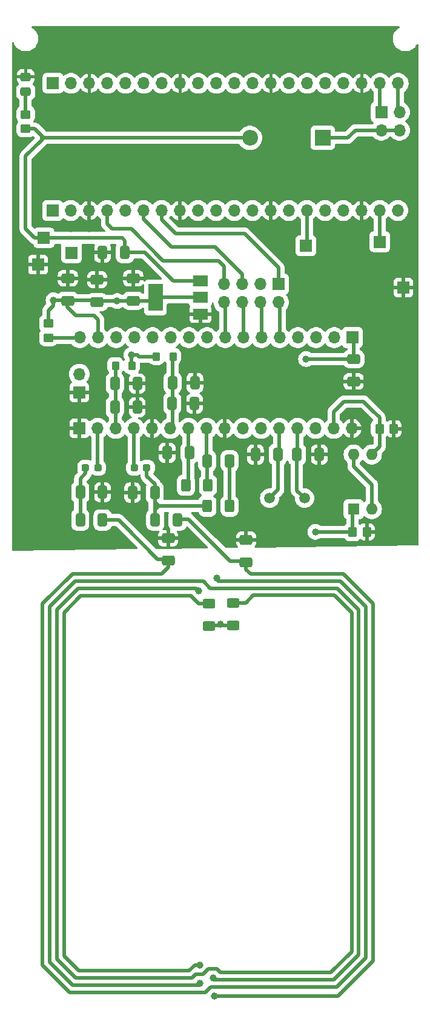
<source format=gbr>
%TF.GenerationSoftware,KiCad,Pcbnew,7.0.10*%
%TF.CreationDate,2024-04-03T14:27:39+05:30*%
%TF.ProjectId,PN532,504e3533-322e-46b6-9963-61645f706362,rev?*%
%TF.SameCoordinates,Original*%
%TF.FileFunction,Copper,L1,Top*%
%TF.FilePolarity,Positive*%
%FSLAX46Y46*%
G04 Gerber Fmt 4.6, Leading zero omitted, Abs format (unit mm)*
G04 Created by KiCad (PCBNEW 7.0.10) date 2024-04-03 14:27:39*
%MOMM*%
%LPD*%
G01*
G04 APERTURE LIST*
G04 Aperture macros list*
%AMRoundRect*
0 Rectangle with rounded corners*
0 $1 Rounding radius*
0 $2 $3 $4 $5 $6 $7 $8 $9 X,Y pos of 4 corners*
0 Add a 4 corners polygon primitive as box body*
4,1,4,$2,$3,$4,$5,$6,$7,$8,$9,$2,$3,0*
0 Add four circle primitives for the rounded corners*
1,1,$1+$1,$2,$3*
1,1,$1+$1,$4,$5*
1,1,$1+$1,$6,$7*
1,1,$1+$1,$8,$9*
0 Add four rect primitives between the rounded corners*
20,1,$1+$1,$2,$3,$4,$5,0*
20,1,$1+$1,$4,$5,$6,$7,0*
20,1,$1+$1,$6,$7,$8,$9,0*
20,1,$1+$1,$8,$9,$2,$3,0*%
G04 Aperture macros list end*
%TA.AperFunction,SMDPad,CuDef*%
%ADD10RoundRect,0.250000X-0.412500X-0.650000X0.412500X-0.650000X0.412500X0.650000X-0.412500X0.650000X0*%
%TD*%
%TA.AperFunction,ComponentPad*%
%ADD11R,1.700000X1.700000*%
%TD*%
%TA.AperFunction,ComponentPad*%
%ADD12O,1.700000X1.700000*%
%TD*%
%TA.AperFunction,SMDPad,CuDef*%
%ADD13RoundRect,0.250000X0.650000X-0.412500X0.650000X0.412500X-0.650000X0.412500X-0.650000X-0.412500X0*%
%TD*%
%TA.AperFunction,SMDPad,CuDef*%
%ADD14RoundRect,0.250000X-0.350000X-0.450000X0.350000X-0.450000X0.350000X0.450000X-0.350000X0.450000X0*%
%TD*%
%TA.AperFunction,SMDPad,CuDef*%
%ADD15RoundRect,0.250000X-0.650000X0.412500X-0.650000X-0.412500X0.650000X-0.412500X0.650000X0.412500X0*%
%TD*%
%TA.AperFunction,SMDPad,CuDef*%
%ADD16RoundRect,0.250000X-0.400000X-0.625000X0.400000X-0.625000X0.400000X0.625000X-0.400000X0.625000X0*%
%TD*%
%TA.AperFunction,SMDPad,CuDef*%
%ADD17RoundRect,0.250000X-0.625000X0.400000X-0.625000X-0.400000X0.625000X-0.400000X0.625000X0.400000X0*%
%TD*%
%TA.AperFunction,SMDPad,CuDef*%
%ADD18RoundRect,0.250000X0.275000X0.350000X-0.275000X0.350000X-0.275000X-0.350000X0.275000X-0.350000X0*%
%TD*%
%TA.AperFunction,SMDPad,CuDef*%
%ADD19R,2.000000X1.500000*%
%TD*%
%TA.AperFunction,SMDPad,CuDef*%
%ADD20R,2.000000X3.800000*%
%TD*%
%TA.AperFunction,SMDPad,CuDef*%
%ADD21RoundRect,0.250000X-0.450000X0.350000X-0.450000X-0.350000X0.450000X-0.350000X0.450000X0.350000X0*%
%TD*%
%TA.AperFunction,SMDPad,CuDef*%
%ADD22RoundRect,0.237500X-0.287500X-0.237500X0.287500X-0.237500X0.287500X0.237500X-0.287500X0.237500X0*%
%TD*%
%TA.AperFunction,SMDPad,CuDef*%
%ADD23RoundRect,0.250000X0.412500X0.650000X-0.412500X0.650000X-0.412500X-0.650000X0.412500X-0.650000X0*%
%TD*%
%TA.AperFunction,SMDPad,CuDef*%
%ADD24RoundRect,0.250000X0.625000X-0.400000X0.625000X0.400000X-0.625000X0.400000X-0.625000X-0.400000X0*%
%TD*%
%TA.AperFunction,SMDPad,CuDef*%
%ADD25RoundRect,0.250000X0.475000X-0.337500X0.475000X0.337500X-0.475000X0.337500X-0.475000X-0.337500X0*%
%TD*%
%TA.AperFunction,ComponentPad*%
%ADD26R,1.600000X1.600000*%
%TD*%
%TA.AperFunction,ComponentPad*%
%ADD27O,1.600000X1.600000*%
%TD*%
%TA.AperFunction,ComponentPad*%
%ADD28C,1.500000*%
%TD*%
%TA.AperFunction,ComponentPad*%
%ADD29R,2.200000X2.200000*%
%TD*%
%TA.AperFunction,ComponentPad*%
%ADD30O,2.200000X2.200000*%
%TD*%
%TA.AperFunction,ViaPad*%
%ADD31C,1.000000*%
%TD*%
%TA.AperFunction,Conductor*%
%ADD32C,0.500000*%
%TD*%
G04 APERTURE END LIST*
D10*
%TO.P,C11,1*%
%TO.N,/AVDD*%
X131014500Y-97689000D03*
%TO.P,C11,2*%
%TO.N,GND*%
X134139500Y-97689000D03*
%TD*%
%TO.P,C9,1*%
%TO.N,/TVDD*%
X122952000Y-101092000D03*
%TO.P,C9,2*%
%TO.N,GND*%
X126077000Y-101092000D03*
%TD*%
D11*
%TO.P,J402,1,Pin_1*%
%TO.N,/DVDD*%
X156150000Y-91370000D03*
D12*
%TO.P,J402,2,Pin_2*%
%TO.N,/P30{slash}UART_RX*%
X153610000Y-91370000D03*
%TO.P,J402,3,Pin_3*%
%TO.N,/IRQ*%
X151070000Y-91370000D03*
%TO.P,J402,4,Pin_4*%
%TO.N,/RSTOUT_N*%
X148530000Y-91370000D03*
%TO.P,J402,5,Pin_5*%
%TO.N,/NSS{slash}SCL{slash}RX*%
X145990000Y-91370000D03*
%TO.P,J402,6,Pin_6*%
%TO.N,/MOSI{slash}SDA{slash}TX*%
X143450000Y-91370000D03*
%TO.P,J402,7,Pin_7*%
%TO.N,/MISO*%
X140910000Y-91370000D03*
%TO.P,J402,8,Pin_8*%
%TO.N,/SCK*%
X138370000Y-91370000D03*
%TO.P,J402,9,Pin_9*%
%TO.N,/P31*%
X135830000Y-91370000D03*
%TO.P,J402,10,Pin_10*%
%TO.N,/P32*%
X133290000Y-91370000D03*
%TO.P,J402,11,Pin_11*%
%TO.N,/P33*%
X130750000Y-91370000D03*
%TO.P,J402,12,Pin_12*%
%TO.N,/P34{slash}SIC_CLK*%
X128210000Y-91370000D03*
%TO.P,J402,13,Pin_13*%
%TO.N,/SIGOUT*%
X125670000Y-91370000D03*
%TO.P,J402,14,Pin_14*%
%TO.N,/SIGIN*%
X123130000Y-91370000D03*
%TO.P,J402,15,Pin_15*%
%TO.N,/DVDD*%
X120590000Y-91370000D03*
%TO.P,J402,16,Pin_16*%
%TO.N,/RSTPD_N*%
X118050000Y-91370000D03*
%TD*%
D13*
%TO.P,C7,1*%
%TO.N,Net-(C1-Pad1)*%
X130400000Y-122514000D03*
%TO.P,C7,2*%
%TO.N,GND*%
X130400000Y-119389000D03*
%TD*%
D14*
%TO.P,R5,1*%
%TO.N,/SEL1*%
X159950000Y-104100000D03*
%TO.P,R5,2*%
%TO.N,GND*%
X161950000Y-104100000D03*
%TD*%
D10*
%TO.P,C13,1*%
%TO.N,/XTAL2*%
X148414500Y-107696000D03*
%TO.P,C13,2*%
%TO.N,GND*%
X151539500Y-107696000D03*
%TD*%
D11*
%TO.P,J503,1,Pin_1*%
%TO.N,GND*%
X112205000Y-81205000D03*
%TD*%
%TO.P,J511,1,Pin_1*%
%TO.N,/DVDD*%
X116905000Y-79525000D03*
%TD*%
D10*
%TO.P,C5,1*%
%TO.N,/AVDD*%
X130977000Y-100584000D03*
%TO.P,C5,2*%
%TO.N,GND*%
X134102000Y-100584000D03*
%TD*%
D13*
%TO.P,C19,1*%
%TO.N,/DVDD*%
X125520000Y-86222500D03*
%TO.P,C19,2*%
%TO.N,GND*%
X125520000Y-83097500D03*
%TD*%
D15*
%TO.P,C8,1*%
%TO.N,GND*%
X141300000Y-119589000D03*
%TO.P,C8,2*%
%TO.N,Net-(C2-Pad2)*%
X141300000Y-122714000D03*
%TD*%
D11*
%TO.P,J43,1,Pin_1*%
%TO.N,Net-(J43-Pin_1)*%
X149656800Y-78536800D03*
%TD*%
D10*
%TO.P,C15,1*%
%TO.N,/RX*%
X135852000Y-108589000D03*
%TO.P,C15,2*%
%TO.N,Net-(C15-Pad2)*%
X138977000Y-108589000D03*
%TD*%
D11*
%TO.P,J44,1,Pin_1*%
%TO.N,Net-(J44-Pin_1)*%
X160000000Y-78000000D03*
%TD*%
D15*
%TO.P,C16,1*%
%TO.N,/DVDD*%
X156330000Y-94370000D03*
%TO.P,C16,2*%
%TO.N,GND*%
X156330000Y-97495000D03*
%TD*%
D11*
%TO.P,J8,1,Pin_1*%
%TO.N,unconnected-(J8-Pin_1-Pad1)*%
X114300000Y-55880000D03*
D12*
%TO.P,J8,2,Pin_2*%
%TO.N,unconnected-(J8-Pin_2-Pad2)*%
X116840000Y-55880000D03*
%TO.P,J8,3,Pin_3*%
%TO.N,GND*%
X119380000Y-55880000D03*
%TO.P,J8,4,Pin_4*%
%TO.N,unconnected-(J8-Pin_4-Pad4)*%
X121920000Y-55880000D03*
%TO.P,J8,5,Pin_5*%
%TO.N,unconnected-(J8-Pin_5-Pad5)*%
X124460000Y-55880000D03*
%TO.P,J8,6,Pin_6*%
%TO.N,unconnected-(J8-Pin_6-Pad6)*%
X127000000Y-55880000D03*
%TO.P,J8,7,Pin_7*%
%TO.N,unconnected-(J8-Pin_7-Pad7)*%
X129540000Y-55880000D03*
%TO.P,J8,8,Pin_8*%
%TO.N,GND*%
X132080000Y-55880000D03*
%TO.P,J8,9,Pin_9*%
%TO.N,unconnected-(J8-Pin_9-Pad9)*%
X134620000Y-55880000D03*
%TO.P,J8,10,Pin_10*%
%TO.N,unconnected-(J8-Pin_10-Pad10)*%
X137160000Y-55880000D03*
%TO.P,J8,11,Pin_11*%
%TO.N,unconnected-(J8-Pin_11-Pad11)*%
X139700000Y-55880000D03*
%TO.P,J8,12,Pin_12*%
%TO.N,unconnected-(J8-Pin_12-Pad12)*%
X142240000Y-55880000D03*
%TO.P,J8,13,Pin_13*%
%TO.N,GND*%
X144780000Y-55880000D03*
%TO.P,J8,14,Pin_14*%
%TO.N,unconnected-(J8-Pin_14-Pad14)*%
X147320000Y-55880000D03*
%TO.P,J8,15,Pin_15*%
%TO.N,unconnected-(J8-Pin_15-Pad15)*%
X149860000Y-55880000D03*
%TO.P,J8,16,Pin_16*%
%TO.N,unconnected-(J8-Pin_16-Pad16)*%
X152400000Y-55880000D03*
%TO.P,J8,17,Pin_17*%
%TO.N,unconnected-(J8-Pin_17-Pad17)*%
X154940000Y-55880000D03*
%TO.P,J8,18,Pin_18*%
%TO.N,GND*%
X157480000Y-55880000D03*
%TO.P,J8,19,Pin_19*%
%TO.N,/VSYS*%
X160020000Y-55880000D03*
%TO.P,J8,20,Pin_20*%
%TO.N,/VBUS*%
X162560000Y-55880000D03*
%TD*%
D11*
%TO.P,J40,1,Pin_1*%
%TO.N,/VSYS*%
X160200000Y-59900000D03*
D12*
%TO.P,J40,2,Pin_2*%
%TO.N,Net-(D1-K)*%
X160200000Y-62440000D03*
%TO.P,J40,3,Pin_3*%
%TO.N,/VBUS*%
X162740000Y-59900000D03*
%TO.P,J40,4,Pin_4*%
%TO.N,Net-(D1-K)*%
X162740000Y-62440000D03*
%TD*%
D11*
%TO.P,J50,1,Pin_1*%
%TO.N,/NSS{slash}SCL{slash}RX1*%
X145830000Y-83920000D03*
D12*
%TO.P,J50,2,Pin_2*%
%TO.N,/NSS{slash}SCL{slash}RX*%
X145830000Y-86460000D03*
%TO.P,J50,3,Pin_3*%
%TO.N,/MOSI{slash}SDA{slash}TX1*%
X143290000Y-83920000D03*
%TO.P,J50,4,Pin_4*%
%TO.N,/MOSI{slash}SDA{slash}TX*%
X143290000Y-86460000D03*
%TO.P,J50,5,Pin_5*%
%TO.N,/MISO1*%
X140750000Y-83920000D03*
%TO.P,J50,6,Pin_6*%
%TO.N,/MISO*%
X140750000Y-86460000D03*
%TO.P,J50,7,Pin_7*%
%TO.N,/SCK1*%
X138210000Y-83920000D03*
%TO.P,J50,8,Pin_8*%
%TO.N,/SCK*%
X138210000Y-86460000D03*
%TD*%
D14*
%TO.P,R6,1*%
%TO.N,/SEL0*%
X156177000Y-118489000D03*
%TO.P,R6,2*%
%TO.N,GND*%
X158177000Y-118489000D03*
%TD*%
D16*
%TO.P,R2,1*%
%TO.N,Net-(C2-Pad1)*%
X135877000Y-114889000D03*
%TO.P,R2,2*%
%TO.N,Net-(C15-Pad2)*%
X138977000Y-114889000D03*
%TD*%
D17*
%TO.P,R3,1*%
%TO.N,Net-(C1-Pad1)*%
X139499200Y-128408800D03*
%TO.P,R3,2*%
%TO.N,GND*%
X139499200Y-131508800D03*
%TD*%
D18*
%TO.P,FB2,1*%
%TO.N,/AVDD*%
X131070000Y-94020000D03*
%TO.P,FB2,2*%
%TO.N,/DVDD*%
X128770000Y-94020000D03*
%TD*%
D19*
%TO.P,U1,1,GND*%
%TO.N,GND*%
X134916000Y-88082000D03*
%TO.P,U1,2,VO*%
%TO.N,/DVDD*%
X134916000Y-85782000D03*
D20*
X128616000Y-85782000D03*
D19*
%TO.P,U1,3,VI*%
%TO.N,/VIN*%
X134916000Y-83482000D03*
%TD*%
D18*
%TO.P,FB1,1*%
%TO.N,/DVDD*%
X125327000Y-95289000D03*
%TO.P,FB1,2*%
%TO.N,/TVDD*%
X123027000Y-95289000D03*
%TD*%
D21*
%TO.P,R7,1*%
%TO.N,/DVDD*%
X113677000Y-89389000D03*
%TO.P,R7,2*%
%TO.N,/RSTPD_N*%
X113677000Y-91389000D03*
%TD*%
D11*
%TO.P,J7,1,Pin_1*%
%TO.N,unconnected-(J7-Pin_1-Pad1)*%
X114250000Y-73630000D03*
D12*
%TO.P,J7,2,Pin_2*%
%TO.N,unconnected-(J7-Pin_2-Pad2)*%
X116790000Y-73630000D03*
%TO.P,J7,3,Pin_3*%
%TO.N,GND*%
X119330000Y-73630000D03*
%TO.P,J7,4,Pin_4*%
%TO.N,/SCK1*%
X121870000Y-73630000D03*
%TO.P,J7,5,Pin_5*%
%TO.N,/MOSI{slash}SDA{slash}TX1*%
X124410000Y-73630000D03*
%TO.P,J7,6,Pin_6*%
%TO.N,/MISO1*%
X126950000Y-73630000D03*
%TO.P,J7,7,Pin_7*%
%TO.N,/NSS{slash}SCL{slash}RX1*%
X129490000Y-73630000D03*
%TO.P,J7,8,Pin_8*%
%TO.N,GND*%
X132030000Y-73630000D03*
%TO.P,J7,9,Pin_9*%
%TO.N,unconnected-(J7-Pin_9-Pad9)*%
X134570000Y-73630000D03*
%TO.P,J7,10,Pin_10*%
%TO.N,unconnected-(J7-Pin_10-Pad10)*%
X137110000Y-73630000D03*
%TO.P,J7,11,Pin_11*%
%TO.N,unconnected-(J7-Pin_11-Pad11)*%
X139650000Y-73630000D03*
%TO.P,J7,12,Pin_12*%
%TO.N,unconnected-(J7-Pin_12-Pad12)*%
X142190000Y-73630000D03*
%TO.P,J7,13,Pin_13*%
%TO.N,GND*%
X144730000Y-73630000D03*
%TO.P,J7,14,Pin_14*%
%TO.N,unconnected-(J7-Pin_14-Pad14)*%
X147270000Y-73630000D03*
%TO.P,J7,15,Pin_15*%
%TO.N,Net-(J43-Pin_1)*%
X149810000Y-73630000D03*
%TO.P,J7,16,Pin_16*%
%TO.N,unconnected-(J7-Pin_16-Pad16)*%
X152350000Y-73630000D03*
%TO.P,J7,17,Pin_17*%
%TO.N,unconnected-(J7-Pin_17-Pad17)*%
X154890000Y-73630000D03*
%TO.P,J7,18,Pin_18*%
%TO.N,GND*%
X157430000Y-73630000D03*
%TO.P,J7,19,Pin_19*%
%TO.N,Net-(J44-Pin_1)*%
X159970000Y-73630000D03*
%TO.P,J7,20,Pin_20*%
%TO.N,unconnected-(J7-Pin_20-Pad20)*%
X162510000Y-73630000D03*
%TD*%
D21*
%TO.P,R60,1*%
%TO.N,Net-(D2-K)*%
X110490000Y-60230000D03*
%TO.P,R60,2*%
%TO.N,/VIN*%
X110490000Y-62230000D03*
%TD*%
D22*
%TO.P,L4,1,1*%
%TO.N,/TX2*%
X125670000Y-109531000D03*
%TO.P,L4,2,2*%
%TO.N,Net-(C2-Pad1)*%
X127420000Y-109531000D03*
%TD*%
D11*
%TO.P,J504,1,Pin_1*%
%TO.N,GND*%
X163300000Y-84400000D03*
%TD*%
D23*
%TO.P,C14,1*%
%TO.N,/VMID*%
X133388500Y-107442000D03*
%TO.P,C14,2*%
%TO.N,GND*%
X130263500Y-107442000D03*
%TD*%
D24*
%TO.P,R4,1*%
%TO.N,GND*%
X136070200Y-131635800D03*
%TO.P,R4,2*%
%TO.N,Net-(C2-Pad2)*%
X136070200Y-128535800D03*
%TD*%
D10*
%TO.P,C3,1*%
%TO.N,Net-(C1-Pad2)*%
X118117000Y-112960000D03*
%TO.P,C3,2*%
%TO.N,GND*%
X121242000Y-112960000D03*
%TD*%
D11*
%TO.P,J401,1,Pin_1*%
%TO.N,GND*%
X118000000Y-104044000D03*
D12*
%TO.P,J401,2,Pin_2*%
%TO.N,/TX1*%
X120540000Y-104044000D03*
%TO.P,J401,3,Pin_3*%
%TO.N,/TVDD*%
X123080000Y-104044000D03*
%TO.P,J401,4,Pin_4*%
%TO.N,/TX2*%
X125620000Y-104044000D03*
%TO.P,J401,5,Pin_5*%
%TO.N,GND*%
X128160000Y-104044000D03*
%TO.P,J401,6,Pin_6*%
%TO.N,/AVDD*%
X130700000Y-104044000D03*
%TO.P,J401,7,Pin_7*%
%TO.N,/VMID*%
X133240000Y-104044000D03*
%TO.P,J401,8,Pin_8*%
%TO.N,/RX*%
X135780000Y-104044000D03*
%TO.P,J401,9,Pin_9*%
%TO.N,GND*%
X138320000Y-104044000D03*
%TO.P,J401,10,Pin_10*%
%TO.N,/AUX1*%
X140860000Y-104044000D03*
%TO.P,J401,11,Pin_11*%
%TO.N,/AUX2*%
X143400000Y-104044000D03*
%TO.P,J401,12,Pin_12*%
%TO.N,/XTAL1*%
X145940000Y-104044000D03*
%TO.P,J401,13,Pin_13*%
%TO.N,/XTAL2*%
X148480000Y-104044000D03*
%TO.P,J401,14,Pin_14*%
%TO.N,/SEL0*%
X151020000Y-104044000D03*
%TO.P,J401,15,Pin_15*%
%TO.N,/SEL1*%
X153560000Y-104044000D03*
%TO.P,J401,16,Pin_16*%
%TO.N,GND*%
X156100000Y-104044000D03*
%TD*%
D22*
%TO.P,L3,1,1*%
%TO.N,Net-(C1-Pad2)*%
X118840000Y-109531000D03*
%TO.P,L3,2,2*%
%TO.N,/TX1*%
X120590000Y-109531000D03*
%TD*%
D23*
%TO.P,C12,1*%
%TO.N,/XTAL1*%
X145739500Y-107696000D03*
%TO.P,C12,2*%
%TO.N,GND*%
X142614500Y-107696000D03*
%TD*%
D10*
%TO.P,C2,1*%
%TO.N,Net-(C2-Pad1)*%
X128603300Y-116800000D03*
%TO.P,C2,2*%
%TO.N,Net-(C2-Pad2)*%
X131728300Y-116800000D03*
%TD*%
D11*
%TO.P,J510,1,Pin_1*%
%TO.N,/VIN*%
X113030000Y-77470000D03*
%TD*%
D25*
%TO.P,LED,1,K*%
%TO.N,Net-(D2-K)*%
X110490000Y-57047500D03*
%TO.P,LED,2,A*%
%TO.N,GND*%
X110490000Y-54972500D03*
%TD*%
D16*
%TO.P,R1,1*%
%TO.N,/VMID*%
X132877000Y-111989000D03*
%TO.P,R1,2*%
%TO.N,/RX*%
X135977000Y-111989000D03*
%TD*%
D26*
%TO.P,SW1,1,A*%
%TO.N,/SEL0*%
X156337000Y-115309000D03*
D27*
%TO.P,SW1,2,B*%
%TO.N,/DVDD*%
X158877000Y-115309000D03*
%TO.P,SW1,3,A*%
%TO.N,/SEL1*%
X158877000Y-107689000D03*
%TO.P,SW1,4,B*%
%TO.N,/DVDD*%
X156337000Y-107689000D03*
%TD*%
D13*
%TO.P,C17,1*%
%TO.N,/DVDD*%
X116377000Y-86214000D03*
%TO.P,C17,2*%
%TO.N,GND*%
X116377000Y-83089000D03*
%TD*%
D23*
%TO.P,C18,1*%
%TO.N,/VIN*%
X124360000Y-79500000D03*
%TO.P,C18,2*%
%TO.N,GND*%
X121235000Y-79500000D03*
%TD*%
D13*
%TO.P,C10,1*%
%TO.N,/DVDD*%
X120477000Y-86414000D03*
%TO.P,C10,2*%
%TO.N,GND*%
X120477000Y-83289000D03*
%TD*%
D23*
%TO.P,C1,1*%
%TO.N,Net-(C1-Pad1)*%
X121239500Y-116840000D03*
%TO.P,C1,2*%
%TO.N,Net-(C1-Pad2)*%
X118114500Y-116840000D03*
%TD*%
D10*
%TO.P,C6,1*%
%TO.N,/TVDD*%
X122952000Y-97790000D03*
%TO.P,C6,2*%
%TO.N,GND*%
X126077000Y-97790000D03*
%TD*%
D28*
%TO.P,Y1,1,1*%
%TO.N,/XTAL1*%
X144597000Y-113789000D03*
%TO.P,Y1,2,2*%
%TO.N,/XTAL2*%
X149477000Y-113789000D03*
%TD*%
D29*
%TO.P,D1,1,K*%
%TO.N,Net-(D1-K)*%
X152000000Y-63500000D03*
D30*
%TO.P,D1,2,A*%
%TO.N,/VIN*%
X141840000Y-63500000D03*
%TD*%
D11*
%TO.P,J3,1,Pin_1*%
%TO.N,GND*%
X117980000Y-99014000D03*
D12*
%TO.P,J3,2,Pin_2*%
%TO.N,/DVDD*%
X117980000Y-96474000D03*
%TD*%
D10*
%TO.P,C4,1*%
%TO.N,GND*%
X125405000Y-113008000D03*
%TO.P,C4,2*%
%TO.N,Net-(C2-Pad1)*%
X128530000Y-113008000D03*
%TD*%
D31*
%TO.N,GND*%
X112522000Y-53594000D03*
X114808000Y-104140000D03*
X162814000Y-108966000D03*
X159512000Y-97536000D03*
X162814000Y-105918000D03*
%TO.N,Net-(C1-Pad1)*%
X137213200Y-124979800D03*
X134673200Y-126757800D03*
%TO.N,Net-(C2-Pad2)*%
X134800200Y-178954800D03*
X134800200Y-181494800D03*
X136705200Y-180732800D03*
X136832200Y-183272800D03*
%TO.N,GND*%
X142240000Y-71120000D03*
X111760000Y-99060000D03*
X129130000Y-99220000D03*
X114046000Y-60960000D03*
X109220000Y-119380000D03*
X158750000Y-81788000D03*
X160020000Y-83820000D03*
X159512000Y-89154000D03*
X114300000Y-119380000D03*
X116840000Y-58420000D03*
X119380000Y-71120000D03*
X114300000Y-116840000D03*
X114808000Y-70866000D03*
X128010000Y-82520000D03*
X133700000Y-119400000D03*
X111760000Y-96520000D03*
X157480000Y-70866000D03*
X119380000Y-66040000D03*
X160020000Y-66040000D03*
X157226000Y-85344000D03*
X148657000Y-98609000D03*
X109220000Y-85598000D03*
X121920000Y-58420000D03*
X139700000Y-58420000D03*
X129540000Y-71120000D03*
X142240000Y-66040000D03*
X153416000Y-116332000D03*
X163830000Y-88900000D03*
X156210000Y-76200000D03*
X124460000Y-66040000D03*
X154940000Y-78740000D03*
X109220000Y-101600000D03*
X146117000Y-101149000D03*
X116840000Y-119380000D03*
X109474000Y-93472000D03*
X162560000Y-99060000D03*
X153924000Y-106934000D03*
X148590000Y-58420000D03*
X151197000Y-98609000D03*
X162560000Y-114300000D03*
X130810000Y-58420000D03*
X137754997Y-131414607D03*
X161290000Y-86360000D03*
X114300000Y-101149000D03*
X127000000Y-60960000D03*
X148657000Y-101149000D03*
X162560000Y-93980000D03*
X162560000Y-116840000D03*
X142240000Y-68580000D03*
X152400000Y-60960000D03*
X123077000Y-108189000D03*
X143577000Y-98609000D03*
X152400000Y-83820000D03*
X149860000Y-87630000D03*
X152908000Y-110490000D03*
X133350000Y-68580000D03*
X137160000Y-68580000D03*
X135530000Y-95390000D03*
X109220000Y-111760000D03*
X147320000Y-71120000D03*
X153737000Y-98609000D03*
X130556000Y-109474000D03*
X114046000Y-58420000D03*
X151130000Y-66040000D03*
X140208000Y-117094000D03*
X120650000Y-95250000D03*
X154940000Y-87630000D03*
X114808000Y-68326000D03*
X156400000Y-58400000D03*
X135970000Y-102010000D03*
X123190000Y-82804000D03*
X142240000Y-60960000D03*
X119380000Y-76200000D03*
X129540000Y-66040000D03*
X143577000Y-96069000D03*
X109728000Y-83312000D03*
X116840000Y-60960000D03*
X114960000Y-108250000D03*
X110490000Y-87630000D03*
X119380000Y-68580000D03*
X124460000Y-71120000D03*
X121920000Y-60960000D03*
X152400000Y-86360000D03*
X138610000Y-99020000D03*
X138497000Y-96069000D03*
X133350000Y-66040000D03*
X156900000Y-78800000D03*
X123190000Y-114808000D03*
X162560000Y-96520000D03*
X141037000Y-101149000D03*
X111760000Y-109220000D03*
X152400000Y-96520000D03*
X130877000Y-88449000D03*
X134620000Y-58420000D03*
X132334000Y-87376000D03*
X110998000Y-85598000D03*
X109220000Y-114300000D03*
X135957000Y-98609000D03*
X123190000Y-111000000D03*
X154940000Y-70866000D03*
X111760000Y-116840000D03*
X109728000Y-79502000D03*
X111760000Y-111760000D03*
X144780000Y-77470000D03*
X157480000Y-66040000D03*
X138684000Y-119380000D03*
X151197000Y-101149000D03*
X162814000Y-66802000D03*
X109220000Y-99060000D03*
X109220000Y-96520000D03*
X146117000Y-98609000D03*
X154940000Y-68580000D03*
X141037000Y-98609000D03*
X151130000Y-68580000D03*
X141037000Y-96069000D03*
X111760000Y-104140000D03*
X155448000Y-82042000D03*
X147320000Y-96520000D03*
X152400000Y-76200000D03*
X147320000Y-119380000D03*
X118600000Y-107200000D03*
X121920000Y-119380000D03*
X152400000Y-58420000D03*
X130556000Y-111506000D03*
X109220000Y-116840000D03*
X110998000Y-94742000D03*
X147320000Y-66040000D03*
X143577000Y-101149000D03*
X138490000Y-101220000D03*
X162560000Y-91440000D03*
X127000000Y-58420000D03*
X140462000Y-106489000D03*
X138430000Y-60960000D03*
X119380000Y-119380000D03*
X160020000Y-68072000D03*
X137160000Y-66040000D03*
X114300000Y-106680000D03*
X162814000Y-69342000D03*
X157480000Y-68326000D03*
X147320000Y-76200000D03*
X147320000Y-68580000D03*
X142494000Y-117348000D03*
X148844000Y-83312000D03*
X160020000Y-70612000D03*
X118400000Y-84480000D03*
X114808000Y-65786000D03*
X154940000Y-66040000D03*
X133350000Y-71120000D03*
X128920000Y-96480000D03*
X151130000Y-71120000D03*
X144780000Y-58420000D03*
X129540000Y-68580000D03*
X156100000Y-60700000D03*
X162560000Y-111760000D03*
X111760000Y-119380000D03*
X116840000Y-76200000D03*
X113770000Y-114180000D03*
X114554000Y-81788000D03*
X124206000Y-88900000D03*
X120877000Y-97289000D03*
X134620000Y-60960000D03*
X130810000Y-60960000D03*
X123190000Y-106426000D03*
X128016000Y-106426000D03*
X113792000Y-110998000D03*
X109982000Y-91694000D03*
X114554000Y-79756000D03*
X111760000Y-101600000D03*
X109220000Y-106680000D03*
X111760000Y-106680000D03*
X109220000Y-109220000D03*
X159512000Y-92202000D03*
X124460000Y-68580000D03*
X111760000Y-114300000D03*
X119377000Y-101589000D03*
X137414000Y-106426000D03*
X149860000Y-96520000D03*
X120677000Y-99589000D03*
X162560000Y-119380000D03*
X114300000Y-98609000D03*
X152400000Y-81280000D03*
X127020000Y-88860000D03*
X109220000Y-104140000D03*
X146050000Y-60960000D03*
X109982000Y-89662000D03*
X137160000Y-71120000D03*
X144780000Y-119380000D03*
X140830000Y-111940000D03*
X113538000Y-83312000D03*
X163830000Y-76200000D03*
%TO.N,/DVDD*%
X123277000Y-86289000D03*
X125277000Y-93789000D03*
X114377000Y-86164000D03*
X149690000Y-94370000D03*
%TO.N,/SEL0*%
X150977000Y-118489000D03*
%TD*%
D32*
%TO.N,Net-(C1-Pad1)*%
X134673200Y-126757800D02*
X134327200Y-126411800D01*
X137742967Y-180002800D02*
X153148772Y-180002800D01*
X158057200Y-177922800D02*
X153977200Y-182002800D01*
X134327200Y-126411800D02*
X117781628Y-126411800D01*
X137222967Y-179482800D02*
X137742967Y-180002800D01*
X153623558Y-127344800D02*
X142293200Y-127344800D01*
X136050200Y-179482800D02*
X137222967Y-179482800D01*
X124211000Y-117597000D02*
X128922000Y-122308000D01*
X154451986Y-125344800D02*
X158057200Y-128950014D01*
X153977200Y-182002800D02*
X136324200Y-182002800D01*
X158057200Y-128950014D02*
X158057200Y-177922800D01*
X112829200Y-128535800D02*
X117020200Y-124344800D01*
X134272200Y-180244800D02*
X135288200Y-180244800D01*
X135562200Y-182764800D02*
X116639200Y-182764800D01*
X112829200Y-178954800D02*
X112829200Y-128535800D01*
X153148772Y-180002800D02*
X156057200Y-177094372D01*
X156057200Y-129778442D02*
X153623558Y-127344800D01*
X130400000Y-123444800D02*
X129500000Y-124344800D01*
X137213200Y-124979800D02*
X137483200Y-125344800D01*
X114829200Y-178126372D02*
X117467628Y-180764800D01*
X116639200Y-182764800D02*
X112829200Y-178954800D01*
X156057200Y-177094372D02*
X156057200Y-129778442D01*
X136324200Y-182002800D02*
X135562200Y-182764800D01*
X117781628Y-126411800D02*
X114829200Y-129364228D01*
X123454000Y-116840000D02*
X124211000Y-117597000D01*
X135288200Y-180244800D02*
X136050200Y-179482800D01*
X117467628Y-180764800D02*
X133752200Y-180764800D01*
X141229200Y-128408800D02*
X139499200Y-128408800D01*
X133752200Y-180764800D02*
X134272200Y-180244800D01*
X128922000Y-122308000D02*
X130953200Y-122308000D01*
X121077000Y-116840000D02*
X123454000Y-116840000D01*
X137213200Y-124979800D02*
X137340200Y-125344800D01*
X137483200Y-125344800D02*
X154451986Y-125344800D01*
X130400000Y-122514000D02*
X130400000Y-123444800D01*
X114829200Y-129364228D02*
X114829200Y-178126372D01*
X142293200Y-127344800D02*
X141229200Y-128408800D01*
X117020200Y-124344800D02*
X129500000Y-124344800D01*
%TO.N,Net-(C1-Pad2)*%
X118840000Y-110326000D02*
X118117000Y-111049000D01*
X118117000Y-116286500D02*
X118114500Y-116289000D01*
X118117000Y-111049000D02*
X118117000Y-112960000D01*
X118117000Y-112960000D02*
X118117000Y-116286500D01*
X118840000Y-109531000D02*
X118840000Y-110326000D01*
%TO.N,Net-(C2-Pad1)*%
X129077000Y-114889000D02*
X128630000Y-114889000D01*
X128530000Y-115389000D02*
X128530000Y-116310000D01*
X128530000Y-114789000D02*
X128530000Y-114889000D01*
X128530000Y-115389000D02*
X128577000Y-115389000D01*
X128577000Y-115389000D02*
X129077000Y-114889000D01*
X135877000Y-114889000D02*
X129077000Y-114889000D01*
X128530000Y-116310000D02*
X128403000Y-116437000D01*
X128530000Y-113008000D02*
X128530000Y-111842000D01*
X128530000Y-111842000D02*
X127420000Y-110732000D01*
X128530000Y-114342000D02*
X129077000Y-114889000D01*
X128530000Y-114289000D02*
X128530000Y-114789000D01*
X127420000Y-110732000D02*
X127420000Y-109531000D01*
X128530000Y-113008000D02*
X128530000Y-114289000D01*
X128630000Y-114889000D02*
X128530000Y-114789000D01*
X128530000Y-114889000D02*
X128530000Y-115389000D01*
X128530000Y-114289000D02*
X128530000Y-114342000D01*
%TO.N,Net-(C2-Pad2)*%
X134784200Y-181764800D02*
X134800200Y-181494800D01*
X157057200Y-177508586D02*
X157057200Y-129364228D01*
X136832200Y-183272800D02*
X136816200Y-183002800D01*
X115829200Y-129778442D02*
X118195842Y-127411800D01*
X153562986Y-181002800D02*
X157057200Y-177508586D01*
X113829200Y-128950014D02*
X113829200Y-178540586D01*
X159057200Y-128535800D02*
X159057200Y-178337014D01*
X134147986Y-178954800D02*
X133337986Y-179764800D01*
X159057200Y-178337014D02*
X154121414Y-183272800D01*
X134800200Y-178954800D02*
X134147986Y-178954800D01*
X134800200Y-181748800D02*
X134800200Y-181494800D01*
X141300000Y-123724800D02*
X141920000Y-124344800D01*
X141920000Y-124344800D02*
X154866199Y-124344799D01*
X136292200Y-126344800D02*
X135359200Y-125411800D01*
X113829200Y-178540586D02*
X117053414Y-181764800D01*
X154121414Y-183272800D02*
X136832200Y-183272800D01*
X141300000Y-122714000D02*
X141300000Y-123724800D01*
X139082000Y-122562000D02*
X133213800Y-116693800D01*
X133559433Y-127411800D02*
X134683433Y-128535800D01*
X115829200Y-177712158D02*
X115829200Y-129778442D01*
X117881842Y-179764800D02*
X115829200Y-177712158D01*
X134683433Y-128535800D02*
X136070200Y-128535800D01*
X117409807Y-125369407D02*
X113829200Y-128950014D01*
X136705200Y-181002800D02*
X153562986Y-181002800D01*
X117053414Y-181764800D02*
X134784200Y-181764800D01*
X154037772Y-126344800D02*
X136292200Y-126344800D01*
X157057200Y-129364228D02*
X154037772Y-126344800D01*
X118195842Y-127411800D02*
X133559433Y-127411800D01*
X135359200Y-125411800D02*
X117452200Y-125411800D01*
X133213800Y-116693800D02*
X131728300Y-116693800D01*
X133337986Y-179764800D02*
X117881842Y-179764800D01*
X140911200Y-122562000D02*
X139082000Y-122562000D01*
X154866199Y-124344799D02*
X159057200Y-128535800D01*
X117452200Y-125411800D02*
X117409807Y-125369407D01*
%TO.N,GND*%
X137849190Y-131508800D02*
X137754997Y-131414607D01*
X136197200Y-131508800D02*
X136070200Y-131635800D01*
X137660804Y-131508800D02*
X136197200Y-131508800D01*
X139499200Y-131508800D02*
X137849190Y-131508800D01*
X137754997Y-131414607D02*
X137660804Y-131508800D01*
%TO.N,/AVDD*%
X130639500Y-103983500D02*
X130700000Y-104044000D01*
X131027000Y-103717000D02*
X130700000Y-104044000D01*
X130627000Y-100876500D02*
X130639500Y-100889000D01*
X131027000Y-94389000D02*
X131027000Y-103717000D01*
%TO.N,/TVDD*%
X122940000Y-103904000D02*
X123080000Y-104044000D01*
X123027000Y-95689000D02*
X123027000Y-103991000D01*
X123027000Y-103991000D02*
X123080000Y-104044000D01*
%TO.N,/DVDD*%
X120477000Y-86164000D02*
X116277000Y-86164000D01*
X128770000Y-94020000D02*
X126308000Y-94020000D01*
X116277000Y-87133200D02*
X117443800Y-88300000D01*
X123277000Y-86289000D02*
X120602000Y-86289000D01*
X114377000Y-86889000D02*
X113677000Y-87589000D01*
X123302000Y-86264000D02*
X123277000Y-86289000D01*
X114377000Y-86164000D02*
X114377000Y-86889000D01*
X125277000Y-93789000D02*
X125277000Y-95639000D01*
X156337000Y-107689000D02*
X156337000Y-109349000D01*
X125277000Y-93789000D02*
X126077000Y-93789000D01*
X116277000Y-86164000D02*
X116277000Y-87133200D01*
X129124000Y-85909000D02*
X128997000Y-85782000D01*
X126308000Y-94020000D02*
X126077000Y-93789000D01*
X120051800Y-88300000D02*
X120590000Y-88838200D01*
X156330000Y-94370000D02*
X156330000Y-91550000D01*
X120590000Y-88838200D02*
X120590000Y-91370000D01*
X125177000Y-86264000D02*
X128134000Y-86264000D01*
X134916000Y-85782000D02*
X128616000Y-85782000D01*
X117443800Y-88300000D02*
X120051800Y-88300000D01*
X128134000Y-86264000D02*
X128616000Y-85782000D01*
X158877000Y-111889000D02*
X158877000Y-115309000D01*
X156330000Y-91550000D02*
X156150000Y-91370000D01*
X156337000Y-109349000D02*
X158877000Y-111889000D01*
X125177000Y-86264000D02*
X123302000Y-86264000D01*
X120602000Y-86289000D02*
X120477000Y-86164000D01*
X116277000Y-86164000D02*
X114377000Y-86164000D01*
X128056000Y-86342000D02*
X128616000Y-85782000D01*
X156177000Y-91343000D02*
X156150000Y-91370000D01*
X149690000Y-94370000D02*
X156330000Y-94370000D01*
X113677000Y-87589000D02*
X113677000Y-89389000D01*
X120844000Y-91116000D02*
X120590000Y-91370000D01*
%TO.N,/XTAL1*%
X145777000Y-112609000D02*
X144597000Y-113789000D01*
X145940000Y-104044000D02*
X145940000Y-107226000D01*
X145940000Y-107226000D02*
X145777000Y-107389000D01*
X145777000Y-107389000D02*
X145777000Y-112609000D01*
%TO.N,/XTAL2*%
X148330000Y-104194000D02*
X148480000Y-104044000D01*
X148414500Y-107389000D02*
X148414500Y-112726500D01*
X148480000Y-107323500D02*
X148414500Y-107389000D01*
X148414500Y-112726500D02*
X149477000Y-113789000D01*
X148480000Y-104044000D02*
X148480000Y-107323500D01*
%TO.N,/VMID*%
X133238000Y-104046000D02*
X133240000Y-104044000D01*
X133202000Y-107989000D02*
X133202000Y-111864000D01*
X133240000Y-107951000D02*
X133202000Y-107989000D01*
X133240000Y-104044000D02*
X133240000Y-107951000D01*
X133290000Y-104094000D02*
X133240000Y-104044000D01*
X133202000Y-111864000D02*
X132877000Y-112189000D01*
%TO.N,/RX*%
X135780000Y-104044000D02*
X135780000Y-108517000D01*
X135780000Y-108517000D02*
X135852000Y-108589000D01*
X135852000Y-108589000D02*
X135852000Y-112064000D01*
X135852000Y-112064000D02*
X135977000Y-112189000D01*
%TO.N,Net-(C15-Pad2)*%
X138977000Y-108589000D02*
X138977000Y-115089000D01*
%TO.N,/VIN*%
X113030000Y-63500000D02*
X111760000Y-62230000D01*
X124360000Y-77860000D02*
X123970000Y-77470000D01*
X135537000Y-83242000D02*
X135297000Y-83482000D01*
X131107000Y-83482000D02*
X134916000Y-83482000D01*
X112715000Y-63815000D02*
X112715000Y-63185000D01*
X111760000Y-77470000D02*
X113030000Y-77470000D01*
X113030000Y-63500000D02*
X141840000Y-63500000D01*
X111760000Y-62230000D02*
X110490000Y-62230000D01*
X110490000Y-66040000D02*
X112715000Y-63815000D01*
X127125000Y-79500000D02*
X131107000Y-83482000D01*
X124360000Y-79500000D02*
X124360000Y-77860000D01*
X112715000Y-63815000D02*
X113030000Y-63500000D01*
X124360000Y-79500000D02*
X127125000Y-79500000D01*
X123970000Y-77470000D02*
X113030000Y-77470000D01*
X110490000Y-66040000D02*
X110490000Y-76200000D01*
X110490000Y-76200000D02*
X111760000Y-77470000D01*
%TO.N,/MOSI{slash}SDA{slash}TX*%
X143480000Y-91340000D02*
X143450000Y-91370000D01*
X143480000Y-86440000D02*
X143480000Y-91340000D01*
%TO.N,/NSS{slash}SCL{slash}RX*%
X146020000Y-91340000D02*
X145990000Y-91370000D01*
X146020000Y-86440000D02*
X146020000Y-91340000D01*
X146115000Y-91245000D02*
X145990000Y-91370000D01*
%TO.N,/SCK*%
X138400000Y-86440000D02*
X138400000Y-91340000D01*
X138400000Y-91340000D02*
X138370000Y-91370000D01*
%TO.N,/MISO*%
X140940000Y-91340000D02*
X140910000Y-91370000D01*
X140940000Y-86440000D02*
X140940000Y-91340000D01*
%TO.N,/TX1*%
X120540000Y-109481000D02*
X120590000Y-109531000D01*
X120540000Y-104044000D02*
X120540000Y-109481000D01*
X120590000Y-104094000D02*
X120540000Y-104044000D01*
%TO.N,/TX2*%
X125620000Y-109481000D02*
X125670000Y-109531000D01*
X125620000Y-104044000D02*
X125620000Y-109481000D01*
X125670000Y-104094000D02*
X125620000Y-104044000D01*
%TO.N,/SEL0*%
X150977000Y-118489000D02*
X156177000Y-118489000D01*
X156177000Y-115469000D02*
X156337000Y-115309000D01*
X151020000Y-104044000D02*
X151020000Y-104418214D01*
X156177000Y-118489000D02*
X156177000Y-115469000D01*
%TO.N,/SEL1*%
X159950000Y-106616000D02*
X158877000Y-107689000D01*
X159950000Y-102519000D02*
X159950000Y-104100000D01*
X157720000Y-100289000D02*
X154977000Y-100289000D01*
X154977000Y-100289000D02*
X153560000Y-101706000D01*
X159005500Y-101574500D02*
X159950000Y-102519000D01*
X159950000Y-104100000D02*
X159950000Y-106616000D01*
X159005500Y-101574500D02*
X157720000Y-100289000D01*
X153560000Y-101706000D02*
X153560000Y-104044000D01*
%TO.N,/RSTPD_N*%
X118031000Y-91389000D02*
X118050000Y-91370000D01*
X113677000Y-91389000D02*
X118031000Y-91389000D01*
X117770000Y-91090000D02*
X118050000Y-91370000D01*
%TO.N,/VSYS*%
X160020000Y-59720000D02*
X160200000Y-59900000D01*
X160020000Y-55880000D02*
X160020000Y-59720000D01*
%TO.N,/VBUS*%
X162560000Y-59720000D02*
X162740000Y-59900000D01*
X162560000Y-55880000D02*
X162560000Y-59720000D01*
%TO.N,/SCK1*%
X129684214Y-80645000D02*
X137445000Y-80645000D01*
X122555000Y-76200000D02*
X125239214Y-76200000D01*
X121870000Y-75515000D02*
X122555000Y-76200000D01*
X138210000Y-81410000D02*
X137445000Y-80645000D01*
X138210000Y-83920000D02*
X138210000Y-81410000D01*
X125239214Y-76200000D02*
X129684214Y-80645000D01*
X121870000Y-73630000D02*
X121870000Y-75515000D01*
%TO.N,/MISO1*%
X126950000Y-73630000D02*
X126950000Y-74832081D01*
X136954214Y-78740000D02*
X140750000Y-82535786D01*
X130857919Y-78740000D02*
X136954214Y-78740000D01*
X126950000Y-74832081D02*
X130857919Y-78740000D01*
X140750000Y-82535786D02*
X140750000Y-83920000D01*
%TO.N,/NSS{slash}SCL{slash}RX1*%
X145830000Y-83920000D02*
X145830000Y-81605000D01*
X129490000Y-74880000D02*
X129490000Y-73630000D01*
X131445000Y-76835000D02*
X129490000Y-74880000D01*
X145830000Y-81605000D02*
X141060000Y-76835000D01*
X141060000Y-76835000D02*
X131445000Y-76835000D01*
%TO.N,Net-(D1-K)*%
X162740000Y-62440000D02*
X160200000Y-62440000D01*
X152000000Y-63500000D02*
X155500000Y-63500000D01*
X155500000Y-63500000D02*
X156560000Y-62440000D01*
X156560000Y-62440000D02*
X160200000Y-62440000D01*
%TO.N,Net-(J43-Pin_1)*%
X149810000Y-73630000D02*
X149810000Y-78383600D01*
X149810000Y-78383600D02*
X149656800Y-78536800D01*
%TO.N,Net-(D2-K)*%
X110490000Y-60230000D02*
X110490000Y-57410000D01*
%TO.N,Net-(J44-Pin_1)*%
X159970000Y-77970000D02*
X160000000Y-78000000D01*
X159970000Y-73630000D02*
X159970000Y-77970000D01*
%TD*%
%TA.AperFunction,Conductor*%
%TO.N,GND*%
G36*
X162726809Y-47917185D02*
G01*
X162772564Y-47969989D01*
X162782508Y-48039147D01*
X162753483Y-48102703D01*
X162721770Y-48128887D01*
X162587143Y-48206614D01*
X162382014Y-48370198D01*
X162203567Y-48562520D01*
X162055768Y-48779302D01*
X162055767Y-48779303D01*
X161941938Y-49015673D01*
X161864606Y-49266376D01*
X161864605Y-49266381D01*
X161864604Y-49266385D01*
X161849853Y-49364247D01*
X161825500Y-49525812D01*
X161825500Y-49788187D01*
X161845794Y-49922823D01*
X161864604Y-50047615D01*
X161864605Y-50047617D01*
X161864606Y-50047623D01*
X161941938Y-50298326D01*
X162055767Y-50534696D01*
X162055768Y-50534697D01*
X162055770Y-50534700D01*
X162055772Y-50534704D01*
X162203567Y-50751479D01*
X162382014Y-50943801D01*
X162382018Y-50943804D01*
X162382019Y-50943805D01*
X162587143Y-51107386D01*
X162814357Y-51238568D01*
X163058584Y-51334420D01*
X163314370Y-51392802D01*
X163314376Y-51392802D01*
X163314379Y-51392803D01*
X163510484Y-51407499D01*
X163510503Y-51407499D01*
X163510506Y-51407500D01*
X163510508Y-51407500D01*
X163641492Y-51407500D01*
X163641494Y-51407500D01*
X163641496Y-51407499D01*
X163641515Y-51407499D01*
X163837620Y-51392803D01*
X163837622Y-51392802D01*
X163837630Y-51392802D01*
X164093416Y-51334420D01*
X164337643Y-51238568D01*
X164564857Y-51107386D01*
X164769981Y-50943805D01*
X164948433Y-50751479D01*
X165096228Y-50534704D01*
X165133780Y-50456727D01*
X165180602Y-50404867D01*
X165248029Y-50386554D01*
X165314653Y-50407602D01*
X165359322Y-50461328D01*
X165369500Y-50510528D01*
X165369500Y-120279726D01*
X165349815Y-120346765D01*
X165297011Y-120392520D01*
X165247125Y-120403715D01*
X142612768Y-120700368D01*
X142545476Y-120681564D01*
X142499033Y-120629364D01*
X142488184Y-120560342D01*
X142516374Y-120496411D01*
X142523464Y-120488696D01*
X142542316Y-120469844D01*
X142634356Y-120320624D01*
X142634358Y-120320619D01*
X142689505Y-120154197D01*
X142689506Y-120154190D01*
X142699999Y-120051486D01*
X142700000Y-120051473D01*
X142700000Y-119839000D01*
X139900001Y-119839000D01*
X139900001Y-120051486D01*
X139910494Y-120154197D01*
X139965641Y-120320619D01*
X139965643Y-120320624D01*
X140057684Y-120469845D01*
X140110461Y-120522622D01*
X140143946Y-120583945D01*
X140138962Y-120653637D01*
X140097090Y-120709570D01*
X140031626Y-120733987D01*
X140024405Y-120734292D01*
X138529669Y-120753882D01*
X138462377Y-120735078D01*
X138440363Y-120717574D01*
X137061789Y-119339000D01*
X139900000Y-119339000D01*
X141050000Y-119339000D01*
X141050000Y-118426500D01*
X141550000Y-118426500D01*
X141550000Y-119339000D01*
X142699999Y-119339000D01*
X142699999Y-119126528D01*
X142699998Y-119126513D01*
X142689505Y-119023802D01*
X142634358Y-118857380D01*
X142634356Y-118857375D01*
X142542315Y-118708154D01*
X142418345Y-118584184D01*
X142269124Y-118492143D01*
X142269119Y-118492141D01*
X142102697Y-118436994D01*
X142102690Y-118436993D01*
X141999986Y-118426500D01*
X141550000Y-118426500D01*
X141050000Y-118426500D01*
X140600028Y-118426500D01*
X140600012Y-118426501D01*
X140497302Y-118436994D01*
X140330880Y-118492141D01*
X140330875Y-118492143D01*
X140181654Y-118584184D01*
X140057684Y-118708154D01*
X139965643Y-118857375D01*
X139965641Y-118857380D01*
X139910494Y-119023802D01*
X139910493Y-119023809D01*
X139900000Y-119126513D01*
X139900000Y-119339000D01*
X137061789Y-119339000D01*
X133843201Y-116120412D01*
X133836373Y-116113006D01*
X133802136Y-116072699D01*
X133779578Y-116055551D01*
X133739002Y-116024706D01*
X133736422Y-116022689D01*
X133674554Y-115972958D01*
X133668893Y-115969340D01*
X133670106Y-115967441D01*
X133626526Y-115927164D01*
X133608999Y-115859529D01*
X133630820Y-115793154D01*
X133685062Y-115749114D01*
X133732935Y-115739500D01*
X134562570Y-115739500D01*
X134629609Y-115759185D01*
X134673658Y-115808406D01*
X134756156Y-115974750D01*
X134756157Y-115974751D01*
X134756158Y-115974753D01*
X134766317Y-115987391D01*
X134872059Y-116118940D01*
X134936728Y-116170922D01*
X135016247Y-116234842D01*
X135181979Y-116317037D01*
X135361501Y-116361682D01*
X135361502Y-116361682D01*
X135361505Y-116361683D01*
X135403046Y-116364500D01*
X135403048Y-116364500D01*
X136350952Y-116364500D01*
X136350954Y-116364500D01*
X136392495Y-116361683D01*
X136572021Y-116317037D01*
X136737753Y-116234842D01*
X136881940Y-116118940D01*
X136997842Y-115974753D01*
X137080037Y-115809021D01*
X137124683Y-115629495D01*
X137127500Y-115587954D01*
X137127500Y-114190046D01*
X137124683Y-114148505D01*
X137080037Y-113968979D01*
X136997842Y-113803247D01*
X136947945Y-113741173D01*
X136881940Y-113659059D01*
X136782709Y-113579295D01*
X136766840Y-113566539D01*
X136726923Y-113509196D01*
X136724343Y-113439374D01*
X136759922Y-113379242D01*
X136789431Y-113358807D01*
X136837753Y-113334842D01*
X136981940Y-113218940D01*
X137097842Y-113074753D01*
X137180037Y-112909021D01*
X137224683Y-112729495D01*
X137227500Y-112687954D01*
X137227500Y-111290046D01*
X137224683Y-111248505D01*
X137180037Y-111068979D01*
X137097842Y-110903247D01*
X137004203Y-110786756D01*
X136981940Y-110759059D01*
X136837752Y-110643157D01*
X136771405Y-110610252D01*
X136720092Y-110562831D01*
X136702500Y-110499164D01*
X136702500Y-110037550D01*
X136722185Y-109970511D01*
X136748810Y-109940905D01*
X136869440Y-109843940D01*
X136985342Y-109699753D01*
X137067537Y-109534021D01*
X137112183Y-109354495D01*
X137115000Y-109312954D01*
X137714000Y-109312954D01*
X137714441Y-109319456D01*
X137716817Y-109354499D01*
X137761463Y-109534021D01*
X137761464Y-109534023D01*
X137843656Y-109699750D01*
X137843657Y-109699751D01*
X137843658Y-109699753D01*
X137866578Y-109728266D01*
X137959561Y-109843942D01*
X138034144Y-109903893D01*
X138080188Y-109940904D01*
X138120106Y-109998246D01*
X138126500Y-110037550D01*
X138126500Y-113475496D01*
X138106815Y-113542535D01*
X138080188Y-113572143D01*
X137972060Y-113659059D01*
X137856156Y-113803249D01*
X137773964Y-113968976D01*
X137773963Y-113968978D01*
X137729317Y-114148500D01*
X137726500Y-114190048D01*
X137726500Y-115587951D01*
X137729317Y-115629499D01*
X137773963Y-115809021D01*
X137773964Y-115809023D01*
X137856156Y-115974750D01*
X137856157Y-115974751D01*
X137856158Y-115974753D01*
X137866317Y-115987391D01*
X137972059Y-116118940D01*
X138036728Y-116170922D01*
X138116247Y-116234842D01*
X138281979Y-116317037D01*
X138461501Y-116361682D01*
X138461502Y-116361682D01*
X138461505Y-116361683D01*
X138503046Y-116364500D01*
X138503048Y-116364500D01*
X139450952Y-116364500D01*
X139450954Y-116364500D01*
X139492495Y-116361683D01*
X139672021Y-116317037D01*
X139837753Y-116234842D01*
X139981940Y-116118940D01*
X140097842Y-115974753D01*
X140180037Y-115809021D01*
X140224683Y-115629495D01*
X140227500Y-115587954D01*
X140227500Y-114190046D01*
X140224683Y-114148505D01*
X140180037Y-113968979D01*
X140097842Y-113803247D01*
X139981940Y-113659060D01*
X139981939Y-113659059D01*
X139873812Y-113572143D01*
X139833894Y-113514799D01*
X139827500Y-113475496D01*
X139827500Y-110037550D01*
X139847185Y-109970511D01*
X139873810Y-109940905D01*
X139994440Y-109843940D01*
X140110342Y-109699753D01*
X140192537Y-109534021D01*
X140237183Y-109354495D01*
X140240000Y-109312954D01*
X140240000Y-107946000D01*
X141452001Y-107946000D01*
X141452001Y-108395986D01*
X141462494Y-108498697D01*
X141517641Y-108665119D01*
X141517643Y-108665124D01*
X141609684Y-108814345D01*
X141733654Y-108938315D01*
X141882875Y-109030356D01*
X141882880Y-109030358D01*
X142049302Y-109085505D01*
X142049309Y-109085506D01*
X142152019Y-109095999D01*
X142364499Y-109095999D01*
X142364500Y-109095998D01*
X142364500Y-107946000D01*
X142864500Y-107946000D01*
X142864500Y-109095999D01*
X143076972Y-109095999D01*
X143076986Y-109095998D01*
X143179697Y-109085505D01*
X143346119Y-109030358D01*
X143346124Y-109030356D01*
X143495345Y-108938315D01*
X143619315Y-108814345D01*
X143711356Y-108665124D01*
X143711358Y-108665119D01*
X143766505Y-108498697D01*
X143766506Y-108498690D01*
X143776999Y-108395986D01*
X143777000Y-108395973D01*
X143777000Y-107946000D01*
X142864500Y-107946000D01*
X142364500Y-107946000D01*
X141452001Y-107946000D01*
X140240000Y-107946000D01*
X140240000Y-107865046D01*
X140237183Y-107823505D01*
X140192537Y-107643979D01*
X140110342Y-107478247D01*
X140084421Y-107446000D01*
X141452000Y-107446000D01*
X142364500Y-107446000D01*
X142364500Y-106296000D01*
X142864500Y-106296000D01*
X142864500Y-107446000D01*
X143776999Y-107446000D01*
X143776999Y-106996028D01*
X143776998Y-106996013D01*
X143766505Y-106893302D01*
X143711358Y-106726880D01*
X143711356Y-106726875D01*
X143619315Y-106577654D01*
X143495345Y-106453684D01*
X143346124Y-106361643D01*
X143346119Y-106361641D01*
X143179697Y-106306494D01*
X143179690Y-106306493D01*
X143076986Y-106296000D01*
X142864500Y-106296000D01*
X142364500Y-106296000D01*
X142152029Y-106296000D01*
X142152012Y-106296001D01*
X142049302Y-106306494D01*
X141882880Y-106361641D01*
X141882875Y-106361643D01*
X141733654Y-106453684D01*
X141609684Y-106577654D01*
X141517643Y-106726875D01*
X141517641Y-106726880D01*
X141462494Y-106893302D01*
X141462493Y-106893309D01*
X141452000Y-106996013D01*
X141452000Y-107446000D01*
X140084421Y-107446000D01*
X140003833Y-107345745D01*
X139994440Y-107334059D01*
X139868344Y-107232700D01*
X139850253Y-107218158D01*
X139850251Y-107218157D01*
X139850250Y-107218156D01*
X139684523Y-107135964D01*
X139684521Y-107135963D01*
X139504997Y-107091317D01*
X139505001Y-107091317D01*
X139473839Y-107089204D01*
X139463454Y-107088500D01*
X138490546Y-107088500D01*
X138478677Y-107089304D01*
X138449000Y-107091317D01*
X138269478Y-107135963D01*
X138269476Y-107135964D01*
X138103749Y-107218156D01*
X137959559Y-107334059D01*
X137843656Y-107478249D01*
X137761464Y-107643976D01*
X137761463Y-107643978D01*
X137716817Y-107823500D01*
X137716817Y-107823505D01*
X137714000Y-107865046D01*
X137714000Y-109312954D01*
X137115000Y-109312954D01*
X137115000Y-107865046D01*
X137112183Y-107823505D01*
X137067537Y-107643979D01*
X136985342Y-107478247D01*
X136878833Y-107345745D01*
X136869440Y-107334059D01*
X136725253Y-107218158D01*
X136699404Y-107205338D01*
X136648092Y-107157916D01*
X136630500Y-107094250D01*
X136630500Y-105280724D01*
X136650185Y-105213685D01*
X136678334Y-105182874D01*
X136765764Y-105114825D01*
X136928571Y-104937969D01*
X137006599Y-104818537D01*
X137059744Y-104773183D01*
X137128975Y-104763759D01*
X137192311Y-104793261D01*
X137211980Y-104815237D01*
X137281890Y-104915078D01*
X137448917Y-105082105D01*
X137642421Y-105217600D01*
X137856507Y-105317429D01*
X137856516Y-105317433D01*
X138070000Y-105374634D01*
X138070000Y-104479501D01*
X138177685Y-104528680D01*
X138284237Y-104544000D01*
X138355763Y-104544000D01*
X138462315Y-104528680D01*
X138570000Y-104479501D01*
X138570000Y-105374633D01*
X138783483Y-105317433D01*
X138783492Y-105317429D01*
X138997578Y-105217600D01*
X139191082Y-105082105D01*
X139358108Y-104915079D01*
X139428018Y-104815238D01*
X139482595Y-104771613D01*
X139552093Y-104764419D01*
X139614448Y-104795942D01*
X139633401Y-104818539D01*
X139693808Y-104910998D01*
X139711429Y-104937969D01*
X139874236Y-105114825D01*
X139874239Y-105114827D01*
X139874242Y-105114830D01*
X140063924Y-105262466D01*
X140063930Y-105262470D01*
X140063933Y-105262472D01*
X140275344Y-105376882D01*
X140275347Y-105376883D01*
X140502699Y-105454933D01*
X140502701Y-105454933D01*
X140502703Y-105454934D01*
X140739808Y-105494500D01*
X140739809Y-105494500D01*
X140980191Y-105494500D01*
X140980192Y-105494500D01*
X141217297Y-105454934D01*
X141444656Y-105376882D01*
X141656067Y-105262472D01*
X141692191Y-105234356D01*
X141758340Y-105182870D01*
X141845764Y-105114825D01*
X142008571Y-104937969D01*
X142026193Y-104910995D01*
X142079337Y-104865641D01*
X142148568Y-104856217D01*
X142211904Y-104885718D01*
X142233804Y-104910992D01*
X142251429Y-104937969D01*
X142414236Y-105114825D01*
X142414239Y-105114827D01*
X142414242Y-105114830D01*
X142603924Y-105262466D01*
X142603930Y-105262470D01*
X142603933Y-105262472D01*
X142815344Y-105376882D01*
X142815347Y-105376883D01*
X143042699Y-105454933D01*
X143042701Y-105454933D01*
X143042703Y-105454934D01*
X143279808Y-105494500D01*
X143279809Y-105494500D01*
X143520191Y-105494500D01*
X143520192Y-105494500D01*
X143757297Y-105454934D01*
X143984656Y-105376882D01*
X144196067Y-105262472D01*
X144232191Y-105234356D01*
X144298340Y-105182870D01*
X144385764Y-105114825D01*
X144548571Y-104937969D01*
X144566193Y-104910995D01*
X144619337Y-104865641D01*
X144688568Y-104856217D01*
X144751904Y-104885718D01*
X144773804Y-104910992D01*
X144791429Y-104937969D01*
X144954236Y-105114825D01*
X145041664Y-105182872D01*
X145082475Y-105239580D01*
X145089500Y-105280724D01*
X145089500Y-106137521D01*
X145069815Y-106204560D01*
X145020594Y-106248609D01*
X144866249Y-106325156D01*
X144722059Y-106441059D01*
X144606156Y-106585249D01*
X144523964Y-106750976D01*
X144523963Y-106750978D01*
X144479317Y-106930500D01*
X144476500Y-106972048D01*
X144476500Y-108419951D01*
X144479317Y-108461499D01*
X144523963Y-108641021D01*
X144523964Y-108641023D01*
X144606156Y-108806750D01*
X144606157Y-108806751D01*
X144606158Y-108806753D01*
X144634489Y-108841998D01*
X144722061Y-108950942D01*
X144818698Y-109028621D01*
X144866247Y-109066842D01*
X144866254Y-109066845D01*
X144869274Y-109068776D01*
X144870723Y-109070440D01*
X144871487Y-109071054D01*
X144871377Y-109071190D01*
X144915163Y-109121463D01*
X144926500Y-109173261D01*
X144926500Y-112205348D01*
X144906815Y-112272387D01*
X144890181Y-112293030D01*
X144778457Y-112404753D01*
X144717134Y-112438237D01*
X144679970Y-112440599D01*
X144597003Y-112433341D01*
X144596999Y-112433341D01*
X144361596Y-112453936D01*
X144361586Y-112453938D01*
X144133344Y-112515094D01*
X144133335Y-112515098D01*
X143919171Y-112614964D01*
X143919169Y-112614965D01*
X143725597Y-112750505D01*
X143558505Y-112917597D01*
X143422965Y-113111169D01*
X143422964Y-113111171D01*
X143323098Y-113325335D01*
X143323094Y-113325344D01*
X143261938Y-113553586D01*
X143261936Y-113553596D01*
X143241341Y-113788999D01*
X143241341Y-113789000D01*
X143261936Y-114024403D01*
X143261938Y-114024413D01*
X143323094Y-114252655D01*
X143323096Y-114252659D01*
X143323097Y-114252663D01*
X143386875Y-114389434D01*
X143422965Y-114466830D01*
X143422967Y-114466834D01*
X143531281Y-114621521D01*
X143558505Y-114660401D01*
X143725599Y-114827495D01*
X143764992Y-114855078D01*
X143919165Y-114963032D01*
X143919167Y-114963033D01*
X143919170Y-114963035D01*
X144133337Y-115062903D01*
X144361592Y-115124063D01*
X144549918Y-115140539D01*
X144596999Y-115144659D01*
X144597000Y-115144659D01*
X144597001Y-115144659D01*
X144636234Y-115141226D01*
X144832408Y-115124063D01*
X145060663Y-115062903D01*
X145274830Y-114963035D01*
X145468401Y-114827495D01*
X145635495Y-114660401D01*
X145771035Y-114466830D01*
X145870903Y-114252663D01*
X145932063Y-114024408D01*
X145952659Y-113789000D01*
X145945399Y-113706028D01*
X145959165Y-113637531D01*
X145981243Y-113607544D01*
X146350398Y-113238389D01*
X146357793Y-113231573D01*
X146372666Y-113218940D01*
X146398100Y-113197337D01*
X146446129Y-113134154D01*
X146448086Y-113131650D01*
X146497842Y-113069754D01*
X146497845Y-113069747D01*
X146498451Y-113068799D01*
X146509449Y-113051069D01*
X146510049Y-113050071D01*
X146510049Y-113050069D01*
X146510054Y-113050064D01*
X146543371Y-112978048D01*
X146544814Y-112975040D01*
X146565678Y-112932971D01*
X146580036Y-112904021D01*
X146580036Y-112904017D01*
X146580434Y-112902935D01*
X146587389Y-112883183D01*
X146587729Y-112882172D01*
X146587732Y-112882167D01*
X146604781Y-112804706D01*
X146605546Y-112801443D01*
X146624684Y-112724495D01*
X146624684Y-112724491D01*
X146624685Y-112724488D01*
X146624830Y-112723426D01*
X146627371Y-112702677D01*
X146627500Y-112701497D01*
X146627500Y-112622226D01*
X146627545Y-112618869D01*
X146629693Y-112539564D01*
X146629608Y-112538520D01*
X146627500Y-112516352D01*
X146627500Y-109114406D01*
X146647185Y-109047367D01*
X146673811Y-109017760D01*
X146756940Y-108950940D01*
X146872842Y-108806753D01*
X146955037Y-108641021D01*
X146956665Y-108634471D01*
X146991946Y-108574166D01*
X147054232Y-108542506D01*
X147123746Y-108549547D01*
X147178418Y-108593052D01*
X147197334Y-108634471D01*
X147198963Y-108641020D01*
X147198964Y-108641023D01*
X147281156Y-108806750D01*
X147281157Y-108806751D01*
X147281158Y-108806753D01*
X147309489Y-108841998D01*
X147397061Y-108950942D01*
X147471644Y-109010893D01*
X147517688Y-109047904D01*
X147557606Y-109105246D01*
X147564000Y-109144550D01*
X147564000Y-112686892D01*
X147563591Y-112696956D01*
X147559298Y-112749664D01*
X147570002Y-112828232D01*
X147570410Y-112831562D01*
X147578986Y-112910412D01*
X147579210Y-112911430D01*
X147584025Y-112931973D01*
X147584274Y-112932971D01*
X147611613Y-113007391D01*
X147612727Y-113010553D01*
X147626041Y-113050064D01*
X147638056Y-113085721D01*
X147638057Y-113085723D01*
X147638058Y-113085725D01*
X147638501Y-113086685D01*
X147647646Y-113105766D01*
X147648064Y-113106609D01*
X147648067Y-113106614D01*
X147648068Y-113106616D01*
X147690767Y-113173418D01*
X147692536Y-113176271D01*
X147733427Y-113244233D01*
X147734038Y-113245036D01*
X147747078Y-113261716D01*
X147747697Y-113262486D01*
X147747699Y-113262488D01*
X147747700Y-113262489D01*
X147803802Y-113318591D01*
X147806072Y-113320923D01*
X147841955Y-113358804D01*
X147860655Y-113378545D01*
X147861450Y-113379220D01*
X147878618Y-113393407D01*
X148092752Y-113607541D01*
X148126237Y-113668864D01*
X148128599Y-113706028D01*
X148121341Y-113788996D01*
X148121341Y-113789000D01*
X148141936Y-114024403D01*
X148141938Y-114024413D01*
X148203094Y-114252655D01*
X148203096Y-114252659D01*
X148203097Y-114252663D01*
X148266875Y-114389434D01*
X148302965Y-114466830D01*
X148302967Y-114466834D01*
X148411281Y-114621521D01*
X148438505Y-114660401D01*
X148605599Y-114827495D01*
X148644992Y-114855078D01*
X148799165Y-114963032D01*
X148799167Y-114963033D01*
X148799170Y-114963035D01*
X149013337Y-115062903D01*
X149241592Y-115124063D01*
X149429918Y-115140539D01*
X149476999Y-115144659D01*
X149477000Y-115144659D01*
X149477001Y-115144659D01*
X149516234Y-115141226D01*
X149712408Y-115124063D01*
X149940663Y-115062903D01*
X150154830Y-114963035D01*
X150348401Y-114827495D01*
X150515495Y-114660401D01*
X150651035Y-114466830D01*
X150750903Y-114252663D01*
X150812063Y-114024408D01*
X150832659Y-113789000D01*
X150831302Y-113773495D01*
X150812063Y-113553596D01*
X150812063Y-113553592D01*
X150750903Y-113325337D01*
X150651035Y-113111171D01*
X150647251Y-113105766D01*
X150515494Y-112917597D01*
X150348402Y-112750506D01*
X150348395Y-112750501D01*
X150154834Y-112614967D01*
X150154830Y-112614965D01*
X150154828Y-112614964D01*
X149940663Y-112515097D01*
X149940659Y-112515096D01*
X149940655Y-112515094D01*
X149712413Y-112453938D01*
X149712403Y-112453936D01*
X149477001Y-112433341D01*
X149476998Y-112433341D01*
X149399807Y-112440094D01*
X149331307Y-112426327D01*
X149281124Y-112377712D01*
X149265000Y-112316566D01*
X149265000Y-109144550D01*
X149284685Y-109077511D01*
X149311310Y-109047905D01*
X149390085Y-108984583D01*
X149431938Y-108950942D01*
X149442088Y-108938315D01*
X149547842Y-108806753D01*
X149630037Y-108641021D01*
X149674683Y-108461495D01*
X149677500Y-108419954D01*
X149677500Y-107946000D01*
X150377001Y-107946000D01*
X150377001Y-108395986D01*
X150387494Y-108498697D01*
X150442641Y-108665119D01*
X150442643Y-108665124D01*
X150534684Y-108814345D01*
X150658654Y-108938315D01*
X150807875Y-109030356D01*
X150807880Y-109030358D01*
X150974302Y-109085505D01*
X150974309Y-109085506D01*
X151077019Y-109095999D01*
X151289499Y-109095999D01*
X151289500Y-109095998D01*
X151289500Y-107946000D01*
X151789500Y-107946000D01*
X151789500Y-109095999D01*
X152001972Y-109095999D01*
X152001986Y-109095998D01*
X152104697Y-109085505D01*
X152271119Y-109030358D01*
X152271124Y-109030356D01*
X152420345Y-108938315D01*
X152544315Y-108814345D01*
X152636356Y-108665124D01*
X152636358Y-108665119D01*
X152691505Y-108498697D01*
X152691506Y-108498690D01*
X152701999Y-108395986D01*
X152702000Y-108395973D01*
X152702000Y-107946000D01*
X151789500Y-107946000D01*
X151289500Y-107946000D01*
X150377001Y-107946000D01*
X149677500Y-107946000D01*
X149677500Y-107446000D01*
X150377000Y-107446000D01*
X151289500Y-107446000D01*
X151289500Y-106296000D01*
X151789500Y-106296000D01*
X151789500Y-107446000D01*
X152701999Y-107446000D01*
X152701999Y-106996028D01*
X152701998Y-106996013D01*
X152691505Y-106893302D01*
X152636358Y-106726880D01*
X152636356Y-106726875D01*
X152544315Y-106577654D01*
X152420345Y-106453684D01*
X152271124Y-106361643D01*
X152271119Y-106361641D01*
X152104697Y-106306494D01*
X152104690Y-106306493D01*
X152001986Y-106296000D01*
X151789500Y-106296000D01*
X151289500Y-106296000D01*
X151077029Y-106296000D01*
X151077012Y-106296001D01*
X150974302Y-106306494D01*
X150807880Y-106361641D01*
X150807875Y-106361643D01*
X150658654Y-106453684D01*
X150534684Y-106577654D01*
X150442643Y-106726875D01*
X150442641Y-106726880D01*
X150387494Y-106893302D01*
X150387493Y-106893309D01*
X150377000Y-106996013D01*
X150377000Y-107446000D01*
X149677500Y-107446000D01*
X149677500Y-106972046D01*
X149674683Y-106930505D01*
X149669567Y-106909935D01*
X149648657Y-106825852D01*
X149630037Y-106750979D01*
X149547842Y-106585247D01*
X149431940Y-106441060D01*
X149376812Y-106396746D01*
X149336894Y-106339402D01*
X149330500Y-106300099D01*
X149330500Y-105280724D01*
X149350185Y-105213685D01*
X149378334Y-105182874D01*
X149465764Y-105114825D01*
X149628571Y-104937969D01*
X149646193Y-104910995D01*
X149699337Y-104865641D01*
X149768568Y-104856217D01*
X149831904Y-104885718D01*
X149853804Y-104910992D01*
X149871429Y-104937969D01*
X150034236Y-105114825D01*
X150034239Y-105114827D01*
X150034242Y-105114830D01*
X150223924Y-105262466D01*
X150223930Y-105262470D01*
X150223933Y-105262472D01*
X150435344Y-105376882D01*
X150435347Y-105376883D01*
X150662699Y-105454933D01*
X150662701Y-105454933D01*
X150662703Y-105454934D01*
X150899808Y-105494500D01*
X150899809Y-105494500D01*
X151140191Y-105494500D01*
X151140192Y-105494500D01*
X151377297Y-105454934D01*
X151604656Y-105376882D01*
X151816067Y-105262472D01*
X151852191Y-105234356D01*
X151918340Y-105182870D01*
X152005764Y-105114825D01*
X152168571Y-104937969D01*
X152186193Y-104910995D01*
X152239337Y-104865641D01*
X152308568Y-104856217D01*
X152371904Y-104885718D01*
X152393804Y-104910992D01*
X152411429Y-104937969D01*
X152574236Y-105114825D01*
X152574239Y-105114827D01*
X152574242Y-105114830D01*
X152763924Y-105262466D01*
X152763930Y-105262470D01*
X152763933Y-105262472D01*
X152975344Y-105376882D01*
X152975347Y-105376883D01*
X153202699Y-105454933D01*
X153202701Y-105454933D01*
X153202703Y-105454934D01*
X153439808Y-105494500D01*
X153439809Y-105494500D01*
X153680191Y-105494500D01*
X153680192Y-105494500D01*
X153917297Y-105454934D01*
X154144656Y-105376882D01*
X154356067Y-105262472D01*
X154392191Y-105234356D01*
X154458340Y-105182870D01*
X154545764Y-105114825D01*
X154708571Y-104937969D01*
X154786599Y-104818537D01*
X154839744Y-104773183D01*
X154908975Y-104763759D01*
X154972311Y-104793261D01*
X154991980Y-104815237D01*
X155061890Y-104915078D01*
X155228917Y-105082105D01*
X155422421Y-105217600D01*
X155636507Y-105317429D01*
X155636516Y-105317433D01*
X155850000Y-105374634D01*
X155850000Y-104479501D01*
X155957685Y-104528680D01*
X156064237Y-104544000D01*
X156135763Y-104544000D01*
X156242315Y-104528680D01*
X156350000Y-104479501D01*
X156350000Y-105374633D01*
X156563483Y-105317433D01*
X156563492Y-105317429D01*
X156777578Y-105217600D01*
X156971082Y-105082105D01*
X157138105Y-104915082D01*
X157273600Y-104721578D01*
X157373429Y-104507492D01*
X157373432Y-104507486D01*
X157430636Y-104294000D01*
X156533686Y-104294000D01*
X156559493Y-104253844D01*
X156600000Y-104115889D01*
X156600000Y-103972111D01*
X156559493Y-103834156D01*
X156533686Y-103794000D01*
X157430636Y-103794000D01*
X157430635Y-103793999D01*
X157373432Y-103580513D01*
X157373429Y-103580507D01*
X157273600Y-103366422D01*
X157273599Y-103366420D01*
X157138113Y-103172926D01*
X157138108Y-103172920D01*
X156971082Y-103005894D01*
X156777578Y-102870399D01*
X156563492Y-102770570D01*
X156563486Y-102770567D01*
X156350000Y-102713364D01*
X156350000Y-103608498D01*
X156242315Y-103559320D01*
X156135763Y-103544000D01*
X156064237Y-103544000D01*
X155957685Y-103559320D01*
X155850000Y-103608498D01*
X155850000Y-102713364D01*
X155849999Y-102713364D01*
X155636513Y-102770567D01*
X155636507Y-102770570D01*
X155422422Y-102870399D01*
X155422420Y-102870400D01*
X155228926Y-103005886D01*
X155228920Y-103005891D01*
X155061891Y-103172920D01*
X155061890Y-103172922D01*
X154991981Y-103272762D01*
X154937404Y-103316387D01*
X154867905Y-103323579D01*
X154805551Y-103292057D01*
X154786598Y-103269460D01*
X154708571Y-103150031D01*
X154545764Y-102973175D01*
X154500742Y-102938133D01*
X154458337Y-102905127D01*
X154417524Y-102848416D01*
X154410500Y-102807274D01*
X154410500Y-102109650D01*
X154430185Y-102042611D01*
X154446819Y-102021969D01*
X155292969Y-101175819D01*
X155354292Y-101142334D01*
X155380650Y-101139500D01*
X157316349Y-101139500D01*
X157383388Y-101159185D01*
X157404030Y-101175819D01*
X158334359Y-102106147D01*
X158334380Y-102106170D01*
X159051560Y-102823348D01*
X159085045Y-102884671D01*
X159080061Y-102954362D01*
X159041567Y-103007676D01*
X158995063Y-103045057D01*
X158995061Y-103045058D01*
X158879156Y-103189249D01*
X158796964Y-103354976D01*
X158796963Y-103354978D01*
X158752317Y-103534500D01*
X158752317Y-103534505D01*
X158749815Y-103571409D01*
X158749500Y-103576048D01*
X158749500Y-104623951D01*
X158752317Y-104665499D01*
X158796963Y-104845021D01*
X158796964Y-104845023D01*
X158879156Y-105010750D01*
X158995057Y-105154937D01*
X158995062Y-105154942D01*
X159053187Y-105201664D01*
X159093106Y-105259007D01*
X159099500Y-105298311D01*
X159099500Y-106164500D01*
X159079815Y-106231539D01*
X159027011Y-106277294D01*
X158975500Y-106288500D01*
X158760951Y-106288500D01*
X158716006Y-106296000D01*
X158532015Y-106326702D01*
X158312504Y-106402061D01*
X158312495Y-106402064D01*
X158108371Y-106512531D01*
X158108365Y-106512535D01*
X157925222Y-106655081D01*
X157925219Y-106655084D01*
X157925216Y-106655086D01*
X157925216Y-106655087D01*
X157876049Y-106708497D01*
X157768016Y-106825852D01*
X157710809Y-106913416D01*
X157657662Y-106958773D01*
X157588431Y-106968197D01*
X157525095Y-106938695D01*
X157503191Y-106913416D01*
X157445983Y-106825852D01*
X157445980Y-106825849D01*
X157445979Y-106825847D01*
X157288784Y-106655087D01*
X157288779Y-106655083D01*
X157288777Y-106655081D01*
X157105634Y-106512535D01*
X157105628Y-106512531D01*
X156901504Y-106402064D01*
X156901495Y-106402061D01*
X156681984Y-106326702D01*
X156497994Y-106296000D01*
X156453049Y-106288500D01*
X156220951Y-106288500D01*
X156176006Y-106296000D01*
X155992015Y-106326702D01*
X155772504Y-106402061D01*
X155772495Y-106402064D01*
X155568371Y-106512531D01*
X155568365Y-106512535D01*
X155385222Y-106655081D01*
X155385219Y-106655084D01*
X155385216Y-106655086D01*
X155385216Y-106655087D01*
X155336049Y-106708497D01*
X155228016Y-106825852D01*
X155101075Y-107020151D01*
X155007842Y-107232699D01*
X154950866Y-107457691D01*
X154950864Y-107457702D01*
X154931700Y-107688993D01*
X154931700Y-107689006D01*
X154950864Y-107920297D01*
X154950866Y-107920308D01*
X155007842Y-108145300D01*
X155101075Y-108357848D01*
X155228016Y-108552147D01*
X155228019Y-108552151D01*
X155228021Y-108552153D01*
X155385216Y-108722913D01*
X155438664Y-108764513D01*
X155479475Y-108821220D01*
X155486500Y-108862364D01*
X155486500Y-109309392D01*
X155486091Y-109319456D01*
X155481798Y-109372164D01*
X155492502Y-109450732D01*
X155492910Y-109454062D01*
X155501486Y-109532912D01*
X155501710Y-109533930D01*
X155506525Y-109554473D01*
X155506774Y-109555471D01*
X155534113Y-109629891D01*
X155535227Y-109633053D01*
X155550580Y-109678614D01*
X155560556Y-109708221D01*
X155560557Y-109708223D01*
X155560558Y-109708225D01*
X155561001Y-109709185D01*
X155570146Y-109728266D01*
X155570564Y-109729109D01*
X155613267Y-109795918D01*
X155615036Y-109798771D01*
X155655927Y-109866733D01*
X155656538Y-109867536D01*
X155669578Y-109884216D01*
X155670197Y-109884986D01*
X155670199Y-109884988D01*
X155670200Y-109884989D01*
X155726303Y-109941092D01*
X155728609Y-109943462D01*
X155783151Y-110001041D01*
X155783155Y-110001043D01*
X155783983Y-110001747D01*
X155801119Y-110015908D01*
X157990181Y-112204970D01*
X158023666Y-112266293D01*
X158026500Y-112292651D01*
X158026500Y-114135634D01*
X158006815Y-114202673D01*
X157978663Y-114233487D01*
X157925217Y-114275085D01*
X157925211Y-114275091D01*
X157894544Y-114308404D01*
X157834657Y-114344394D01*
X157764819Y-114342293D01*
X157707203Y-114302768D01*
X157688755Y-114271872D01*
X157680798Y-114252663D01*
X157661536Y-114206159D01*
X157565282Y-114080718D01*
X157439841Y-113984464D01*
X157293762Y-113923956D01*
X157293760Y-113923955D01*
X157176370Y-113908501D01*
X157176367Y-113908500D01*
X157176361Y-113908500D01*
X157176354Y-113908500D01*
X155497636Y-113908500D01*
X155380246Y-113923953D01*
X155380237Y-113923956D01*
X155234160Y-113984463D01*
X155108718Y-114080718D01*
X155012463Y-114206160D01*
X154951956Y-114352237D01*
X154951955Y-114352239D01*
X154936501Y-114469629D01*
X154936500Y-114469645D01*
X154936500Y-116148363D01*
X154951953Y-116265753D01*
X154951956Y-116265762D01*
X155012464Y-116411841D01*
X155108718Y-116537282D01*
X155234159Y-116633536D01*
X155249952Y-116640077D01*
X155304354Y-116683914D01*
X155326421Y-116750208D01*
X155326500Y-116754638D01*
X155326500Y-117290687D01*
X155306815Y-117357726D01*
X155280189Y-117387333D01*
X155222064Y-117434056D01*
X155222061Y-117434058D01*
X155106155Y-117578249D01*
X155104215Y-117581286D01*
X155102549Y-117582736D01*
X155101946Y-117583487D01*
X155101811Y-117583378D01*
X155051522Y-117627169D01*
X154999737Y-117638500D01*
X151725612Y-117638500D01*
X151658573Y-117618815D01*
X151647652Y-117610423D01*
X151647615Y-117610473D01*
X151643039Y-117607017D01*
X151469642Y-117499655D01*
X151469635Y-117499651D01*
X151332910Y-117446684D01*
X151279456Y-117425976D01*
X151078976Y-117388500D01*
X150875024Y-117388500D01*
X150674544Y-117425976D01*
X150674541Y-117425976D01*
X150674541Y-117425977D01*
X150484364Y-117499651D01*
X150484357Y-117499655D01*
X150310960Y-117607017D01*
X150310958Y-117607019D01*
X150160237Y-117744418D01*
X150037327Y-117907178D01*
X149946422Y-118089739D01*
X149946417Y-118089752D01*
X149890602Y-118285917D01*
X149871785Y-118488999D01*
X149871785Y-118489000D01*
X149890602Y-118692082D01*
X149946417Y-118888247D01*
X149946422Y-118888260D01*
X150037327Y-119070821D01*
X150160237Y-119233581D01*
X150310958Y-119370980D01*
X150310960Y-119370982D01*
X150357427Y-119399753D01*
X150484363Y-119478348D01*
X150674544Y-119552024D01*
X150875024Y-119589500D01*
X150875026Y-119589500D01*
X151078974Y-119589500D01*
X151078976Y-119589500D01*
X151279456Y-119552024D01*
X151469637Y-119478348D01*
X151643041Y-119370981D01*
X151643044Y-119370978D01*
X151647615Y-119367527D01*
X151648517Y-119368721D01*
X151704880Y-119341245D01*
X151725612Y-119339500D01*
X154999737Y-119339500D01*
X155066776Y-119359185D01*
X155104215Y-119396714D01*
X155106155Y-119399750D01*
X155222059Y-119543940D01*
X155304173Y-119609945D01*
X155366247Y-119659842D01*
X155531979Y-119742037D01*
X155711501Y-119786682D01*
X155711502Y-119786682D01*
X155711505Y-119786683D01*
X155753046Y-119789500D01*
X155753048Y-119789500D01*
X156600952Y-119789500D01*
X156600954Y-119789500D01*
X156642495Y-119786683D01*
X156822021Y-119742037D01*
X156987753Y-119659842D01*
X157131940Y-119543940D01*
X157152001Y-119518982D01*
X157209341Y-119479065D01*
X157279163Y-119476483D01*
X157336328Y-119508989D01*
X157358654Y-119531315D01*
X157507875Y-119623356D01*
X157507880Y-119623358D01*
X157674302Y-119678505D01*
X157674309Y-119678506D01*
X157777019Y-119688999D01*
X157926999Y-119688999D01*
X157927000Y-119688998D01*
X157927000Y-118739000D01*
X158427000Y-118739000D01*
X158427000Y-119688999D01*
X158576972Y-119688999D01*
X158576986Y-119688998D01*
X158679697Y-119678505D01*
X158846119Y-119623358D01*
X158846124Y-119623356D01*
X158995345Y-119531315D01*
X159119315Y-119407345D01*
X159211356Y-119258124D01*
X159211358Y-119258119D01*
X159266505Y-119091697D01*
X159266506Y-119091690D01*
X159276999Y-118988986D01*
X159277000Y-118988973D01*
X159277000Y-118739000D01*
X158427000Y-118739000D01*
X157927000Y-118739000D01*
X157927000Y-117289000D01*
X158427000Y-117289000D01*
X158427000Y-118239000D01*
X159276999Y-118239000D01*
X159276999Y-117989028D01*
X159276998Y-117989013D01*
X159266505Y-117886302D01*
X159211358Y-117719880D01*
X159211356Y-117719875D01*
X159119315Y-117570654D01*
X158995345Y-117446684D01*
X158846124Y-117354643D01*
X158846119Y-117354641D01*
X158679697Y-117299494D01*
X158679690Y-117299493D01*
X158576986Y-117289000D01*
X158427000Y-117289000D01*
X157927000Y-117289000D01*
X157777027Y-117289000D01*
X157777012Y-117289001D01*
X157674302Y-117299494D01*
X157507880Y-117354641D01*
X157507875Y-117354643D01*
X157358653Y-117446684D01*
X157336325Y-117469012D01*
X157275001Y-117502495D01*
X157205309Y-117497508D01*
X157152001Y-117459016D01*
X157131943Y-117434064D01*
X157131940Y-117434060D01*
X157121883Y-117425976D01*
X157073811Y-117387333D01*
X157033893Y-117329989D01*
X157027500Y-117290687D01*
X157027500Y-116833499D01*
X157047185Y-116766460D01*
X157099989Y-116720705D01*
X157151500Y-116709499D01*
X157176363Y-116709499D01*
X157293753Y-116694046D01*
X157293757Y-116694044D01*
X157293762Y-116694044D01*
X157439841Y-116633536D01*
X157565282Y-116537282D01*
X157661536Y-116411841D01*
X157688756Y-116346124D01*
X157732595Y-116291724D01*
X157798889Y-116269658D01*
X157866588Y-116286937D01*
X157894545Y-116309596D01*
X157925212Y-116342909D01*
X157925222Y-116342918D01*
X158108365Y-116485464D01*
X158108371Y-116485468D01*
X158108374Y-116485470D01*
X158312497Y-116595936D01*
X158422016Y-116633534D01*
X158532015Y-116671297D01*
X158532017Y-116671297D01*
X158532019Y-116671298D01*
X158760951Y-116709500D01*
X158760952Y-116709500D01*
X158993048Y-116709500D01*
X158993049Y-116709500D01*
X159221981Y-116671298D01*
X159441503Y-116595936D01*
X159645626Y-116485470D01*
X159828784Y-116342913D01*
X159985979Y-116172153D01*
X160112924Y-115977849D01*
X160206157Y-115765300D01*
X160263134Y-115540305D01*
X160267627Y-115486085D01*
X160282300Y-115309006D01*
X160282300Y-115308993D01*
X160263135Y-115077702D01*
X160263133Y-115077691D01*
X160206157Y-114852699D01*
X160112924Y-114640151D01*
X159985983Y-114445852D01*
X159985980Y-114445849D01*
X159985979Y-114445847D01*
X159828784Y-114275087D01*
X159775337Y-114233487D01*
X159734524Y-114176776D01*
X159727500Y-114135634D01*
X159727500Y-111928606D01*
X159727909Y-111918541D01*
X159730261Y-111889654D01*
X159732201Y-111865833D01*
X159721491Y-111787231D01*
X159721088Y-111783935D01*
X159719103Y-111765684D01*
X159712514Y-111705090D01*
X159712512Y-111705086D01*
X159712293Y-111704091D01*
X159707493Y-111683608D01*
X159707227Y-111682543D01*
X159707226Y-111682532D01*
X159679871Y-111608074D01*
X159678772Y-111604949D01*
X159653444Y-111529779D01*
X159652980Y-111528776D01*
X159643947Y-111509923D01*
X159643432Y-111508884D01*
X159626140Y-111481831D01*
X159600715Y-111442055D01*
X159598957Y-111439221D01*
X159574702Y-111398908D01*
X159558070Y-111371264D01*
X159558068Y-111371262D01*
X159558067Y-111371260D01*
X159557455Y-111370455D01*
X159544503Y-111353889D01*
X159543803Y-111353018D01*
X159543799Y-111353011D01*
X159487749Y-111296961D01*
X159485406Y-111294554D01*
X159430848Y-111236957D01*
X159430108Y-111236328D01*
X159412875Y-111222087D01*
X157223819Y-109033030D01*
X157190334Y-108971707D01*
X157187500Y-108945349D01*
X157187500Y-108862364D01*
X157207185Y-108795325D01*
X157235333Y-108764514D01*
X157288784Y-108722913D01*
X157445979Y-108552153D01*
X157503191Y-108464582D01*
X157556337Y-108419226D01*
X157625568Y-108409802D01*
X157688904Y-108439304D01*
X157710809Y-108464583D01*
X157768016Y-108552147D01*
X157768019Y-108552151D01*
X157768021Y-108552153D01*
X157925216Y-108722913D01*
X157925219Y-108722915D01*
X157925222Y-108722918D01*
X158108365Y-108865464D01*
X158108371Y-108865468D01*
X158108374Y-108865470D01*
X158139743Y-108882446D01*
X158304682Y-108971707D01*
X158312497Y-108975936D01*
X158373013Y-108996711D01*
X158532015Y-109051297D01*
X158532017Y-109051297D01*
X158532019Y-109051298D01*
X158760951Y-109089500D01*
X158760952Y-109089500D01*
X158993048Y-109089500D01*
X158993049Y-109089500D01*
X159221981Y-109051298D01*
X159441503Y-108975936D01*
X159645626Y-108865470D01*
X159828784Y-108722913D01*
X159985979Y-108552153D01*
X160112924Y-108357849D01*
X160206157Y-108145300D01*
X160263134Y-107920305D01*
X160282300Y-107689000D01*
X160271549Y-107559263D01*
X160285629Y-107490829D01*
X160307441Y-107461346D01*
X160523398Y-107245389D01*
X160530793Y-107238573D01*
X160571100Y-107204337D01*
X160619129Y-107141154D01*
X160621086Y-107138650D01*
X160670842Y-107076754D01*
X160670845Y-107076747D01*
X160671451Y-107075799D01*
X160682449Y-107058069D01*
X160683049Y-107057071D01*
X160683049Y-107057069D01*
X160683054Y-107057064D01*
X160716371Y-106985048D01*
X160717814Y-106982040D01*
X160753036Y-106911020D01*
X160753434Y-106909935D01*
X160760389Y-106890183D01*
X160760729Y-106889172D01*
X160760732Y-106889167D01*
X160777781Y-106811706D01*
X160778546Y-106808443D01*
X160791209Y-106757528D01*
X160797684Y-106731495D01*
X160797684Y-106731491D01*
X160797685Y-106731488D01*
X160797830Y-106730426D01*
X160800371Y-106709677D01*
X160800500Y-106708497D01*
X160800500Y-106629226D01*
X160800545Y-106625869D01*
X160802693Y-106546564D01*
X160802608Y-106545520D01*
X160800500Y-106523352D01*
X160800500Y-105298312D01*
X160820185Y-105231273D01*
X160846812Y-105201665D01*
X160870194Y-105182870D01*
X160904940Y-105154940D01*
X160925001Y-105129982D01*
X160982341Y-105090065D01*
X161052163Y-105087483D01*
X161109328Y-105119989D01*
X161131654Y-105142315D01*
X161280875Y-105234356D01*
X161280880Y-105234358D01*
X161447302Y-105289505D01*
X161447309Y-105289506D01*
X161550019Y-105299999D01*
X161699999Y-105299999D01*
X161700000Y-105299998D01*
X161700000Y-104350000D01*
X162200000Y-104350000D01*
X162200000Y-105299999D01*
X162349972Y-105299999D01*
X162349986Y-105299998D01*
X162452697Y-105289505D01*
X162619119Y-105234358D01*
X162619124Y-105234356D01*
X162768345Y-105142315D01*
X162892315Y-105018345D01*
X162984356Y-104869124D01*
X162984358Y-104869119D01*
X163039505Y-104702697D01*
X163039506Y-104702690D01*
X163049999Y-104599986D01*
X163050000Y-104599973D01*
X163050000Y-104350000D01*
X162200000Y-104350000D01*
X161700000Y-104350000D01*
X161700000Y-102900000D01*
X162200000Y-102900000D01*
X162200000Y-103850000D01*
X163049999Y-103850000D01*
X163049999Y-103600028D01*
X163049998Y-103600013D01*
X163039505Y-103497302D01*
X162984358Y-103330880D01*
X162984356Y-103330875D01*
X162892315Y-103181654D01*
X162768345Y-103057684D01*
X162619124Y-102965643D01*
X162619119Y-102965641D01*
X162452697Y-102910494D01*
X162452690Y-102910493D01*
X162349986Y-102900000D01*
X162200000Y-102900000D01*
X161700000Y-102900000D01*
X161550027Y-102900000D01*
X161550012Y-102900001D01*
X161447302Y-102910494D01*
X161280880Y-102965641D01*
X161280875Y-102965643D01*
X161131653Y-103057684D01*
X161109325Y-103080012D01*
X161048001Y-103113495D01*
X160978309Y-103108508D01*
X160925001Y-103070016D01*
X160904943Y-103045064D01*
X160904940Y-103045060D01*
X160873892Y-103020102D01*
X160846811Y-102998333D01*
X160806893Y-102940989D01*
X160800500Y-102901687D01*
X160800500Y-102558606D01*
X160800909Y-102548541D01*
X160805201Y-102495833D01*
X160794490Y-102417224D01*
X160794086Y-102413919D01*
X160785514Y-102335090D01*
X160785513Y-102335088D01*
X160785513Y-102335085D01*
X160785280Y-102334026D01*
X160780507Y-102313663D01*
X160780228Y-102312543D01*
X160780227Y-102312532D01*
X160752863Y-102238048D01*
X160751753Y-102234894D01*
X160726444Y-102159779D01*
X160726441Y-102159775D01*
X160725950Y-102158712D01*
X160716930Y-102139886D01*
X160716436Y-102138890D01*
X160716434Y-102138887D01*
X160716433Y-102138884D01*
X160673699Y-102072028D01*
X160671941Y-102069194D01*
X160671125Y-102067838D01*
X160631070Y-102001264D01*
X160631069Y-102001263D01*
X160631068Y-102001261D01*
X160630409Y-102000395D01*
X160617541Y-101983934D01*
X160616798Y-101983009D01*
X160560731Y-101926942D01*
X160558388Y-101924535D01*
X160503849Y-101866958D01*
X160503088Y-101866312D01*
X160485881Y-101852092D01*
X158349401Y-99715612D01*
X158342573Y-99708206D01*
X158337720Y-99702493D01*
X158308337Y-99667900D01*
X158301629Y-99662801D01*
X158248216Y-99622197D01*
X158245202Y-99619906D01*
X158242622Y-99617889D01*
X158180754Y-99568158D01*
X158179854Y-99567583D01*
X158162019Y-99556520D01*
X158161064Y-99555946D01*
X158089084Y-99522644D01*
X158086080Y-99521205D01*
X158054714Y-99505649D01*
X158015020Y-99485963D01*
X158013981Y-99485582D01*
X157994160Y-99478602D01*
X157993165Y-99478267D01*
X157915733Y-99461223D01*
X157912464Y-99460457D01*
X157835489Y-99441314D01*
X157834584Y-99441191D01*
X157813506Y-99438610D01*
X157812501Y-99438501D01*
X157812497Y-99438500D01*
X157812492Y-99438500D01*
X157733227Y-99438500D01*
X157729870Y-99438455D01*
X157650564Y-99436306D01*
X157649520Y-99436391D01*
X157627352Y-99438500D01*
X155016606Y-99438500D01*
X155006543Y-99438091D01*
X155002319Y-99437747D01*
X154953834Y-99433798D01*
X154953826Y-99433799D01*
X154875265Y-99444502D01*
X154871936Y-99444910D01*
X154811052Y-99451532D01*
X154793090Y-99453486D01*
X154793086Y-99453487D01*
X154792131Y-99453697D01*
X154771471Y-99458538D01*
X154770538Y-99458770D01*
X154696104Y-99486115D01*
X154692943Y-99487228D01*
X154617773Y-99512558D01*
X154616796Y-99513010D01*
X154597697Y-99522162D01*
X154596886Y-99522565D01*
X154530027Y-99565299D01*
X154527176Y-99567067D01*
X154459262Y-99607930D01*
X154458520Y-99608494D01*
X154441828Y-99621542D01*
X154441014Y-99622197D01*
X154384959Y-99678251D01*
X154382556Y-99680589D01*
X154324956Y-99735153D01*
X154324322Y-99735899D01*
X154310093Y-99753116D01*
X152986610Y-101076599D01*
X152979208Y-101083424D01*
X152938900Y-101117663D01*
X152890924Y-101180772D01*
X152888858Y-101183414D01*
X152839158Y-101245244D01*
X152838649Y-101246041D01*
X152827469Y-101264066D01*
X152826941Y-101264943D01*
X152793642Y-101336916D01*
X152792193Y-101339940D01*
X152756966Y-101410972D01*
X152756582Y-101412017D01*
X152749580Y-101431906D01*
X152749268Y-101432832D01*
X152732219Y-101510282D01*
X152731453Y-101513549D01*
X152712314Y-101590508D01*
X152712191Y-101591416D01*
X152709607Y-101612516D01*
X152709500Y-101613501D01*
X152709500Y-101692772D01*
X152709455Y-101696129D01*
X152707306Y-101775437D01*
X152707389Y-101776447D01*
X152709500Y-101798649D01*
X152709500Y-102807274D01*
X152689815Y-102874313D01*
X152661663Y-102905127D01*
X152574238Y-102973173D01*
X152574236Y-102973174D01*
X152574236Y-102973175D01*
X152548371Y-103001271D01*
X152411430Y-103150029D01*
X152411429Y-103150031D01*
X152393807Y-103177003D01*
X152340660Y-103222358D01*
X152271429Y-103231780D01*
X152208093Y-103202277D01*
X152186193Y-103177003D01*
X152183525Y-103172920D01*
X152168571Y-103150031D01*
X152005764Y-102973175D01*
X152005759Y-102973171D01*
X152005757Y-102973169D01*
X151816075Y-102825533D01*
X151816069Y-102825529D01*
X151604657Y-102711118D01*
X151604652Y-102711116D01*
X151377300Y-102633066D01*
X151199468Y-102603391D01*
X151140192Y-102593500D01*
X150899808Y-102593500D01*
X150852387Y-102601413D01*
X150662699Y-102633066D01*
X150435347Y-102711116D01*
X150435342Y-102711118D01*
X150223930Y-102825529D01*
X150223924Y-102825533D01*
X150034242Y-102973169D01*
X150034239Y-102973172D01*
X150034236Y-102973174D01*
X150034236Y-102973175D01*
X150004119Y-103005891D01*
X149871430Y-103150029D01*
X149871429Y-103150031D01*
X149853807Y-103177003D01*
X149800660Y-103222358D01*
X149731429Y-103231780D01*
X149668093Y-103202277D01*
X149646193Y-103177003D01*
X149643525Y-103172920D01*
X149628571Y-103150031D01*
X149465764Y-102973175D01*
X149465759Y-102973171D01*
X149465757Y-102973169D01*
X149276075Y-102825533D01*
X149276069Y-102825529D01*
X149064657Y-102711118D01*
X149064652Y-102711116D01*
X148837300Y-102633066D01*
X148659468Y-102603391D01*
X148600192Y-102593500D01*
X148359808Y-102593500D01*
X148312387Y-102601413D01*
X148122699Y-102633066D01*
X147895347Y-102711116D01*
X147895342Y-102711118D01*
X147683930Y-102825529D01*
X147683924Y-102825533D01*
X147494242Y-102973169D01*
X147494239Y-102973172D01*
X147494236Y-102973174D01*
X147494236Y-102973175D01*
X147464119Y-103005891D01*
X147331430Y-103150029D01*
X147331429Y-103150031D01*
X147313807Y-103177003D01*
X147260660Y-103222358D01*
X147191429Y-103231780D01*
X147128093Y-103202277D01*
X147106193Y-103177003D01*
X147103525Y-103172920D01*
X147088571Y-103150031D01*
X146925764Y-102973175D01*
X146925759Y-102973171D01*
X146925757Y-102973169D01*
X146736075Y-102825533D01*
X146736069Y-102825529D01*
X146524657Y-102711118D01*
X146524652Y-102711116D01*
X146297300Y-102633066D01*
X146119468Y-102603391D01*
X146060192Y-102593500D01*
X145819808Y-102593500D01*
X145772387Y-102601413D01*
X145582699Y-102633066D01*
X145355347Y-102711116D01*
X145355342Y-102711118D01*
X145143930Y-102825529D01*
X145143924Y-102825533D01*
X144954242Y-102973169D01*
X144954239Y-102973172D01*
X144954236Y-102973174D01*
X144954236Y-102973175D01*
X144924119Y-103005891D01*
X144791430Y-103150029D01*
X144791429Y-103150031D01*
X144773807Y-103177003D01*
X144720660Y-103222358D01*
X144651429Y-103231780D01*
X144588093Y-103202277D01*
X144566193Y-103177003D01*
X144563525Y-103172920D01*
X144548571Y-103150031D01*
X144385764Y-102973175D01*
X144385759Y-102973171D01*
X144385757Y-102973169D01*
X144196075Y-102825533D01*
X144196069Y-102825529D01*
X143984657Y-102711118D01*
X143984652Y-102711116D01*
X143757300Y-102633066D01*
X143579468Y-102603391D01*
X143520192Y-102593500D01*
X143279808Y-102593500D01*
X143232387Y-102601413D01*
X143042699Y-102633066D01*
X142815347Y-102711116D01*
X142815342Y-102711118D01*
X142603930Y-102825529D01*
X142603924Y-102825533D01*
X142414242Y-102973169D01*
X142414239Y-102973172D01*
X142414236Y-102973174D01*
X142414236Y-102973175D01*
X142384119Y-103005891D01*
X142251430Y-103150029D01*
X142251429Y-103150031D01*
X142233807Y-103177003D01*
X142180660Y-103222358D01*
X142111429Y-103231780D01*
X142048093Y-103202277D01*
X142026193Y-103177003D01*
X142023525Y-103172920D01*
X142008571Y-103150031D01*
X141845764Y-102973175D01*
X141845759Y-102973171D01*
X141845757Y-102973169D01*
X141656075Y-102825533D01*
X141656069Y-102825529D01*
X141444657Y-102711118D01*
X141444652Y-102711116D01*
X141217300Y-102633066D01*
X141039468Y-102603391D01*
X140980192Y-102593500D01*
X140739808Y-102593500D01*
X140692387Y-102601413D01*
X140502699Y-102633066D01*
X140275347Y-102711116D01*
X140275342Y-102711118D01*
X140063930Y-102825529D01*
X140063924Y-102825533D01*
X139874242Y-102973169D01*
X139874239Y-102973172D01*
X139874236Y-102973174D01*
X139874236Y-102973175D01*
X139844119Y-103005891D01*
X139711430Y-103150029D01*
X139711427Y-103150033D01*
X139633401Y-103269460D01*
X139580254Y-103314817D01*
X139511023Y-103324240D01*
X139447688Y-103294737D01*
X139428018Y-103272761D01*
X139358113Y-103172926D01*
X139358108Y-103172920D01*
X139191082Y-103005894D01*
X138997578Y-102870399D01*
X138783492Y-102770570D01*
X138783486Y-102770567D01*
X138570000Y-102713364D01*
X138570000Y-103608498D01*
X138462315Y-103559320D01*
X138355763Y-103544000D01*
X138284237Y-103544000D01*
X138177685Y-103559320D01*
X138070000Y-103608498D01*
X138070000Y-102713364D01*
X138069999Y-102713364D01*
X137856513Y-102770567D01*
X137856507Y-102770570D01*
X137642422Y-102870399D01*
X137642420Y-102870400D01*
X137448926Y-103005886D01*
X137448920Y-103005891D01*
X137281891Y-103172920D01*
X137281890Y-103172922D01*
X137211981Y-103272762D01*
X137157404Y-103316387D01*
X137087905Y-103323579D01*
X137025551Y-103292057D01*
X137006598Y-103269460D01*
X136928571Y-103150031D01*
X136765764Y-102973175D01*
X136765759Y-102973171D01*
X136765757Y-102973169D01*
X136576075Y-102825533D01*
X136576069Y-102825529D01*
X136364657Y-102711118D01*
X136364652Y-102711116D01*
X136137300Y-102633066D01*
X135959468Y-102603391D01*
X135900192Y-102593500D01*
X135659808Y-102593500D01*
X135612387Y-102601413D01*
X135422699Y-102633066D01*
X135195347Y-102711116D01*
X135195342Y-102711118D01*
X134983930Y-102825529D01*
X134983924Y-102825533D01*
X134794242Y-102973169D01*
X134794239Y-102973172D01*
X134794236Y-102973174D01*
X134794236Y-102973175D01*
X134764119Y-103005891D01*
X134631430Y-103150029D01*
X134631429Y-103150031D01*
X134613807Y-103177003D01*
X134560660Y-103222358D01*
X134491429Y-103231780D01*
X134428093Y-103202277D01*
X134406193Y-103177003D01*
X134403525Y-103172920D01*
X134388571Y-103150031D01*
X134225764Y-102973175D01*
X134225759Y-102973171D01*
X134225757Y-102973169D01*
X134036075Y-102825533D01*
X134036069Y-102825529D01*
X133824657Y-102711118D01*
X133824652Y-102711116D01*
X133597300Y-102633066D01*
X133419468Y-102603391D01*
X133360192Y-102593500D01*
X133119808Y-102593500D01*
X133072387Y-102601413D01*
X132882699Y-102633066D01*
X132655347Y-102711116D01*
X132655342Y-102711118D01*
X132443930Y-102825529D01*
X132443924Y-102825533D01*
X132254242Y-102973169D01*
X132254239Y-102973172D01*
X132254236Y-102973174D01*
X132254236Y-102973175D01*
X132149797Y-103086627D01*
X132092730Y-103148618D01*
X132032843Y-103184608D01*
X131963005Y-103182508D01*
X131905389Y-103142984D01*
X131878287Y-103078585D01*
X131877500Y-103064635D01*
X131877500Y-101992360D01*
X131897185Y-101925321D01*
X131923812Y-101895713D01*
X131994440Y-101838940D01*
X132032183Y-101791986D01*
X132110342Y-101694753D01*
X132192537Y-101529021D01*
X132237183Y-101349495D01*
X132240000Y-101307954D01*
X132240000Y-100834000D01*
X132939501Y-100834000D01*
X132939501Y-101283986D01*
X132949994Y-101386697D01*
X133005141Y-101553119D01*
X133005143Y-101553124D01*
X133097184Y-101702345D01*
X133221154Y-101826315D01*
X133370375Y-101918356D01*
X133370380Y-101918358D01*
X133536802Y-101973505D01*
X133536809Y-101973506D01*
X133639519Y-101983999D01*
X133851999Y-101983999D01*
X133852000Y-101983998D01*
X133852000Y-100834000D01*
X134352000Y-100834000D01*
X134352000Y-101983999D01*
X134564472Y-101983999D01*
X134564486Y-101983998D01*
X134667197Y-101973505D01*
X134833619Y-101918358D01*
X134833624Y-101918356D01*
X134982845Y-101826315D01*
X135106815Y-101702345D01*
X135198856Y-101553124D01*
X135198858Y-101553119D01*
X135254005Y-101386697D01*
X135254006Y-101386690D01*
X135264499Y-101283986D01*
X135264500Y-101283973D01*
X135264500Y-100834000D01*
X134352000Y-100834000D01*
X133852000Y-100834000D01*
X132939501Y-100834000D01*
X132240000Y-100834000D01*
X132240000Y-100334000D01*
X132939500Y-100334000D01*
X135264499Y-100334000D01*
X135264499Y-99884028D01*
X135264498Y-99884013D01*
X135254005Y-99781302D01*
X135198858Y-99614880D01*
X135198856Y-99614875D01*
X135106815Y-99465654D01*
X134982844Y-99341683D01*
X134982840Y-99341680D01*
X134834402Y-99250122D01*
X134787677Y-99198174D01*
X134776456Y-99129212D01*
X134804299Y-99065130D01*
X134860501Y-99026876D01*
X134871122Y-99023357D01*
X134871124Y-99023356D01*
X135020345Y-98931315D01*
X135144315Y-98807345D01*
X135236356Y-98658124D01*
X135236358Y-98658119D01*
X135291505Y-98491697D01*
X135291506Y-98491690D01*
X135301999Y-98388986D01*
X135302000Y-98388973D01*
X135302000Y-97939000D01*
X132977001Y-97939000D01*
X132977001Y-98388986D01*
X132987494Y-98491697D01*
X133042641Y-98658119D01*
X133042643Y-98658124D01*
X133134684Y-98807345D01*
X133258654Y-98931315D01*
X133407097Y-99022876D01*
X133453821Y-99074824D01*
X133465043Y-99143787D01*
X133437200Y-99207869D01*
X133381006Y-99246120D01*
X133370384Y-99249639D01*
X133370375Y-99249643D01*
X133221154Y-99341684D01*
X133097184Y-99465654D01*
X133005143Y-99614875D01*
X133005141Y-99614880D01*
X132949994Y-99781302D01*
X132949993Y-99781309D01*
X132939500Y-99884013D01*
X132939500Y-100334000D01*
X132240000Y-100334000D01*
X132240000Y-99860046D01*
X132237183Y-99818505D01*
X132192537Y-99638979D01*
X132110342Y-99473247D01*
X131994440Y-99329060D01*
X131994438Y-99329058D01*
X131994431Y-99329052D01*
X131923812Y-99272285D01*
X131883893Y-99214941D01*
X131877500Y-99175639D01*
X131877500Y-99127503D01*
X131897185Y-99060464D01*
X131923813Y-99030856D01*
X132031938Y-98943942D01*
X132060552Y-98908345D01*
X132147842Y-98799753D01*
X132230037Y-98634021D01*
X132274683Y-98454495D01*
X132277500Y-98412954D01*
X132277500Y-97745000D01*
X154930001Y-97745000D01*
X154930001Y-97957486D01*
X154940494Y-98060197D01*
X154995641Y-98226619D01*
X154995643Y-98226624D01*
X155087684Y-98375845D01*
X155211654Y-98499815D01*
X155360875Y-98591856D01*
X155360880Y-98591858D01*
X155527302Y-98647005D01*
X155527309Y-98647006D01*
X155630019Y-98657499D01*
X156079999Y-98657499D01*
X156080000Y-98657498D01*
X156080000Y-97745000D01*
X156580000Y-97745000D01*
X156580000Y-98657499D01*
X157029972Y-98657499D01*
X157029986Y-98657498D01*
X157132697Y-98647005D01*
X157299119Y-98591858D01*
X157299124Y-98591856D01*
X157448345Y-98499815D01*
X157572315Y-98375845D01*
X157664356Y-98226624D01*
X157664358Y-98226619D01*
X157719505Y-98060197D01*
X157719506Y-98060190D01*
X157729999Y-97957486D01*
X157730000Y-97957473D01*
X157730000Y-97745000D01*
X156580000Y-97745000D01*
X156080000Y-97745000D01*
X154930001Y-97745000D01*
X132277500Y-97745000D01*
X132277500Y-97439000D01*
X132977000Y-97439000D01*
X133889500Y-97439000D01*
X133889500Y-96289000D01*
X134389500Y-96289000D01*
X134389500Y-97439000D01*
X135301999Y-97439000D01*
X135301999Y-97245000D01*
X154930000Y-97245000D01*
X156080000Y-97245000D01*
X156080000Y-96332500D01*
X156580000Y-96332500D01*
X156580000Y-97245000D01*
X157729999Y-97245000D01*
X157729999Y-97032528D01*
X157729998Y-97032513D01*
X157719505Y-96929802D01*
X157664358Y-96763380D01*
X157664356Y-96763375D01*
X157572315Y-96614154D01*
X157448345Y-96490184D01*
X157299124Y-96398143D01*
X157299119Y-96398141D01*
X157132697Y-96342994D01*
X157132690Y-96342993D01*
X157029986Y-96332500D01*
X156580000Y-96332500D01*
X156080000Y-96332500D01*
X155630028Y-96332500D01*
X155630012Y-96332501D01*
X155527302Y-96342994D01*
X155360880Y-96398141D01*
X155360875Y-96398143D01*
X155211654Y-96490184D01*
X155087684Y-96614154D01*
X154995643Y-96763375D01*
X154995641Y-96763380D01*
X154940494Y-96929802D01*
X154940493Y-96929809D01*
X154930000Y-97032513D01*
X154930000Y-97245000D01*
X135301999Y-97245000D01*
X135301999Y-96989028D01*
X135301998Y-96989013D01*
X135291505Y-96886302D01*
X135236358Y-96719880D01*
X135236356Y-96719875D01*
X135144315Y-96570654D01*
X135020345Y-96446684D01*
X134871124Y-96354643D01*
X134871119Y-96354641D01*
X134704697Y-96299494D01*
X134704690Y-96299493D01*
X134601986Y-96289000D01*
X134389500Y-96289000D01*
X133889500Y-96289000D01*
X133677029Y-96289000D01*
X133677012Y-96289001D01*
X133574302Y-96299494D01*
X133407880Y-96354641D01*
X133407875Y-96354643D01*
X133258654Y-96446684D01*
X133134684Y-96570654D01*
X133042643Y-96719875D01*
X133042641Y-96719880D01*
X132987494Y-96886302D01*
X132987493Y-96886309D01*
X132977000Y-96989013D01*
X132977000Y-97439000D01*
X132277500Y-97439000D01*
X132277500Y-96965046D01*
X132274683Y-96923505D01*
X132230037Y-96743979D01*
X132147842Y-96578247D01*
X132031940Y-96434060D01*
X132031939Y-96434059D01*
X131923812Y-96347143D01*
X131883894Y-96289799D01*
X131877500Y-96250496D01*
X131877500Y-95092588D01*
X131897185Y-95025549D01*
X131923811Y-94995942D01*
X131949940Y-94974940D01*
X132065842Y-94830753D01*
X132148037Y-94665021D01*
X132192683Y-94485495D01*
X132195500Y-94443954D01*
X132195500Y-93596046D01*
X132192683Y-93554505D01*
X132148037Y-93374979D01*
X132065842Y-93209247D01*
X131994039Y-93119921D01*
X131949940Y-93065059D01*
X131819808Y-92960456D01*
X131805753Y-92949158D01*
X131805751Y-92949157D01*
X131805750Y-92949156D01*
X131640023Y-92866964D01*
X131640021Y-92866963D01*
X131640019Y-92866962D01*
X131640015Y-92866961D01*
X131533415Y-92840450D01*
X131473108Y-92805168D01*
X131441450Y-92742882D01*
X131448491Y-92673368D01*
X131491997Y-92618696D01*
X131504311Y-92611068D01*
X131546067Y-92588472D01*
X131735764Y-92440825D01*
X131898571Y-92263969D01*
X131916193Y-92236995D01*
X131969337Y-92191641D01*
X132038568Y-92182217D01*
X132101904Y-92211718D01*
X132123804Y-92236992D01*
X132141429Y-92263969D01*
X132304236Y-92440825D01*
X132304239Y-92440827D01*
X132304242Y-92440830D01*
X132493924Y-92588466D01*
X132493930Y-92588470D01*
X132493933Y-92588472D01*
X132705344Y-92702882D01*
X132705347Y-92702883D01*
X132932699Y-92780933D01*
X132932701Y-92780933D01*
X132932703Y-92780934D01*
X133169808Y-92820500D01*
X133169809Y-92820500D01*
X133410191Y-92820500D01*
X133410192Y-92820500D01*
X133647297Y-92780934D01*
X133874656Y-92702882D01*
X134086067Y-92588472D01*
X134275764Y-92440825D01*
X134438571Y-92263969D01*
X134456193Y-92236995D01*
X134509337Y-92191641D01*
X134578568Y-92182217D01*
X134641904Y-92211718D01*
X134663804Y-92236992D01*
X134681429Y-92263969D01*
X134844236Y-92440825D01*
X134844239Y-92440827D01*
X134844242Y-92440830D01*
X135033924Y-92588466D01*
X135033930Y-92588470D01*
X135033933Y-92588472D01*
X135245344Y-92702882D01*
X135245347Y-92702883D01*
X135472699Y-92780933D01*
X135472701Y-92780933D01*
X135472703Y-92780934D01*
X135709808Y-92820500D01*
X135709809Y-92820500D01*
X135950191Y-92820500D01*
X135950192Y-92820500D01*
X136187297Y-92780934D01*
X136414656Y-92702882D01*
X136626067Y-92588472D01*
X136815764Y-92440825D01*
X136978571Y-92263969D01*
X136996193Y-92236995D01*
X137049337Y-92191641D01*
X137118568Y-92182217D01*
X137181904Y-92211718D01*
X137203804Y-92236992D01*
X137221429Y-92263969D01*
X137384236Y-92440825D01*
X137384239Y-92440827D01*
X137384242Y-92440830D01*
X137573924Y-92588466D01*
X137573930Y-92588470D01*
X137573933Y-92588472D01*
X137785344Y-92702882D01*
X137785347Y-92702883D01*
X138012699Y-92780933D01*
X138012701Y-92780933D01*
X138012703Y-92780934D01*
X138249808Y-92820500D01*
X138249809Y-92820500D01*
X138490191Y-92820500D01*
X138490192Y-92820500D01*
X138727297Y-92780934D01*
X138954656Y-92702882D01*
X139166067Y-92588472D01*
X139355764Y-92440825D01*
X139518571Y-92263969D01*
X139536193Y-92236995D01*
X139589337Y-92191641D01*
X139658568Y-92182217D01*
X139721904Y-92211718D01*
X139743804Y-92236992D01*
X139761429Y-92263969D01*
X139924236Y-92440825D01*
X139924239Y-92440827D01*
X139924242Y-92440830D01*
X140113924Y-92588466D01*
X140113930Y-92588470D01*
X140113933Y-92588472D01*
X140325344Y-92702882D01*
X140325347Y-92702883D01*
X140552699Y-92780933D01*
X140552701Y-92780933D01*
X140552703Y-92780934D01*
X140789808Y-92820500D01*
X140789809Y-92820500D01*
X141030191Y-92820500D01*
X141030192Y-92820500D01*
X141267297Y-92780934D01*
X141494656Y-92702882D01*
X141706067Y-92588472D01*
X141895764Y-92440825D01*
X142058571Y-92263969D01*
X142076193Y-92236995D01*
X142129337Y-92191641D01*
X142198568Y-92182217D01*
X142261904Y-92211718D01*
X142283804Y-92236992D01*
X142301429Y-92263969D01*
X142464236Y-92440825D01*
X142464239Y-92440827D01*
X142464242Y-92440830D01*
X142653924Y-92588466D01*
X142653930Y-92588470D01*
X142653933Y-92588472D01*
X142865344Y-92702882D01*
X142865347Y-92702883D01*
X143092699Y-92780933D01*
X143092701Y-92780933D01*
X143092703Y-92780934D01*
X143329808Y-92820500D01*
X143329809Y-92820500D01*
X143570191Y-92820500D01*
X143570192Y-92820500D01*
X143807297Y-92780934D01*
X144034656Y-92702882D01*
X144246067Y-92588472D01*
X144435764Y-92440825D01*
X144598571Y-92263969D01*
X144616193Y-92236995D01*
X144669337Y-92191641D01*
X144738568Y-92182217D01*
X144801904Y-92211718D01*
X144823804Y-92236992D01*
X144841429Y-92263969D01*
X145004236Y-92440825D01*
X145004239Y-92440827D01*
X145004242Y-92440830D01*
X145193924Y-92588466D01*
X145193930Y-92588470D01*
X145193933Y-92588472D01*
X145405344Y-92702882D01*
X145405347Y-92702883D01*
X145632699Y-92780933D01*
X145632701Y-92780933D01*
X145632703Y-92780934D01*
X145869808Y-92820500D01*
X145869809Y-92820500D01*
X146110191Y-92820500D01*
X146110192Y-92820500D01*
X146347297Y-92780934D01*
X146574656Y-92702882D01*
X146786067Y-92588472D01*
X146975764Y-92440825D01*
X147138571Y-92263969D01*
X147156193Y-92236995D01*
X147209337Y-92191641D01*
X147278568Y-92182217D01*
X147341904Y-92211718D01*
X147363804Y-92236992D01*
X147381429Y-92263969D01*
X147544236Y-92440825D01*
X147544239Y-92440827D01*
X147544242Y-92440830D01*
X147733924Y-92588466D01*
X147733930Y-92588470D01*
X147733933Y-92588472D01*
X147945344Y-92702882D01*
X147945347Y-92702883D01*
X148172699Y-92780933D01*
X148172701Y-92780933D01*
X148172703Y-92780934D01*
X148409808Y-92820500D01*
X148409809Y-92820500D01*
X148650191Y-92820500D01*
X148650192Y-92820500D01*
X148887297Y-92780934D01*
X149114656Y-92702882D01*
X149326067Y-92588472D01*
X149515764Y-92440825D01*
X149678571Y-92263969D01*
X149696193Y-92236995D01*
X149749337Y-92191641D01*
X149818568Y-92182217D01*
X149881904Y-92211718D01*
X149903804Y-92236992D01*
X149921429Y-92263969D01*
X150084236Y-92440825D01*
X150084239Y-92440827D01*
X150084242Y-92440830D01*
X150273924Y-92588466D01*
X150273930Y-92588470D01*
X150273933Y-92588472D01*
X150485344Y-92702882D01*
X150485347Y-92702883D01*
X150712699Y-92780933D01*
X150712701Y-92780933D01*
X150712703Y-92780934D01*
X150949808Y-92820500D01*
X150949809Y-92820500D01*
X151190191Y-92820500D01*
X151190192Y-92820500D01*
X151427297Y-92780934D01*
X151654656Y-92702882D01*
X151866067Y-92588472D01*
X152055764Y-92440825D01*
X152218571Y-92263969D01*
X152236193Y-92236995D01*
X152289337Y-92191641D01*
X152358568Y-92182217D01*
X152421904Y-92211718D01*
X152443804Y-92236992D01*
X152461429Y-92263969D01*
X152624236Y-92440825D01*
X152624239Y-92440827D01*
X152624242Y-92440830D01*
X152813924Y-92588466D01*
X152813930Y-92588470D01*
X152813933Y-92588472D01*
X153025344Y-92702882D01*
X153025347Y-92702883D01*
X153252699Y-92780933D01*
X153252701Y-92780933D01*
X153252703Y-92780934D01*
X153489808Y-92820500D01*
X153489809Y-92820500D01*
X153730191Y-92820500D01*
X153730192Y-92820500D01*
X153967297Y-92780934D01*
X154194656Y-92702882D01*
X154406067Y-92588472D01*
X154577525Y-92455020D01*
X154642518Y-92429378D01*
X154711058Y-92442944D01*
X154761383Y-92491412D01*
X154768247Y-92505419D01*
X154775462Y-92522838D01*
X154775463Y-92522839D01*
X154775464Y-92522841D01*
X154871718Y-92648282D01*
X154997159Y-92744536D01*
X155143238Y-92805044D01*
X155260639Y-92820500D01*
X155355500Y-92820499D01*
X155422538Y-92840183D01*
X155468294Y-92892986D01*
X155479500Y-92944499D01*
X155479500Y-93034017D01*
X155459815Y-93101056D01*
X155407011Y-93146811D01*
X155385428Y-93154351D01*
X155384982Y-93154461D01*
X155384975Y-93154464D01*
X155219249Y-93236656D01*
X155075057Y-93352561D01*
X154978096Y-93473187D01*
X154920753Y-93513106D01*
X154881449Y-93519500D01*
X150438612Y-93519500D01*
X150371573Y-93499815D01*
X150360652Y-93491423D01*
X150360615Y-93491473D01*
X150356039Y-93488017D01*
X150182642Y-93380655D01*
X150182635Y-93380651D01*
X150085734Y-93343112D01*
X149992456Y-93306976D01*
X149791976Y-93269500D01*
X149588024Y-93269500D01*
X149387544Y-93306976D01*
X149387541Y-93306976D01*
X149387541Y-93306977D01*
X149197364Y-93380651D01*
X149197357Y-93380655D01*
X149023960Y-93488017D01*
X149023958Y-93488019D01*
X148873237Y-93625418D01*
X148750327Y-93788178D01*
X148659422Y-93970739D01*
X148659417Y-93970752D01*
X148603602Y-94166917D01*
X148584785Y-94369999D01*
X148584785Y-94370000D01*
X148603602Y-94573082D01*
X148659417Y-94769247D01*
X148659422Y-94769260D01*
X148750327Y-94951821D01*
X148873237Y-95114581D01*
X149023958Y-95251980D01*
X149023960Y-95251982D01*
X149123141Y-95313392D01*
X149197363Y-95359348D01*
X149387544Y-95433024D01*
X149588024Y-95470500D01*
X149588026Y-95470500D01*
X149791974Y-95470500D01*
X149791976Y-95470500D01*
X149992456Y-95433024D01*
X150182637Y-95359348D01*
X150356041Y-95251981D01*
X150356044Y-95251978D01*
X150360615Y-95248527D01*
X150361517Y-95249721D01*
X150417880Y-95222245D01*
X150438612Y-95220500D01*
X154881449Y-95220500D01*
X154948488Y-95240185D01*
X154978096Y-95266813D01*
X155075057Y-95387438D01*
X155094631Y-95403172D01*
X155219247Y-95503342D01*
X155384979Y-95585537D01*
X155564501Y-95630182D01*
X155564502Y-95630182D01*
X155564505Y-95630183D01*
X155606046Y-95633000D01*
X155606048Y-95633000D01*
X157053952Y-95633000D01*
X157053954Y-95633000D01*
X157095495Y-95630183D01*
X157275021Y-95585537D01*
X157440753Y-95503342D01*
X157584940Y-95387440D01*
X157700842Y-95243253D01*
X157783037Y-95077521D01*
X157827683Y-94897995D01*
X157830500Y-94856454D01*
X157830500Y-93883546D01*
X157827683Y-93842005D01*
X157783037Y-93662479D01*
X157700842Y-93496747D01*
X157650945Y-93434673D01*
X157584940Y-93352559D01*
X157481610Y-93269500D01*
X157440753Y-93236658D01*
X157440751Y-93236657D01*
X157440750Y-93236656D01*
X157275024Y-93154464D01*
X157275017Y-93154461D01*
X157274572Y-93154351D01*
X157274328Y-93154208D01*
X157268709Y-93152144D01*
X157269078Y-93151137D01*
X157214265Y-93119068D01*
X157182608Y-93056782D01*
X157180500Y-93034017D01*
X157180500Y-92878065D01*
X157200185Y-92811026D01*
X157252989Y-92765271D01*
X157257048Y-92763504D01*
X157267806Y-92759048D01*
X157302841Y-92744536D01*
X157428282Y-92648282D01*
X157524536Y-92522841D01*
X157585044Y-92376762D01*
X157600500Y-92259361D01*
X157600499Y-90480640D01*
X157600499Y-90480636D01*
X157585046Y-90363246D01*
X157585044Y-90363241D01*
X157585044Y-90363238D01*
X157524536Y-90217159D01*
X157428282Y-90091718D01*
X157302841Y-89995464D01*
X157156762Y-89934956D01*
X157156760Y-89934955D01*
X157039370Y-89919501D01*
X157039367Y-89919500D01*
X157039361Y-89919500D01*
X157039354Y-89919500D01*
X155260636Y-89919500D01*
X155143246Y-89934953D01*
X155143237Y-89934956D01*
X154997160Y-89995463D01*
X154871718Y-90091718D01*
X154775463Y-90217160D01*
X154768247Y-90234581D01*
X154724404Y-90288983D01*
X154658109Y-90311046D01*
X154590410Y-90293765D01*
X154577525Y-90284978D01*
X154406075Y-90151533D01*
X154406069Y-90151529D01*
X154194657Y-90037118D01*
X154194652Y-90037116D01*
X153967300Y-89959066D01*
X153789468Y-89929391D01*
X153730192Y-89919500D01*
X153489808Y-89919500D01*
X153442387Y-89927413D01*
X153252699Y-89959066D01*
X153025347Y-90037116D01*
X153025342Y-90037118D01*
X152813930Y-90151529D01*
X152813924Y-90151533D01*
X152624242Y-90299169D01*
X152624239Y-90299172D01*
X152461430Y-90476029D01*
X152461429Y-90476031D01*
X152443807Y-90503003D01*
X152390660Y-90548358D01*
X152321429Y-90557780D01*
X152258093Y-90528277D01*
X152236193Y-90503003D01*
X152229127Y-90492188D01*
X152218571Y-90476031D01*
X152055764Y-90299175D01*
X152055759Y-90299171D01*
X152055757Y-90299169D01*
X151866075Y-90151533D01*
X151866069Y-90151529D01*
X151654657Y-90037118D01*
X151654652Y-90037116D01*
X151427300Y-89959066D01*
X151249468Y-89929391D01*
X151190192Y-89919500D01*
X150949808Y-89919500D01*
X150902387Y-89927413D01*
X150712699Y-89959066D01*
X150485347Y-90037116D01*
X150485342Y-90037118D01*
X150273930Y-90151529D01*
X150273924Y-90151533D01*
X150084242Y-90299169D01*
X150084239Y-90299172D01*
X149921430Y-90476029D01*
X149921429Y-90476031D01*
X149903807Y-90503003D01*
X149850660Y-90548358D01*
X149781429Y-90557780D01*
X149718093Y-90528277D01*
X149696193Y-90503003D01*
X149689127Y-90492188D01*
X149678571Y-90476031D01*
X149515764Y-90299175D01*
X149515759Y-90299171D01*
X149515757Y-90299169D01*
X149326075Y-90151533D01*
X149326069Y-90151529D01*
X149114657Y-90037118D01*
X149114652Y-90037116D01*
X148887300Y-89959066D01*
X148709468Y-89929391D01*
X148650192Y-89919500D01*
X148409808Y-89919500D01*
X148362387Y-89927413D01*
X148172699Y-89959066D01*
X147945347Y-90037116D01*
X147945342Y-90037118D01*
X147733930Y-90151529D01*
X147733924Y-90151533D01*
X147544242Y-90299169D01*
X147544239Y-90299172D01*
X147381430Y-90476029D01*
X147381429Y-90476031D01*
X147363807Y-90503003D01*
X147310660Y-90548358D01*
X147241429Y-90557780D01*
X147178093Y-90528277D01*
X147156193Y-90503003D01*
X147149127Y-90492188D01*
X147138571Y-90476031D01*
X146975764Y-90299175D01*
X146918337Y-90254477D01*
X146877524Y-90197766D01*
X146870500Y-90156624D01*
X146870500Y-87519750D01*
X146890185Y-87452711D01*
X146903270Y-87435767D01*
X146905100Y-87433779D01*
X146978571Y-87353969D01*
X147110049Y-87152728D01*
X147206610Y-86932591D01*
X147265620Y-86699563D01*
X147274442Y-86593090D01*
X147285471Y-86460005D01*
X147285471Y-86459994D01*
X147265620Y-86220440D01*
X147265620Y-86220437D01*
X147206610Y-85987409D01*
X147110049Y-85767272D01*
X147108401Y-85764750D01*
X147012705Y-85618277D01*
X146978571Y-85566031D01*
X146919046Y-85501369D01*
X146888125Y-85438716D01*
X146895985Y-85369290D01*
X146940132Y-85315135D01*
X146962825Y-85302827D01*
X146974855Y-85297844D01*
X161950000Y-85297844D01*
X161956401Y-85357372D01*
X161956403Y-85357379D01*
X162006645Y-85492086D01*
X162006649Y-85492093D01*
X162092809Y-85607187D01*
X162092812Y-85607190D01*
X162207906Y-85693350D01*
X162207913Y-85693354D01*
X162342620Y-85743596D01*
X162342627Y-85743598D01*
X162402155Y-85749999D01*
X162402172Y-85750000D01*
X163050000Y-85750000D01*
X163050000Y-84835501D01*
X163157685Y-84884680D01*
X163264237Y-84900000D01*
X163335763Y-84900000D01*
X163442315Y-84884680D01*
X163550000Y-84835501D01*
X163550000Y-85750000D01*
X164197828Y-85750000D01*
X164197844Y-85749999D01*
X164257372Y-85743598D01*
X164257379Y-85743596D01*
X164392086Y-85693354D01*
X164392093Y-85693350D01*
X164507187Y-85607190D01*
X164507190Y-85607187D01*
X164593350Y-85492093D01*
X164593354Y-85492086D01*
X164643596Y-85357379D01*
X164643598Y-85357372D01*
X164649999Y-85297844D01*
X164650000Y-85297827D01*
X164650000Y-84650000D01*
X163733686Y-84650000D01*
X163759493Y-84609844D01*
X163800000Y-84471889D01*
X163800000Y-84328111D01*
X163759493Y-84190156D01*
X163733686Y-84150000D01*
X164650000Y-84150000D01*
X164650000Y-83502172D01*
X164649999Y-83502155D01*
X164643598Y-83442627D01*
X164643596Y-83442620D01*
X164593354Y-83307913D01*
X164593350Y-83307906D01*
X164507190Y-83192812D01*
X164507187Y-83192809D01*
X164392093Y-83106649D01*
X164392086Y-83106645D01*
X164257379Y-83056403D01*
X164257372Y-83056401D01*
X164197844Y-83050000D01*
X163550000Y-83050000D01*
X163550000Y-83964498D01*
X163442315Y-83915320D01*
X163335763Y-83900000D01*
X163264237Y-83900000D01*
X163157685Y-83915320D01*
X163050000Y-83964498D01*
X163050000Y-83050000D01*
X162402155Y-83050000D01*
X162342627Y-83056401D01*
X162342620Y-83056403D01*
X162207913Y-83106645D01*
X162207906Y-83106649D01*
X162092812Y-83192809D01*
X162092809Y-83192812D01*
X162006649Y-83307906D01*
X162006645Y-83307913D01*
X161956403Y-83442620D01*
X161956401Y-83442627D01*
X161950000Y-83502155D01*
X161950000Y-84150000D01*
X162866314Y-84150000D01*
X162840507Y-84190156D01*
X162800000Y-84328111D01*
X162800000Y-84471889D01*
X162840507Y-84609844D01*
X162866314Y-84650000D01*
X161950000Y-84650000D01*
X161950000Y-85297844D01*
X146974855Y-85297844D01*
X146974896Y-85297827D01*
X146982841Y-85294536D01*
X147108282Y-85198282D01*
X147204536Y-85072841D01*
X147265044Y-84926762D01*
X147280500Y-84809361D01*
X147280499Y-83030640D01*
X147280499Y-83030636D01*
X147265046Y-82913246D01*
X147265044Y-82913241D01*
X147265044Y-82913238D01*
X147204536Y-82767159D01*
X147108282Y-82641718D01*
X146982841Y-82545464D01*
X146836762Y-82484956D01*
X146828318Y-82483844D01*
X146788313Y-82478577D01*
X146724417Y-82450309D01*
X146685946Y-82391984D01*
X146680500Y-82355638D01*
X146680500Y-81644606D01*
X146680909Y-81634541D01*
X146681283Y-81629952D01*
X146685201Y-81581833D01*
X146674490Y-81503224D01*
X146674086Y-81499919D01*
X146673640Y-81495816D01*
X146665514Y-81421090D01*
X146665513Y-81421088D01*
X146665513Y-81421085D01*
X146665280Y-81420026D01*
X146660507Y-81399663D01*
X146660228Y-81398543D01*
X146660227Y-81398532D01*
X146632863Y-81324048D01*
X146631753Y-81320894D01*
X146616926Y-81276889D01*
X146606444Y-81245779D01*
X146606441Y-81245775D01*
X146605950Y-81244712D01*
X146596930Y-81225886D01*
X146596436Y-81224890D01*
X146596434Y-81224887D01*
X146596433Y-81224884D01*
X146553699Y-81158028D01*
X146551941Y-81155194D01*
X146538654Y-81133111D01*
X146511070Y-81087264D01*
X146511069Y-81087263D01*
X146511068Y-81087261D01*
X146510409Y-81086395D01*
X146497541Y-81069934D01*
X146496798Y-81069009D01*
X146440731Y-81012942D01*
X146438388Y-81010535D01*
X146383849Y-80952958D01*
X146383088Y-80952312D01*
X146365881Y-80938092D01*
X141689401Y-76261612D01*
X141682573Y-76254206D01*
X141648336Y-76213899D01*
X141619157Y-76191718D01*
X141585202Y-76165906D01*
X141582622Y-76163889D01*
X141520754Y-76114158D01*
X141519854Y-76113583D01*
X141502019Y-76102520D01*
X141501064Y-76101946D01*
X141429084Y-76068644D01*
X141426080Y-76067205D01*
X141394714Y-76051649D01*
X141355020Y-76031963D01*
X141353981Y-76031582D01*
X141334160Y-76024602D01*
X141333165Y-76024267D01*
X141255733Y-76007223D01*
X141252464Y-76006457D01*
X141175489Y-75987314D01*
X141174584Y-75987191D01*
X141153506Y-75984610D01*
X141152501Y-75984501D01*
X141152497Y-75984500D01*
X141152492Y-75984500D01*
X141073227Y-75984500D01*
X141069870Y-75984455D01*
X140990564Y-75982306D01*
X140989520Y-75982391D01*
X140967352Y-75984500D01*
X131848651Y-75984500D01*
X131781612Y-75964815D01*
X131760970Y-75948181D01*
X130578035Y-74765246D01*
X130544550Y-74703923D01*
X130549534Y-74634231D01*
X130574483Y-74593586D01*
X130638571Y-74523969D01*
X130716599Y-74404537D01*
X130769744Y-74359183D01*
X130838975Y-74349759D01*
X130902311Y-74379261D01*
X130921980Y-74401237D01*
X130991890Y-74501078D01*
X131158917Y-74668105D01*
X131352421Y-74803600D01*
X131566507Y-74903429D01*
X131566516Y-74903433D01*
X131780000Y-74960634D01*
X131780000Y-74065501D01*
X131887685Y-74114680D01*
X131994237Y-74130000D01*
X132065763Y-74130000D01*
X132172315Y-74114680D01*
X132280000Y-74065501D01*
X132280000Y-74960633D01*
X132493483Y-74903433D01*
X132493492Y-74903429D01*
X132707578Y-74803600D01*
X132901082Y-74668105D01*
X133068108Y-74501079D01*
X133138018Y-74401238D01*
X133192595Y-74357613D01*
X133262093Y-74350419D01*
X133324448Y-74381942D01*
X133343401Y-74404539D01*
X133403808Y-74496998D01*
X133421429Y-74523969D01*
X133584236Y-74700825D01*
X133584239Y-74700827D01*
X133584242Y-74700830D01*
X133773924Y-74848466D01*
X133773930Y-74848470D01*
X133773933Y-74848472D01*
X133985344Y-74962882D01*
X133985347Y-74962883D01*
X134212699Y-75040933D01*
X134212701Y-75040933D01*
X134212703Y-75040934D01*
X134449808Y-75080500D01*
X134449809Y-75080500D01*
X134690191Y-75080500D01*
X134690192Y-75080500D01*
X134927297Y-75040934D01*
X135154656Y-74962882D01*
X135366067Y-74848472D01*
X135555764Y-74700825D01*
X135718571Y-74523969D01*
X135736193Y-74496995D01*
X135789337Y-74451641D01*
X135858568Y-74442217D01*
X135921904Y-74471718D01*
X135943804Y-74496992D01*
X135961429Y-74523969D01*
X136124236Y-74700825D01*
X136124239Y-74700827D01*
X136124242Y-74700830D01*
X136313924Y-74848466D01*
X136313930Y-74848470D01*
X136313933Y-74848472D01*
X136525344Y-74962882D01*
X136525347Y-74962883D01*
X136752699Y-75040933D01*
X136752701Y-75040933D01*
X136752703Y-75040934D01*
X136989808Y-75080500D01*
X136989809Y-75080500D01*
X137230191Y-75080500D01*
X137230192Y-75080500D01*
X137467297Y-75040934D01*
X137694656Y-74962882D01*
X137906067Y-74848472D01*
X138095764Y-74700825D01*
X138258571Y-74523969D01*
X138276193Y-74496995D01*
X138329337Y-74451641D01*
X138398568Y-74442217D01*
X138461904Y-74471718D01*
X138483804Y-74496992D01*
X138501429Y-74523969D01*
X138664236Y-74700825D01*
X138664239Y-74700827D01*
X138664242Y-74700830D01*
X138853924Y-74848466D01*
X138853930Y-74848470D01*
X138853933Y-74848472D01*
X139065344Y-74962882D01*
X139065347Y-74962883D01*
X139292699Y-75040933D01*
X139292701Y-75040933D01*
X139292703Y-75040934D01*
X139529808Y-75080500D01*
X139529809Y-75080500D01*
X139770191Y-75080500D01*
X139770192Y-75080500D01*
X140007297Y-75040934D01*
X140234656Y-74962882D01*
X140446067Y-74848472D01*
X140635764Y-74700825D01*
X140798571Y-74523969D01*
X140816193Y-74496995D01*
X140869337Y-74451641D01*
X140938568Y-74442217D01*
X141001904Y-74471718D01*
X141023804Y-74496992D01*
X141041429Y-74523969D01*
X141204236Y-74700825D01*
X141204239Y-74700827D01*
X141204242Y-74700830D01*
X141393924Y-74848466D01*
X141393930Y-74848470D01*
X141393933Y-74848472D01*
X141605344Y-74962882D01*
X141605347Y-74962883D01*
X141832699Y-75040933D01*
X141832701Y-75040933D01*
X141832703Y-75040934D01*
X142069808Y-75080500D01*
X142069809Y-75080500D01*
X142310191Y-75080500D01*
X142310192Y-75080500D01*
X142547297Y-75040934D01*
X142774656Y-74962882D01*
X142986067Y-74848472D01*
X143175764Y-74700825D01*
X143338571Y-74523969D01*
X143416599Y-74404537D01*
X143469744Y-74359183D01*
X143538975Y-74349759D01*
X143602311Y-74379261D01*
X143621980Y-74401237D01*
X143691890Y-74501078D01*
X143858917Y-74668105D01*
X144052421Y-74803600D01*
X144266507Y-74903429D01*
X144266516Y-74903433D01*
X144480000Y-74960634D01*
X144480000Y-74065501D01*
X144587685Y-74114680D01*
X144694237Y-74130000D01*
X144765763Y-74130000D01*
X144872315Y-74114680D01*
X144980000Y-74065501D01*
X144980000Y-74960633D01*
X145193483Y-74903433D01*
X145193492Y-74903429D01*
X145407578Y-74803600D01*
X145601082Y-74668105D01*
X145768108Y-74501079D01*
X145838018Y-74401238D01*
X145892595Y-74357613D01*
X145962093Y-74350419D01*
X146024448Y-74381942D01*
X146043401Y-74404539D01*
X146103808Y-74496998D01*
X146121429Y-74523969D01*
X146284236Y-74700825D01*
X146284239Y-74700827D01*
X146284242Y-74700830D01*
X146473924Y-74848466D01*
X146473930Y-74848470D01*
X146473933Y-74848472D01*
X146685344Y-74962882D01*
X146685347Y-74962883D01*
X146912699Y-75040933D01*
X146912701Y-75040933D01*
X146912703Y-75040934D01*
X147149808Y-75080500D01*
X147149809Y-75080500D01*
X147390191Y-75080500D01*
X147390192Y-75080500D01*
X147627297Y-75040934D01*
X147854656Y-74962882D01*
X148066067Y-74848472D01*
X148255764Y-74700825D01*
X148418571Y-74523969D01*
X148436193Y-74496995D01*
X148489337Y-74451641D01*
X148558568Y-74442217D01*
X148621904Y-74471718D01*
X148643804Y-74496992D01*
X148661429Y-74523969D01*
X148824236Y-74700825D01*
X148911664Y-74768872D01*
X148952475Y-74825580D01*
X148959500Y-74866724D01*
X148959500Y-76962300D01*
X148939815Y-77029339D01*
X148887011Y-77075094D01*
X148835502Y-77086300D01*
X148767437Y-77086300D01*
X148650046Y-77101753D01*
X148650037Y-77101756D01*
X148503960Y-77162263D01*
X148378518Y-77258518D01*
X148282263Y-77383960D01*
X148221756Y-77530037D01*
X148221755Y-77530039D01*
X148206301Y-77647429D01*
X148206301Y-77647436D01*
X148206300Y-77647445D01*
X148206300Y-79426163D01*
X148221753Y-79543553D01*
X148221756Y-79543562D01*
X148282264Y-79689641D01*
X148378518Y-79815082D01*
X148503959Y-79911336D01*
X148650038Y-79971844D01*
X148767439Y-79987300D01*
X150546160Y-79987299D01*
X150546163Y-79987299D01*
X150663553Y-79971846D01*
X150663557Y-79971844D01*
X150663562Y-79971844D01*
X150809641Y-79911336D01*
X150935082Y-79815082D01*
X151031336Y-79689641D01*
X151091844Y-79543562D01*
X151107300Y-79426161D01*
X151107299Y-77647440D01*
X151107299Y-77647439D01*
X151107299Y-77647436D01*
X151091846Y-77530046D01*
X151091844Y-77530039D01*
X151091844Y-77530038D01*
X151031336Y-77383959D01*
X150935082Y-77258518D01*
X150809641Y-77162264D01*
X150737046Y-77132194D01*
X150682643Y-77088352D01*
X150660579Y-77022058D01*
X150660500Y-77017633D01*
X150660500Y-74866724D01*
X150680185Y-74799685D01*
X150708334Y-74768874D01*
X150795764Y-74700825D01*
X150958571Y-74523969D01*
X150976193Y-74496995D01*
X151029337Y-74451641D01*
X151098568Y-74442217D01*
X151161904Y-74471718D01*
X151183804Y-74496992D01*
X151201429Y-74523969D01*
X151364236Y-74700825D01*
X151364239Y-74700827D01*
X151364242Y-74700830D01*
X151553924Y-74848466D01*
X151553930Y-74848470D01*
X151553933Y-74848472D01*
X151765344Y-74962882D01*
X151765347Y-74962883D01*
X151992699Y-75040933D01*
X151992701Y-75040933D01*
X151992703Y-75040934D01*
X152229808Y-75080500D01*
X152229809Y-75080500D01*
X152470191Y-75080500D01*
X152470192Y-75080500D01*
X152707297Y-75040934D01*
X152934656Y-74962882D01*
X153146067Y-74848472D01*
X153335764Y-74700825D01*
X153498571Y-74523969D01*
X153516193Y-74496995D01*
X153569337Y-74451641D01*
X153638568Y-74442217D01*
X153701904Y-74471718D01*
X153723804Y-74496992D01*
X153741429Y-74523969D01*
X153904236Y-74700825D01*
X153904239Y-74700827D01*
X153904242Y-74700830D01*
X154093924Y-74848466D01*
X154093930Y-74848470D01*
X154093933Y-74848472D01*
X154305344Y-74962882D01*
X154305347Y-74962883D01*
X154532699Y-75040933D01*
X154532701Y-75040933D01*
X154532703Y-75040934D01*
X154769808Y-75080500D01*
X154769809Y-75080500D01*
X155010191Y-75080500D01*
X155010192Y-75080500D01*
X155247297Y-75040934D01*
X155474656Y-74962882D01*
X155686067Y-74848472D01*
X155875764Y-74700825D01*
X156038571Y-74523969D01*
X156116599Y-74404537D01*
X156169744Y-74359183D01*
X156238975Y-74349759D01*
X156302311Y-74379261D01*
X156321980Y-74401237D01*
X156391890Y-74501078D01*
X156558917Y-74668105D01*
X156752421Y-74803600D01*
X156966507Y-74903429D01*
X156966516Y-74903433D01*
X157180000Y-74960634D01*
X157180000Y-74065501D01*
X157287685Y-74114680D01*
X157394237Y-74130000D01*
X157465763Y-74130000D01*
X157572315Y-74114680D01*
X157680000Y-74065501D01*
X157680000Y-74960633D01*
X157893483Y-74903433D01*
X157893492Y-74903429D01*
X158107578Y-74803600D01*
X158301082Y-74668105D01*
X158468108Y-74501079D01*
X158538018Y-74401238D01*
X158592595Y-74357613D01*
X158662093Y-74350419D01*
X158724448Y-74381942D01*
X158743401Y-74404539D01*
X158803808Y-74496998D01*
X158821429Y-74523969D01*
X158984236Y-74700825D01*
X159071664Y-74768872D01*
X159112475Y-74825580D01*
X159119500Y-74866724D01*
X159119500Y-76439587D01*
X159099815Y-76506626D01*
X159047011Y-76552381D01*
X159011688Y-76562526D01*
X158993244Y-76564954D01*
X158993237Y-76564956D01*
X158847160Y-76625463D01*
X158721718Y-76721718D01*
X158625463Y-76847160D01*
X158564956Y-76993237D01*
X158564955Y-76993239D01*
X158550669Y-77101756D01*
X158549501Y-77110636D01*
X158549500Y-77110645D01*
X158549500Y-78889363D01*
X158564953Y-79006753D01*
X158564956Y-79006762D01*
X158625464Y-79152841D01*
X158721718Y-79278282D01*
X158847159Y-79374536D01*
X158993238Y-79435044D01*
X159110639Y-79450500D01*
X160889360Y-79450499D01*
X160889363Y-79450499D01*
X161006753Y-79435046D01*
X161006757Y-79435044D01*
X161006762Y-79435044D01*
X161152841Y-79374536D01*
X161278282Y-79278282D01*
X161374536Y-79152841D01*
X161435044Y-79006762D01*
X161450500Y-78889361D01*
X161450499Y-77110640D01*
X161450499Y-77110639D01*
X161450499Y-77110636D01*
X161435046Y-76993246D01*
X161435044Y-76993239D01*
X161435044Y-76993238D01*
X161374536Y-76847159D01*
X161278282Y-76721718D01*
X161152841Y-76625464D01*
X161006762Y-76564956D01*
X160976967Y-76561033D01*
X160928314Y-76554628D01*
X160864418Y-76526361D01*
X160825947Y-76468037D01*
X160820500Y-76431689D01*
X160820500Y-74866724D01*
X160840185Y-74799685D01*
X160868334Y-74768874D01*
X160955764Y-74700825D01*
X161118571Y-74523969D01*
X161136193Y-74496995D01*
X161189337Y-74451641D01*
X161258568Y-74442217D01*
X161321904Y-74471718D01*
X161343804Y-74496992D01*
X161361429Y-74523969D01*
X161524236Y-74700825D01*
X161524239Y-74700827D01*
X161524242Y-74700830D01*
X161713924Y-74848466D01*
X161713930Y-74848470D01*
X161713933Y-74848472D01*
X161925344Y-74962882D01*
X161925347Y-74962883D01*
X162152699Y-75040933D01*
X162152701Y-75040933D01*
X162152703Y-75040934D01*
X162389808Y-75080500D01*
X162389809Y-75080500D01*
X162630191Y-75080500D01*
X162630192Y-75080500D01*
X162867297Y-75040934D01*
X163094656Y-74962882D01*
X163306067Y-74848472D01*
X163495764Y-74700825D01*
X163658571Y-74523969D01*
X163790049Y-74322728D01*
X163886610Y-74102591D01*
X163945620Y-73869563D01*
X163965471Y-73630000D01*
X163945620Y-73390437D01*
X163886610Y-73157409D01*
X163790049Y-72937272D01*
X163779999Y-72921890D01*
X163673529Y-72758926D01*
X163658571Y-72736031D01*
X163495764Y-72559175D01*
X163495759Y-72559171D01*
X163495757Y-72559169D01*
X163306075Y-72411533D01*
X163306069Y-72411529D01*
X163094657Y-72297118D01*
X163094652Y-72297116D01*
X162867300Y-72219066D01*
X162689468Y-72189391D01*
X162630192Y-72179500D01*
X162389808Y-72179500D01*
X162342387Y-72187413D01*
X162152699Y-72219066D01*
X161925347Y-72297116D01*
X161925342Y-72297118D01*
X161713930Y-72411529D01*
X161713924Y-72411533D01*
X161524242Y-72559169D01*
X161524239Y-72559172D01*
X161524236Y-72559174D01*
X161524236Y-72559175D01*
X161494119Y-72591891D01*
X161361430Y-72736029D01*
X161361429Y-72736031D01*
X161343807Y-72763003D01*
X161290660Y-72808358D01*
X161221429Y-72817780D01*
X161158093Y-72788277D01*
X161136193Y-72763003D01*
X161133525Y-72758920D01*
X161118571Y-72736031D01*
X160955764Y-72559175D01*
X160955759Y-72559171D01*
X160955757Y-72559169D01*
X160766075Y-72411533D01*
X160766069Y-72411529D01*
X160554657Y-72297118D01*
X160554652Y-72297116D01*
X160327300Y-72219066D01*
X160149468Y-72189391D01*
X160090192Y-72179500D01*
X159849808Y-72179500D01*
X159802387Y-72187413D01*
X159612699Y-72219066D01*
X159385347Y-72297116D01*
X159385342Y-72297118D01*
X159173930Y-72411529D01*
X159173924Y-72411533D01*
X158984242Y-72559169D01*
X158984239Y-72559172D01*
X158984236Y-72559174D01*
X158984236Y-72559175D01*
X158954119Y-72591891D01*
X158821430Y-72736029D01*
X158821427Y-72736033D01*
X158743401Y-72855460D01*
X158690254Y-72900817D01*
X158621023Y-72910240D01*
X158557688Y-72880737D01*
X158538018Y-72858761D01*
X158468113Y-72758926D01*
X158468108Y-72758920D01*
X158301082Y-72591894D01*
X158107578Y-72456399D01*
X157893492Y-72356570D01*
X157893486Y-72356567D01*
X157680000Y-72299364D01*
X157680000Y-73194498D01*
X157572315Y-73145320D01*
X157465763Y-73130000D01*
X157394237Y-73130000D01*
X157287685Y-73145320D01*
X157180000Y-73194498D01*
X157180000Y-72299364D01*
X157179999Y-72299364D01*
X156966513Y-72356567D01*
X156966507Y-72356570D01*
X156752422Y-72456399D01*
X156752420Y-72456400D01*
X156558926Y-72591886D01*
X156558920Y-72591891D01*
X156391891Y-72758920D01*
X156391890Y-72758922D01*
X156321981Y-72858762D01*
X156267404Y-72902387D01*
X156197905Y-72909579D01*
X156135551Y-72878057D01*
X156116598Y-72855460D01*
X156038571Y-72736031D01*
X155875764Y-72559175D01*
X155875759Y-72559171D01*
X155875757Y-72559169D01*
X155686075Y-72411533D01*
X155686069Y-72411529D01*
X155474657Y-72297118D01*
X155474652Y-72297116D01*
X155247300Y-72219066D01*
X155069468Y-72189391D01*
X155010192Y-72179500D01*
X154769808Y-72179500D01*
X154722387Y-72187413D01*
X154532699Y-72219066D01*
X154305347Y-72297116D01*
X154305342Y-72297118D01*
X154093930Y-72411529D01*
X154093924Y-72411533D01*
X153904242Y-72559169D01*
X153904239Y-72559172D01*
X153904236Y-72559174D01*
X153904236Y-72559175D01*
X153874119Y-72591891D01*
X153741430Y-72736029D01*
X153741429Y-72736031D01*
X153723807Y-72763003D01*
X153670660Y-72808358D01*
X153601429Y-72817780D01*
X153538093Y-72788277D01*
X153516193Y-72763003D01*
X153513525Y-72758920D01*
X153498571Y-72736031D01*
X153335764Y-72559175D01*
X153335759Y-72559171D01*
X153335757Y-72559169D01*
X153146075Y-72411533D01*
X153146069Y-72411529D01*
X152934657Y-72297118D01*
X152934652Y-72297116D01*
X152707300Y-72219066D01*
X152529468Y-72189391D01*
X152470192Y-72179500D01*
X152229808Y-72179500D01*
X152182387Y-72187413D01*
X151992699Y-72219066D01*
X151765347Y-72297116D01*
X151765342Y-72297118D01*
X151553930Y-72411529D01*
X151553924Y-72411533D01*
X151364242Y-72559169D01*
X151364239Y-72559172D01*
X151364236Y-72559174D01*
X151364236Y-72559175D01*
X151334119Y-72591891D01*
X151201430Y-72736029D01*
X151201429Y-72736031D01*
X151183807Y-72763003D01*
X151130660Y-72808358D01*
X151061429Y-72817780D01*
X150998093Y-72788277D01*
X150976193Y-72763003D01*
X150973525Y-72758920D01*
X150958571Y-72736031D01*
X150795764Y-72559175D01*
X150795759Y-72559171D01*
X150795757Y-72559169D01*
X150606075Y-72411533D01*
X150606069Y-72411529D01*
X150394657Y-72297118D01*
X150394652Y-72297116D01*
X150167300Y-72219066D01*
X149989468Y-72189391D01*
X149930192Y-72179500D01*
X149689808Y-72179500D01*
X149642387Y-72187413D01*
X149452699Y-72219066D01*
X149225347Y-72297116D01*
X149225342Y-72297118D01*
X149013930Y-72411529D01*
X149013924Y-72411533D01*
X148824242Y-72559169D01*
X148824239Y-72559172D01*
X148824236Y-72559174D01*
X148824236Y-72559175D01*
X148794119Y-72591891D01*
X148661430Y-72736029D01*
X148661429Y-72736031D01*
X148643807Y-72763003D01*
X148590660Y-72808358D01*
X148521429Y-72817780D01*
X148458093Y-72788277D01*
X148436193Y-72763003D01*
X148433525Y-72758920D01*
X148418571Y-72736031D01*
X148255764Y-72559175D01*
X148255759Y-72559171D01*
X148255757Y-72559169D01*
X148066075Y-72411533D01*
X148066069Y-72411529D01*
X147854657Y-72297118D01*
X147854652Y-72297116D01*
X147627300Y-72219066D01*
X147449468Y-72189391D01*
X147390192Y-72179500D01*
X147149808Y-72179500D01*
X147102387Y-72187413D01*
X146912699Y-72219066D01*
X146685347Y-72297116D01*
X146685342Y-72297118D01*
X146473930Y-72411529D01*
X146473924Y-72411533D01*
X146284242Y-72559169D01*
X146284239Y-72559172D01*
X146284236Y-72559174D01*
X146284236Y-72559175D01*
X146254119Y-72591891D01*
X146121430Y-72736029D01*
X146121427Y-72736033D01*
X146043401Y-72855460D01*
X145990254Y-72900817D01*
X145921023Y-72910240D01*
X145857688Y-72880737D01*
X145838018Y-72858761D01*
X145768113Y-72758926D01*
X145768108Y-72758920D01*
X145601082Y-72591894D01*
X145407578Y-72456399D01*
X145193492Y-72356570D01*
X145193486Y-72356567D01*
X144980000Y-72299364D01*
X144980000Y-73194498D01*
X144872315Y-73145320D01*
X144765763Y-73130000D01*
X144694237Y-73130000D01*
X144587685Y-73145320D01*
X144480000Y-73194498D01*
X144480000Y-72299364D01*
X144479999Y-72299364D01*
X144266513Y-72356567D01*
X144266507Y-72356570D01*
X144052422Y-72456399D01*
X144052420Y-72456400D01*
X143858926Y-72591886D01*
X143858920Y-72591891D01*
X143691891Y-72758920D01*
X143691890Y-72758922D01*
X143621981Y-72858762D01*
X143567404Y-72902387D01*
X143497905Y-72909579D01*
X143435551Y-72878057D01*
X143416598Y-72855460D01*
X143338571Y-72736031D01*
X143175764Y-72559175D01*
X143175759Y-72559171D01*
X143175757Y-72559169D01*
X142986075Y-72411533D01*
X142986069Y-72411529D01*
X142774657Y-72297118D01*
X142774652Y-72297116D01*
X142547300Y-72219066D01*
X142369468Y-72189391D01*
X142310192Y-72179500D01*
X142069808Y-72179500D01*
X142022387Y-72187413D01*
X141832699Y-72219066D01*
X141605347Y-72297116D01*
X141605342Y-72297118D01*
X141393930Y-72411529D01*
X141393924Y-72411533D01*
X141204242Y-72559169D01*
X141204239Y-72559172D01*
X141204236Y-72559174D01*
X141204236Y-72559175D01*
X141174119Y-72591891D01*
X141041430Y-72736029D01*
X141041429Y-72736031D01*
X141023807Y-72763003D01*
X140970660Y-72808358D01*
X140901429Y-72817780D01*
X140838093Y-72788277D01*
X140816193Y-72763003D01*
X140813525Y-72758920D01*
X140798571Y-72736031D01*
X140635764Y-72559175D01*
X140635759Y-72559171D01*
X140635757Y-72559169D01*
X140446075Y-72411533D01*
X140446069Y-72411529D01*
X140234657Y-72297118D01*
X140234652Y-72297116D01*
X140007300Y-72219066D01*
X139829468Y-72189391D01*
X139770192Y-72179500D01*
X139529808Y-72179500D01*
X139482387Y-72187413D01*
X139292699Y-72219066D01*
X139065347Y-72297116D01*
X139065342Y-72297118D01*
X138853930Y-72411529D01*
X138853924Y-72411533D01*
X138664242Y-72559169D01*
X138664239Y-72559172D01*
X138664236Y-72559174D01*
X138664236Y-72559175D01*
X138634119Y-72591891D01*
X138501430Y-72736029D01*
X138501429Y-72736031D01*
X138483807Y-72763003D01*
X138430660Y-72808358D01*
X138361429Y-72817780D01*
X138298093Y-72788277D01*
X138276193Y-72763003D01*
X138273525Y-72758920D01*
X138258571Y-72736031D01*
X138095764Y-72559175D01*
X138095759Y-72559171D01*
X138095757Y-72559169D01*
X137906075Y-72411533D01*
X137906069Y-72411529D01*
X137694657Y-72297118D01*
X137694652Y-72297116D01*
X137467300Y-72219066D01*
X137289468Y-72189391D01*
X137230192Y-72179500D01*
X136989808Y-72179500D01*
X136942387Y-72187413D01*
X136752699Y-72219066D01*
X136525347Y-72297116D01*
X136525342Y-72297118D01*
X136313930Y-72411529D01*
X136313924Y-72411533D01*
X136124242Y-72559169D01*
X136124239Y-72559172D01*
X136124236Y-72559174D01*
X136124236Y-72559175D01*
X136094119Y-72591891D01*
X135961430Y-72736029D01*
X135961429Y-72736031D01*
X135943807Y-72763003D01*
X135890660Y-72808358D01*
X135821429Y-72817780D01*
X135758093Y-72788277D01*
X135736193Y-72763003D01*
X135733525Y-72758920D01*
X135718571Y-72736031D01*
X135555764Y-72559175D01*
X135555759Y-72559171D01*
X135555757Y-72559169D01*
X135366075Y-72411533D01*
X135366069Y-72411529D01*
X135154657Y-72297118D01*
X135154652Y-72297116D01*
X134927300Y-72219066D01*
X134749468Y-72189391D01*
X134690192Y-72179500D01*
X134449808Y-72179500D01*
X134402387Y-72187413D01*
X134212699Y-72219066D01*
X133985347Y-72297116D01*
X133985342Y-72297118D01*
X133773930Y-72411529D01*
X133773924Y-72411533D01*
X133584242Y-72559169D01*
X133584239Y-72559172D01*
X133584236Y-72559174D01*
X133584236Y-72559175D01*
X133554119Y-72591891D01*
X133421430Y-72736029D01*
X133421427Y-72736033D01*
X133343401Y-72855460D01*
X133290254Y-72900817D01*
X133221023Y-72910240D01*
X133157688Y-72880737D01*
X133138018Y-72858761D01*
X133068113Y-72758926D01*
X133068108Y-72758920D01*
X132901082Y-72591894D01*
X132707578Y-72456399D01*
X132493492Y-72356570D01*
X132493486Y-72356567D01*
X132280000Y-72299364D01*
X132280000Y-73194498D01*
X132172315Y-73145320D01*
X132065763Y-73130000D01*
X131994237Y-73130000D01*
X131887685Y-73145320D01*
X131780000Y-73194498D01*
X131780000Y-72299364D01*
X131779999Y-72299364D01*
X131566513Y-72356567D01*
X131566507Y-72356570D01*
X131352422Y-72456399D01*
X131352420Y-72456400D01*
X131158926Y-72591886D01*
X131158920Y-72591891D01*
X130991891Y-72758920D01*
X130991890Y-72758922D01*
X130921981Y-72858762D01*
X130867404Y-72902387D01*
X130797905Y-72909579D01*
X130735551Y-72878057D01*
X130716598Y-72855460D01*
X130638571Y-72736031D01*
X130475764Y-72559175D01*
X130475759Y-72559171D01*
X130475757Y-72559169D01*
X130286075Y-72411533D01*
X130286069Y-72411529D01*
X130074657Y-72297118D01*
X130074652Y-72297116D01*
X129847300Y-72219066D01*
X129669468Y-72189391D01*
X129610192Y-72179500D01*
X129369808Y-72179500D01*
X129322387Y-72187413D01*
X129132699Y-72219066D01*
X128905347Y-72297116D01*
X128905342Y-72297118D01*
X128693930Y-72411529D01*
X128693924Y-72411533D01*
X128504242Y-72559169D01*
X128504239Y-72559172D01*
X128504236Y-72559174D01*
X128504236Y-72559175D01*
X128474119Y-72591891D01*
X128341430Y-72736029D01*
X128341429Y-72736031D01*
X128323807Y-72763003D01*
X128270660Y-72808358D01*
X128201429Y-72817780D01*
X128138093Y-72788277D01*
X128116193Y-72763003D01*
X128113525Y-72758920D01*
X128098571Y-72736031D01*
X127935764Y-72559175D01*
X127935759Y-72559171D01*
X127935757Y-72559169D01*
X127746075Y-72411533D01*
X127746069Y-72411529D01*
X127534657Y-72297118D01*
X127534652Y-72297116D01*
X127307300Y-72219066D01*
X127129468Y-72189391D01*
X127070192Y-72179500D01*
X126829808Y-72179500D01*
X126782387Y-72187413D01*
X126592699Y-72219066D01*
X126365347Y-72297116D01*
X126365342Y-72297118D01*
X126153930Y-72411529D01*
X126153924Y-72411533D01*
X125964242Y-72559169D01*
X125964239Y-72559172D01*
X125964236Y-72559174D01*
X125964236Y-72559175D01*
X125934119Y-72591891D01*
X125801430Y-72736029D01*
X125801429Y-72736031D01*
X125783807Y-72763003D01*
X125730660Y-72808358D01*
X125661429Y-72817780D01*
X125598093Y-72788277D01*
X125576193Y-72763003D01*
X125573525Y-72758920D01*
X125558571Y-72736031D01*
X125395764Y-72559175D01*
X125395759Y-72559171D01*
X125395757Y-72559169D01*
X125206075Y-72411533D01*
X125206069Y-72411529D01*
X124994657Y-72297118D01*
X124994652Y-72297116D01*
X124767300Y-72219066D01*
X124589468Y-72189391D01*
X124530192Y-72179500D01*
X124289808Y-72179500D01*
X124242387Y-72187413D01*
X124052699Y-72219066D01*
X123825347Y-72297116D01*
X123825342Y-72297118D01*
X123613930Y-72411529D01*
X123613924Y-72411533D01*
X123424242Y-72559169D01*
X123424239Y-72559172D01*
X123424236Y-72559174D01*
X123424236Y-72559175D01*
X123394119Y-72591891D01*
X123261430Y-72736029D01*
X123261429Y-72736031D01*
X123243807Y-72763003D01*
X123190660Y-72808358D01*
X123121429Y-72817780D01*
X123058093Y-72788277D01*
X123036193Y-72763003D01*
X123033525Y-72758920D01*
X123018571Y-72736031D01*
X122855764Y-72559175D01*
X122855759Y-72559171D01*
X122855757Y-72559169D01*
X122666075Y-72411533D01*
X122666069Y-72411529D01*
X122454657Y-72297118D01*
X122454652Y-72297116D01*
X122227300Y-72219066D01*
X122049468Y-72189391D01*
X121990192Y-72179500D01*
X121749808Y-72179500D01*
X121702387Y-72187413D01*
X121512699Y-72219066D01*
X121285347Y-72297116D01*
X121285342Y-72297118D01*
X121073930Y-72411529D01*
X121073924Y-72411533D01*
X120884242Y-72559169D01*
X120884239Y-72559172D01*
X120884236Y-72559174D01*
X120884236Y-72559175D01*
X120854119Y-72591891D01*
X120721430Y-72736029D01*
X120721427Y-72736033D01*
X120643401Y-72855460D01*
X120590254Y-72900817D01*
X120521023Y-72910240D01*
X120457688Y-72880737D01*
X120438018Y-72858761D01*
X120368113Y-72758926D01*
X120368108Y-72758920D01*
X120201082Y-72591894D01*
X120007578Y-72456399D01*
X119793492Y-72356570D01*
X119793486Y-72356567D01*
X119580000Y-72299364D01*
X119580000Y-73194498D01*
X119472315Y-73145320D01*
X119365763Y-73130000D01*
X119294237Y-73130000D01*
X119187685Y-73145320D01*
X119080000Y-73194498D01*
X119080000Y-72299364D01*
X119079999Y-72299364D01*
X118866513Y-72356567D01*
X118866507Y-72356570D01*
X118652422Y-72456399D01*
X118652420Y-72456400D01*
X118458926Y-72591886D01*
X118458920Y-72591891D01*
X118291891Y-72758920D01*
X118291890Y-72758922D01*
X118221981Y-72858762D01*
X118167404Y-72902387D01*
X118097905Y-72909579D01*
X118035551Y-72878057D01*
X118016598Y-72855460D01*
X117938571Y-72736031D01*
X117775764Y-72559175D01*
X117775759Y-72559171D01*
X117775757Y-72559169D01*
X117586075Y-72411533D01*
X117586069Y-72411529D01*
X117374657Y-72297118D01*
X117374652Y-72297116D01*
X117147300Y-72219066D01*
X116969468Y-72189391D01*
X116910192Y-72179500D01*
X116669808Y-72179500D01*
X116622387Y-72187413D01*
X116432699Y-72219066D01*
X116205347Y-72297116D01*
X116205342Y-72297118D01*
X115993930Y-72411529D01*
X115993924Y-72411533D01*
X115822474Y-72544979D01*
X115757480Y-72570622D01*
X115688940Y-72557056D01*
X115638616Y-72508587D01*
X115631755Y-72494587D01*
X115624536Y-72477159D01*
X115528282Y-72351718D01*
X115402841Y-72255464D01*
X115256762Y-72194956D01*
X115256760Y-72194955D01*
X115139370Y-72179501D01*
X115139367Y-72179500D01*
X115139361Y-72179500D01*
X115139354Y-72179500D01*
X113360636Y-72179500D01*
X113243246Y-72194953D01*
X113243237Y-72194956D01*
X113097160Y-72255463D01*
X112971718Y-72351718D01*
X112875463Y-72477160D01*
X112814956Y-72623237D01*
X112814955Y-72623239D01*
X112799501Y-72740629D01*
X112799500Y-72740645D01*
X112799500Y-74519363D01*
X112814953Y-74636753D01*
X112814956Y-74636762D01*
X112875464Y-74782841D01*
X112971718Y-74908282D01*
X113097159Y-75004536D01*
X113243238Y-75065044D01*
X113360639Y-75080500D01*
X115139360Y-75080499D01*
X115139363Y-75080499D01*
X115256753Y-75065046D01*
X115256757Y-75065044D01*
X115256762Y-75065044D01*
X115402841Y-75004536D01*
X115528282Y-74908282D01*
X115624536Y-74782841D01*
X115631751Y-74765420D01*
X115675590Y-74711019D01*
X115741884Y-74688953D01*
X115809584Y-74706231D01*
X115822474Y-74715021D01*
X115993924Y-74848466D01*
X115993930Y-74848470D01*
X115993933Y-74848472D01*
X116205344Y-74962882D01*
X116205347Y-74962883D01*
X116432699Y-75040933D01*
X116432701Y-75040933D01*
X116432703Y-75040934D01*
X116669808Y-75080500D01*
X116669809Y-75080500D01*
X116910191Y-75080500D01*
X116910192Y-75080500D01*
X117147297Y-75040934D01*
X117374656Y-74962882D01*
X117586067Y-74848472D01*
X117775764Y-74700825D01*
X117938571Y-74523969D01*
X118016599Y-74404537D01*
X118069744Y-74359183D01*
X118138975Y-74349759D01*
X118202311Y-74379261D01*
X118221980Y-74401237D01*
X118291890Y-74501078D01*
X118458917Y-74668105D01*
X118652421Y-74803600D01*
X118866507Y-74903429D01*
X118866516Y-74903433D01*
X119080000Y-74960634D01*
X119080000Y-74065501D01*
X119187685Y-74114680D01*
X119294237Y-74130000D01*
X119365763Y-74130000D01*
X119472315Y-74114680D01*
X119580000Y-74065501D01*
X119580000Y-74960633D01*
X119793483Y-74903433D01*
X119793492Y-74903429D01*
X120007578Y-74803600D01*
X120201082Y-74668105D01*
X120368108Y-74501079D01*
X120438018Y-74401238D01*
X120492595Y-74357613D01*
X120562093Y-74350419D01*
X120624448Y-74381942D01*
X120643401Y-74404539D01*
X120703808Y-74496998D01*
X120721429Y-74523969D01*
X120884236Y-74700825D01*
X120971664Y-74768872D01*
X121012475Y-74825580D01*
X121019500Y-74866724D01*
X121019500Y-75475392D01*
X121019091Y-75485456D01*
X121014798Y-75538164D01*
X121025502Y-75616732D01*
X121025910Y-75620062D01*
X121034486Y-75698912D01*
X121034710Y-75699930D01*
X121039525Y-75720473D01*
X121039774Y-75721471D01*
X121067113Y-75795891D01*
X121068227Y-75799053D01*
X121076198Y-75822707D01*
X121093556Y-75874221D01*
X121093557Y-75874223D01*
X121093558Y-75874225D01*
X121094001Y-75875185D01*
X121103146Y-75894266D01*
X121103564Y-75895109D01*
X121103567Y-75895114D01*
X121103568Y-75895116D01*
X121146267Y-75961918D01*
X121148036Y-75964771D01*
X121188927Y-76032733D01*
X121189538Y-76033536D01*
X121202578Y-76050216D01*
X121203197Y-76050986D01*
X121203199Y-76050988D01*
X121203200Y-76050989D01*
X121259303Y-76107092D01*
X121261609Y-76109462D01*
X121316151Y-76167041D01*
X121316155Y-76167043D01*
X121316983Y-76167747D01*
X121334119Y-76181908D01*
X121560030Y-76407819D01*
X121593515Y-76469142D01*
X121588531Y-76538834D01*
X121546659Y-76594767D01*
X121481195Y-76619184D01*
X121472349Y-76619500D01*
X114594361Y-76619500D01*
X114527322Y-76599815D01*
X114481567Y-76547011D01*
X114471422Y-76511683D01*
X114465046Y-76463246D01*
X114465044Y-76463241D01*
X114465044Y-76463238D01*
X114404536Y-76317159D01*
X114308282Y-76191718D01*
X114182841Y-76095464D01*
X114114591Y-76067194D01*
X114036762Y-76034956D01*
X114036760Y-76034955D01*
X113919370Y-76019501D01*
X113919367Y-76019500D01*
X113919361Y-76019500D01*
X113919354Y-76019500D01*
X112140636Y-76019500D01*
X112023246Y-76034953D01*
X112023237Y-76034956D01*
X111877157Y-76095464D01*
X111799960Y-76154700D01*
X111734791Y-76179894D01*
X111666346Y-76165855D01*
X111636793Y-76144005D01*
X111527744Y-76034956D01*
X111376819Y-75884030D01*
X111343334Y-75822707D01*
X111340500Y-75796349D01*
X111340500Y-66443650D01*
X111360185Y-66376611D01*
X111376814Y-66355974D01*
X113288397Y-64444390D01*
X113295793Y-64437573D01*
X113336099Y-64403338D01*
X113336100Y-64403337D01*
X113339046Y-64399462D01*
X113395286Y-64358003D01*
X113437764Y-64350500D01*
X140295877Y-64350500D01*
X140362916Y-64370185D01*
X140403263Y-64412498D01*
X140431041Y-64460612D01*
X140589950Y-64659877D01*
X140776783Y-64833232D01*
X140987366Y-64976805D01*
X140987371Y-64976807D01*
X140987372Y-64976808D01*
X140987373Y-64976809D01*
X141094257Y-65028281D01*
X141216992Y-65087387D01*
X141216993Y-65087387D01*
X141216996Y-65087389D01*
X141460542Y-65162513D01*
X141712565Y-65200500D01*
X141967435Y-65200500D01*
X142219458Y-65162513D01*
X142463004Y-65087389D01*
X142692634Y-64976805D01*
X142903217Y-64833232D01*
X143090050Y-64659877D01*
X143248959Y-64460612D01*
X143376393Y-64239888D01*
X143469508Y-64002637D01*
X143526222Y-63754157D01*
X143534384Y-63645232D01*
X143545268Y-63500004D01*
X143545268Y-63499995D01*
X143530344Y-63300843D01*
X143526222Y-63245843D01*
X143469508Y-62997363D01*
X143376393Y-62760112D01*
X143248959Y-62539388D01*
X143090050Y-62340123D01*
X142903217Y-62166768D01*
X142692634Y-62023195D01*
X142692630Y-62023193D01*
X142692627Y-62023191D01*
X142692626Y-62023190D01*
X142463006Y-61912612D01*
X142463008Y-61912612D01*
X142219466Y-61837489D01*
X142219462Y-61837488D01*
X142219458Y-61837487D01*
X142098231Y-61819214D01*
X141967440Y-61799500D01*
X141967435Y-61799500D01*
X141712565Y-61799500D01*
X141712559Y-61799500D01*
X141555609Y-61823157D01*
X141460542Y-61837487D01*
X141460539Y-61837488D01*
X141460533Y-61837489D01*
X141216992Y-61912612D01*
X140987373Y-62023190D01*
X140987372Y-62023191D01*
X140776782Y-62166768D01*
X140589952Y-62340121D01*
X140589950Y-62340123D01*
X140431041Y-62539388D01*
X140409320Y-62577011D01*
X140403264Y-62587500D01*
X140352698Y-62635715D01*
X140295877Y-62649500D01*
X113433650Y-62649500D01*
X113366611Y-62629815D01*
X113345969Y-62613181D01*
X113325744Y-62592956D01*
X113323401Y-62590549D01*
X113268850Y-62532960D01*
X113268094Y-62532317D01*
X113250880Y-62518091D01*
X112389401Y-61656612D01*
X112382573Y-61649206D01*
X112372312Y-61637126D01*
X112348337Y-61608900D01*
X112285202Y-61560906D01*
X112282622Y-61558889D01*
X112220754Y-61509158D01*
X112219854Y-61508583D01*
X112202019Y-61497520D01*
X112201064Y-61496946D01*
X112129084Y-61463644D01*
X112126080Y-61462205D01*
X112094714Y-61446649D01*
X112055020Y-61426963D01*
X112053981Y-61426582D01*
X112034160Y-61419602D01*
X112033165Y-61419267D01*
X111955733Y-61402223D01*
X111952464Y-61401457D01*
X111875489Y-61382314D01*
X111874584Y-61382191D01*
X111853506Y-61379610D01*
X111852501Y-61379501D01*
X111852497Y-61379500D01*
X111852492Y-61379500D01*
X111773227Y-61379500D01*
X111769870Y-61379455D01*
X111743180Y-61378732D01*
X111690568Y-61377307D01*
X111690567Y-61377307D01*
X111683848Y-61377125D01*
X111683926Y-61374220D01*
X111628051Y-61362596D01*
X111589840Y-61330917D01*
X111571168Y-61307689D01*
X111544509Y-61243106D01*
X111556997Y-61174361D01*
X111571167Y-61152312D01*
X111660842Y-61040753D01*
X111743037Y-60875021D01*
X111787683Y-60695495D01*
X111790500Y-60653954D01*
X111790500Y-59806046D01*
X111787683Y-59764505D01*
X111743037Y-59584979D01*
X111660842Y-59419247D01*
X111610945Y-59357173D01*
X111544940Y-59275059D01*
X111400750Y-59159155D01*
X111397714Y-59157215D01*
X111396263Y-59155549D01*
X111395513Y-59154946D01*
X111395621Y-59154811D01*
X111351831Y-59104522D01*
X111340500Y-59052737D01*
X111340500Y-58225037D01*
X111360185Y-58157998D01*
X111409405Y-58113949D01*
X111425753Y-58105842D01*
X111569940Y-57989940D01*
X111685842Y-57845753D01*
X111768037Y-57680021D01*
X111812683Y-57500495D01*
X111815500Y-57458954D01*
X111815500Y-56769363D01*
X112849500Y-56769363D01*
X112864953Y-56886753D01*
X112864956Y-56886762D01*
X112925464Y-57032841D01*
X113021718Y-57158282D01*
X113147159Y-57254536D01*
X113293238Y-57315044D01*
X113410639Y-57330500D01*
X115189360Y-57330499D01*
X115189363Y-57330499D01*
X115306753Y-57315046D01*
X115306757Y-57315044D01*
X115306762Y-57315044D01*
X115452841Y-57254536D01*
X115578282Y-57158282D01*
X115674536Y-57032841D01*
X115681751Y-57015420D01*
X115725590Y-56961019D01*
X115791884Y-56938953D01*
X115859584Y-56956231D01*
X115872474Y-56965021D01*
X116043924Y-57098466D01*
X116043930Y-57098470D01*
X116043933Y-57098472D01*
X116255344Y-57212882D01*
X116255347Y-57212883D01*
X116482699Y-57290933D01*
X116482701Y-57290933D01*
X116482703Y-57290934D01*
X116719808Y-57330500D01*
X116719809Y-57330500D01*
X116960191Y-57330500D01*
X116960192Y-57330500D01*
X117197297Y-57290934D01*
X117424656Y-57212882D01*
X117636067Y-57098472D01*
X117825764Y-56950825D01*
X117988571Y-56773969D01*
X118066599Y-56654537D01*
X118119744Y-56609183D01*
X118188975Y-56599759D01*
X118252311Y-56629261D01*
X118271980Y-56651237D01*
X118341890Y-56751078D01*
X118508917Y-56918105D01*
X118702421Y-57053600D01*
X118916507Y-57153429D01*
X118916516Y-57153433D01*
X119130000Y-57210634D01*
X119130000Y-56315501D01*
X119237685Y-56364680D01*
X119344237Y-56380000D01*
X119415763Y-56380000D01*
X119522315Y-56364680D01*
X119630000Y-56315501D01*
X119630000Y-57210633D01*
X119843483Y-57153433D01*
X119843492Y-57153429D01*
X120057578Y-57053600D01*
X120251082Y-56918105D01*
X120418108Y-56751079D01*
X120488018Y-56651238D01*
X120542595Y-56607613D01*
X120612093Y-56600419D01*
X120674448Y-56631942D01*
X120693401Y-56654539D01*
X120753808Y-56746998D01*
X120771429Y-56773969D01*
X120934236Y-56950825D01*
X120934239Y-56950827D01*
X120934242Y-56950830D01*
X121123924Y-57098466D01*
X121123930Y-57098470D01*
X121123933Y-57098472D01*
X121335344Y-57212882D01*
X121335347Y-57212883D01*
X121562699Y-57290933D01*
X121562701Y-57290933D01*
X121562703Y-57290934D01*
X121799808Y-57330500D01*
X121799809Y-57330500D01*
X122040191Y-57330500D01*
X122040192Y-57330500D01*
X122277297Y-57290934D01*
X122504656Y-57212882D01*
X122716067Y-57098472D01*
X122905764Y-56950825D01*
X123068571Y-56773969D01*
X123086193Y-56746995D01*
X123139337Y-56701641D01*
X123208568Y-56692217D01*
X123271904Y-56721718D01*
X123293804Y-56746992D01*
X123311429Y-56773969D01*
X123474236Y-56950825D01*
X123474239Y-56950827D01*
X123474242Y-56950830D01*
X123663924Y-57098466D01*
X123663930Y-57098470D01*
X123663933Y-57098472D01*
X123875344Y-57212882D01*
X123875347Y-57212883D01*
X124102699Y-57290933D01*
X124102701Y-57290933D01*
X124102703Y-57290934D01*
X124339808Y-57330500D01*
X124339809Y-57330500D01*
X124580191Y-57330500D01*
X124580192Y-57330500D01*
X124817297Y-57290934D01*
X125044656Y-57212882D01*
X125256067Y-57098472D01*
X125445764Y-56950825D01*
X125608571Y-56773969D01*
X125626193Y-56746995D01*
X125679337Y-56701641D01*
X125748568Y-56692217D01*
X125811904Y-56721718D01*
X125833804Y-56746992D01*
X125851429Y-56773969D01*
X126014236Y-56950825D01*
X126014239Y-56950827D01*
X126014242Y-56950830D01*
X126203924Y-57098466D01*
X126203930Y-57098470D01*
X126203933Y-57098472D01*
X126415344Y-57212882D01*
X126415347Y-57212883D01*
X126642699Y-57290933D01*
X126642701Y-57290933D01*
X126642703Y-57290934D01*
X126879808Y-57330500D01*
X126879809Y-57330500D01*
X127120191Y-57330500D01*
X127120192Y-57330500D01*
X127357297Y-57290934D01*
X127584656Y-57212882D01*
X127796067Y-57098472D01*
X127985764Y-56950825D01*
X128148571Y-56773969D01*
X128166193Y-56746995D01*
X128219337Y-56701641D01*
X128288568Y-56692217D01*
X128351904Y-56721718D01*
X128373804Y-56746992D01*
X128391429Y-56773969D01*
X128554236Y-56950825D01*
X128554239Y-56950827D01*
X128554242Y-56950830D01*
X128743924Y-57098466D01*
X128743930Y-57098470D01*
X128743933Y-57098472D01*
X128955344Y-57212882D01*
X128955347Y-57212883D01*
X129182699Y-57290933D01*
X129182701Y-57290933D01*
X129182703Y-57290934D01*
X129419808Y-57330500D01*
X129419809Y-57330500D01*
X129660191Y-57330500D01*
X129660192Y-57330500D01*
X129897297Y-57290934D01*
X130124656Y-57212882D01*
X130336067Y-57098472D01*
X130525764Y-56950825D01*
X130688571Y-56773969D01*
X130766599Y-56654537D01*
X130819744Y-56609183D01*
X130888975Y-56599759D01*
X130952311Y-56629261D01*
X130971980Y-56651237D01*
X131041890Y-56751078D01*
X131208917Y-56918105D01*
X131402421Y-57053600D01*
X131616507Y-57153429D01*
X131616516Y-57153433D01*
X131830000Y-57210634D01*
X131830000Y-56315501D01*
X131937685Y-56364680D01*
X132044237Y-56380000D01*
X132115763Y-56380000D01*
X132222315Y-56364680D01*
X132330000Y-56315501D01*
X132330000Y-57210633D01*
X132543483Y-57153433D01*
X132543492Y-57153429D01*
X132757578Y-57053600D01*
X132951082Y-56918105D01*
X133118108Y-56751079D01*
X133188018Y-56651238D01*
X133242595Y-56607613D01*
X133312093Y-56600419D01*
X133374448Y-56631942D01*
X133393401Y-56654539D01*
X133453808Y-56746998D01*
X133471429Y-56773969D01*
X133634236Y-56950825D01*
X133634239Y-56950827D01*
X133634242Y-56950830D01*
X133823924Y-57098466D01*
X133823930Y-57098470D01*
X133823933Y-57098472D01*
X134035344Y-57212882D01*
X134035347Y-57212883D01*
X134262699Y-57290933D01*
X134262701Y-57290933D01*
X134262703Y-57290934D01*
X134499808Y-57330500D01*
X134499809Y-57330500D01*
X134740191Y-57330500D01*
X134740192Y-57330500D01*
X134977297Y-57290934D01*
X135204656Y-57212882D01*
X135416067Y-57098472D01*
X135605764Y-56950825D01*
X135768571Y-56773969D01*
X135786193Y-56746995D01*
X135839337Y-56701641D01*
X135908568Y-56692217D01*
X135971904Y-56721718D01*
X135993804Y-56746992D01*
X136011429Y-56773969D01*
X136174236Y-56950825D01*
X136174239Y-56950827D01*
X136174242Y-56950830D01*
X136363924Y-57098466D01*
X136363930Y-57098470D01*
X136363933Y-57098472D01*
X136575344Y-57212882D01*
X136575347Y-57212883D01*
X136802699Y-57290933D01*
X136802701Y-57290933D01*
X136802703Y-57290934D01*
X137039808Y-57330500D01*
X137039809Y-57330500D01*
X137280191Y-57330500D01*
X137280192Y-57330500D01*
X137517297Y-57290934D01*
X137744656Y-57212882D01*
X137956067Y-57098472D01*
X138145764Y-56950825D01*
X138308571Y-56773969D01*
X138326193Y-56746995D01*
X138379337Y-56701641D01*
X138448568Y-56692217D01*
X138511904Y-56721718D01*
X138533804Y-56746992D01*
X138551429Y-56773969D01*
X138714236Y-56950825D01*
X138714239Y-56950827D01*
X138714242Y-56950830D01*
X138903924Y-57098466D01*
X138903930Y-57098470D01*
X138903933Y-57098472D01*
X139115344Y-57212882D01*
X139115347Y-57212883D01*
X139342699Y-57290933D01*
X139342701Y-57290933D01*
X139342703Y-57290934D01*
X139579808Y-57330500D01*
X139579809Y-57330500D01*
X139820191Y-57330500D01*
X139820192Y-57330500D01*
X140057297Y-57290934D01*
X140284656Y-57212882D01*
X140496067Y-57098472D01*
X140685764Y-56950825D01*
X140848571Y-56773969D01*
X140866193Y-56746995D01*
X140919337Y-56701641D01*
X140988568Y-56692217D01*
X141051904Y-56721718D01*
X141073804Y-56746992D01*
X141091429Y-56773969D01*
X141254236Y-56950825D01*
X141254239Y-56950827D01*
X141254242Y-56950830D01*
X141443924Y-57098466D01*
X141443930Y-57098470D01*
X141443933Y-57098472D01*
X141655344Y-57212882D01*
X141655347Y-57212883D01*
X141882699Y-57290933D01*
X141882701Y-57290933D01*
X141882703Y-57290934D01*
X142119808Y-57330500D01*
X142119809Y-57330500D01*
X142360191Y-57330500D01*
X142360192Y-57330500D01*
X142597297Y-57290934D01*
X142824656Y-57212882D01*
X143036067Y-57098472D01*
X143225764Y-56950825D01*
X143388571Y-56773969D01*
X143466599Y-56654537D01*
X143519744Y-56609183D01*
X143588975Y-56599759D01*
X143652311Y-56629261D01*
X143671980Y-56651237D01*
X143741890Y-56751078D01*
X143908917Y-56918105D01*
X144102421Y-57053600D01*
X144316507Y-57153429D01*
X144316516Y-57153433D01*
X144530000Y-57210634D01*
X144530000Y-56315501D01*
X144637685Y-56364680D01*
X144744237Y-56380000D01*
X144815763Y-56380000D01*
X144922315Y-56364680D01*
X145030000Y-56315501D01*
X145030000Y-57210633D01*
X145243483Y-57153433D01*
X145243492Y-57153429D01*
X145457578Y-57053600D01*
X145651082Y-56918105D01*
X145818108Y-56751079D01*
X145888018Y-56651238D01*
X145942595Y-56607613D01*
X146012093Y-56600419D01*
X146074448Y-56631942D01*
X146093401Y-56654539D01*
X146153808Y-56746998D01*
X146171429Y-56773969D01*
X146334236Y-56950825D01*
X146334239Y-56950827D01*
X146334242Y-56950830D01*
X146523924Y-57098466D01*
X146523930Y-57098470D01*
X146523933Y-57098472D01*
X146735344Y-57212882D01*
X146735347Y-57212883D01*
X146962699Y-57290933D01*
X146962701Y-57290933D01*
X146962703Y-57290934D01*
X147199808Y-57330500D01*
X147199809Y-57330500D01*
X147440191Y-57330500D01*
X147440192Y-57330500D01*
X147677297Y-57290934D01*
X147904656Y-57212882D01*
X148116067Y-57098472D01*
X148305764Y-56950825D01*
X148468571Y-56773969D01*
X148486193Y-56746995D01*
X148539337Y-56701641D01*
X148608568Y-56692217D01*
X148671904Y-56721718D01*
X148693804Y-56746992D01*
X148711429Y-56773969D01*
X148874236Y-56950825D01*
X148874239Y-56950827D01*
X148874242Y-56950830D01*
X149063924Y-57098466D01*
X149063930Y-57098470D01*
X149063933Y-57098472D01*
X149275344Y-57212882D01*
X149275347Y-57212883D01*
X149502699Y-57290933D01*
X149502701Y-57290933D01*
X149502703Y-57290934D01*
X149739808Y-57330500D01*
X149739809Y-57330500D01*
X149980191Y-57330500D01*
X149980192Y-57330500D01*
X150217297Y-57290934D01*
X150444656Y-57212882D01*
X150656067Y-57098472D01*
X150845764Y-56950825D01*
X151008571Y-56773969D01*
X151026193Y-56746995D01*
X151079337Y-56701641D01*
X151148568Y-56692217D01*
X151211904Y-56721718D01*
X151233804Y-56746992D01*
X151251429Y-56773969D01*
X151414236Y-56950825D01*
X151414239Y-56950827D01*
X151414242Y-56950830D01*
X151603924Y-57098466D01*
X151603930Y-57098470D01*
X151603933Y-57098472D01*
X151815344Y-57212882D01*
X151815347Y-57212883D01*
X152042699Y-57290933D01*
X152042701Y-57290933D01*
X152042703Y-57290934D01*
X152279808Y-57330500D01*
X152279809Y-57330500D01*
X152520191Y-57330500D01*
X152520192Y-57330500D01*
X152757297Y-57290934D01*
X152984656Y-57212882D01*
X153196067Y-57098472D01*
X153385764Y-56950825D01*
X153548571Y-56773969D01*
X153566193Y-56746995D01*
X153619337Y-56701641D01*
X153688568Y-56692217D01*
X153751904Y-56721718D01*
X153773804Y-56746992D01*
X153791429Y-56773969D01*
X153954236Y-56950825D01*
X153954239Y-56950827D01*
X153954242Y-56950830D01*
X154143924Y-57098466D01*
X154143930Y-57098470D01*
X154143933Y-57098472D01*
X154355344Y-57212882D01*
X154355347Y-57212883D01*
X154582699Y-57290933D01*
X154582701Y-57290933D01*
X154582703Y-57290934D01*
X154819808Y-57330500D01*
X154819809Y-57330500D01*
X155060191Y-57330500D01*
X155060192Y-57330500D01*
X155297297Y-57290934D01*
X155524656Y-57212882D01*
X155736067Y-57098472D01*
X155925764Y-56950825D01*
X156088571Y-56773969D01*
X156166599Y-56654537D01*
X156219744Y-56609183D01*
X156288975Y-56599759D01*
X156352311Y-56629261D01*
X156371980Y-56651237D01*
X156441890Y-56751078D01*
X156608917Y-56918105D01*
X156802421Y-57053600D01*
X157016507Y-57153429D01*
X157016516Y-57153433D01*
X157230000Y-57210634D01*
X157230000Y-56315501D01*
X157337685Y-56364680D01*
X157444237Y-56380000D01*
X157515763Y-56380000D01*
X157622315Y-56364680D01*
X157730000Y-56315501D01*
X157730000Y-57210633D01*
X157943483Y-57153433D01*
X157943492Y-57153429D01*
X158157578Y-57053600D01*
X158351082Y-56918105D01*
X158518108Y-56751079D01*
X158588018Y-56651238D01*
X158642595Y-56607613D01*
X158712093Y-56600419D01*
X158774448Y-56631942D01*
X158793401Y-56654539D01*
X158853808Y-56746998D01*
X158871429Y-56773969D01*
X159034236Y-56950825D01*
X159121664Y-57018872D01*
X159162475Y-57075580D01*
X159169500Y-57116724D01*
X159169500Y-58391934D01*
X159149815Y-58458973D01*
X159097011Y-58504728D01*
X159092953Y-58506495D01*
X159047161Y-58525462D01*
X159047158Y-58525464D01*
X158921719Y-58621716D01*
X158825463Y-58747160D01*
X158764956Y-58893237D01*
X158764955Y-58893239D01*
X158749501Y-59010629D01*
X158749500Y-59010645D01*
X158749500Y-60789363D01*
X158764953Y-60906753D01*
X158764956Y-60906762D01*
X158825464Y-61052841D01*
X158921718Y-61178282D01*
X159047159Y-61274536D01*
X159063666Y-61281373D01*
X159067175Y-61282827D01*
X159121579Y-61326669D01*
X159143643Y-61392963D01*
X159126363Y-61460662D01*
X159110952Y-61481371D01*
X159048251Y-61549483D01*
X158988364Y-61585473D01*
X158957021Y-61589500D01*
X156599606Y-61589500D01*
X156589543Y-61589091D01*
X156585319Y-61588747D01*
X156536834Y-61584798D01*
X156536826Y-61584799D01*
X156458265Y-61595502D01*
X156454936Y-61595910D01*
X156394052Y-61602532D01*
X156376090Y-61604486D01*
X156376086Y-61604487D01*
X156375131Y-61604697D01*
X156354471Y-61609538D01*
X156353538Y-61609770D01*
X156279074Y-61637126D01*
X156275911Y-61638239D01*
X156200784Y-61663553D01*
X156199920Y-61663953D01*
X156180721Y-61673152D01*
X156179882Y-61673569D01*
X156113082Y-61716267D01*
X156110228Y-61718037D01*
X156042268Y-61758927D01*
X156041489Y-61759519D01*
X156024764Y-61772595D01*
X156024014Y-61773198D01*
X155967977Y-61829234D01*
X155965574Y-61831572D01*
X155907956Y-61886153D01*
X155907346Y-61886871D01*
X155893091Y-61904119D01*
X155184030Y-62613181D01*
X155122707Y-62646666D01*
X155096349Y-62649500D01*
X153824499Y-62649500D01*
X153757460Y-62629815D01*
X153711705Y-62577011D01*
X153700499Y-62525500D01*
X153700499Y-62360636D01*
X153685046Y-62243246D01*
X153685044Y-62243239D01*
X153685044Y-62243238D01*
X153624536Y-62097159D01*
X153528282Y-61971718D01*
X153402841Y-61875464D01*
X153311161Y-61837489D01*
X153256762Y-61814956D01*
X153256760Y-61814955D01*
X153139370Y-61799501D01*
X153139367Y-61799500D01*
X153139361Y-61799500D01*
X153139354Y-61799500D01*
X150860636Y-61799500D01*
X150743246Y-61814953D01*
X150743237Y-61814956D01*
X150597160Y-61875463D01*
X150471718Y-61971718D01*
X150375463Y-62097160D01*
X150314956Y-62243237D01*
X150314955Y-62243239D01*
X150302201Y-62340121D01*
X150299501Y-62360636D01*
X150299500Y-62360645D01*
X150299500Y-64639363D01*
X150314953Y-64756753D01*
X150314956Y-64756762D01*
X150346630Y-64833231D01*
X150375464Y-64902841D01*
X150471718Y-65028282D01*
X150597159Y-65124536D01*
X150743238Y-65185044D01*
X150860639Y-65200500D01*
X153139360Y-65200499D01*
X153139363Y-65200499D01*
X153256753Y-65185046D01*
X153256757Y-65185044D01*
X153256762Y-65185044D01*
X153402841Y-65124536D01*
X153528282Y-65028282D01*
X153624536Y-64902841D01*
X153685044Y-64756762D01*
X153700500Y-64639361D01*
X153700500Y-64474500D01*
X153720185Y-64407461D01*
X153772989Y-64361706D01*
X153824500Y-64350500D01*
X155460394Y-64350500D01*
X155470456Y-64350908D01*
X155523167Y-64355201D01*
X155601748Y-64344493D01*
X155605074Y-64344086D01*
X155683910Y-64335514D01*
X155683916Y-64335511D01*
X155685036Y-64335266D01*
X155705307Y-64330515D01*
X155706463Y-64330227D01*
X155706468Y-64330227D01*
X155735834Y-64319438D01*
X155780922Y-64302874D01*
X155784076Y-64301762D01*
X155859221Y-64276444D01*
X155859230Y-64276438D01*
X155860351Y-64275920D01*
X155879123Y-64266923D01*
X155880104Y-64266436D01*
X155880116Y-64266432D01*
X155946972Y-64223697D01*
X155949711Y-64221997D01*
X156017736Y-64181070D01*
X156017743Y-64181062D01*
X156018669Y-64180360D01*
X156035076Y-64167533D01*
X156035981Y-64166804D01*
X156035989Y-64166800D01*
X156092091Y-64110696D01*
X156094422Y-64108427D01*
X156152041Y-64053849D01*
X156152044Y-64053843D01*
X156152757Y-64053005D01*
X156166904Y-64035883D01*
X156875970Y-63326819D01*
X156937293Y-63293334D01*
X156963651Y-63290500D01*
X158957022Y-63290500D01*
X159024061Y-63310185D01*
X159048252Y-63330517D01*
X159051427Y-63333966D01*
X159051429Y-63333969D01*
X159214236Y-63510825D01*
X159214239Y-63510827D01*
X159214242Y-63510830D01*
X159403924Y-63658466D01*
X159403930Y-63658470D01*
X159403933Y-63658472D01*
X159615344Y-63772882D01*
X159615347Y-63772883D01*
X159842699Y-63850933D01*
X159842701Y-63850933D01*
X159842703Y-63850934D01*
X160079808Y-63890500D01*
X160079809Y-63890500D01*
X160320191Y-63890500D01*
X160320192Y-63890500D01*
X160557297Y-63850934D01*
X160784656Y-63772882D01*
X160996067Y-63658472D01*
X161185764Y-63510825D01*
X161348571Y-63333969D01*
X161348572Y-63333965D01*
X161351748Y-63330517D01*
X161411635Y-63294527D01*
X161442978Y-63290500D01*
X161497022Y-63290500D01*
X161564061Y-63310185D01*
X161588252Y-63330517D01*
X161591427Y-63333966D01*
X161591429Y-63333969D01*
X161754236Y-63510825D01*
X161754239Y-63510827D01*
X161754242Y-63510830D01*
X161943924Y-63658466D01*
X161943930Y-63658470D01*
X161943933Y-63658472D01*
X162155344Y-63772882D01*
X162155347Y-63772883D01*
X162382699Y-63850933D01*
X162382701Y-63850933D01*
X162382703Y-63850934D01*
X162619808Y-63890500D01*
X162619809Y-63890500D01*
X162860191Y-63890500D01*
X162860192Y-63890500D01*
X163097297Y-63850934D01*
X163324656Y-63772882D01*
X163536067Y-63658472D01*
X163725764Y-63510825D01*
X163888571Y-63333969D01*
X164020049Y-63132728D01*
X164116610Y-62912591D01*
X164175620Y-62679563D01*
X164187821Y-62532317D01*
X164195471Y-62440005D01*
X164195471Y-62439994D01*
X164179167Y-62243238D01*
X164175620Y-62200437D01*
X164116610Y-61967409D01*
X164020049Y-61747272D01*
X163999792Y-61716267D01*
X163930062Y-61609538D01*
X163888571Y-61546031D01*
X163725764Y-61369175D01*
X163595585Y-61267852D01*
X163554773Y-61211143D01*
X163551098Y-61141370D01*
X163585730Y-61080687D01*
X163595585Y-61072147D01*
X163725764Y-60970825D01*
X163888571Y-60793969D01*
X164020049Y-60592728D01*
X164116610Y-60372591D01*
X164175620Y-60139563D01*
X164195471Y-59900000D01*
X164184243Y-59764505D01*
X164175620Y-59660440D01*
X164175620Y-59660437D01*
X164116610Y-59427409D01*
X164020049Y-59207272D01*
X163988614Y-59159158D01*
X163891585Y-59010645D01*
X163888571Y-59006031D01*
X163725764Y-58829175D01*
X163536067Y-58681528D01*
X163536066Y-58681527D01*
X163536063Y-58681525D01*
X163536061Y-58681524D01*
X163475481Y-58648739D01*
X163425891Y-58599519D01*
X163410500Y-58539685D01*
X163410500Y-57116724D01*
X163430185Y-57049685D01*
X163458334Y-57018874D01*
X163545764Y-56950825D01*
X163708571Y-56773969D01*
X163840049Y-56572728D01*
X163936610Y-56352591D01*
X163995620Y-56119563D01*
X164006426Y-55989158D01*
X164015471Y-55880005D01*
X164015471Y-55879994D01*
X164002237Y-55720291D01*
X163995620Y-55640437D01*
X163936610Y-55407409D01*
X163840049Y-55187272D01*
X163829999Y-55171890D01*
X163723529Y-55008926D01*
X163708571Y-54986031D01*
X163545764Y-54809175D01*
X163545759Y-54809171D01*
X163545757Y-54809169D01*
X163356075Y-54661533D01*
X163356069Y-54661529D01*
X163144657Y-54547118D01*
X163144652Y-54547116D01*
X162917300Y-54469066D01*
X162739468Y-54439391D01*
X162680192Y-54429500D01*
X162439808Y-54429500D01*
X162392387Y-54437413D01*
X162202699Y-54469066D01*
X161975347Y-54547116D01*
X161975342Y-54547118D01*
X161763930Y-54661529D01*
X161763924Y-54661533D01*
X161574242Y-54809169D01*
X161574239Y-54809172D01*
X161574236Y-54809174D01*
X161574236Y-54809175D01*
X161544119Y-54841891D01*
X161411430Y-54986029D01*
X161411429Y-54986031D01*
X161393807Y-55013003D01*
X161340660Y-55058358D01*
X161271429Y-55067780D01*
X161208093Y-55038277D01*
X161186193Y-55013003D01*
X161183525Y-55008920D01*
X161168571Y-54986031D01*
X161005764Y-54809175D01*
X161005759Y-54809171D01*
X161005757Y-54809169D01*
X160816075Y-54661533D01*
X160816069Y-54661529D01*
X160604657Y-54547118D01*
X160604652Y-54547116D01*
X160377300Y-54469066D01*
X160199468Y-54439391D01*
X160140192Y-54429500D01*
X159899808Y-54429500D01*
X159852387Y-54437413D01*
X159662699Y-54469066D01*
X159435347Y-54547116D01*
X159435342Y-54547118D01*
X159223930Y-54661529D01*
X159223924Y-54661533D01*
X159034242Y-54809169D01*
X159034239Y-54809172D01*
X159034236Y-54809174D01*
X159034236Y-54809175D01*
X159004119Y-54841891D01*
X158871430Y-54986029D01*
X158871427Y-54986033D01*
X158793401Y-55105460D01*
X158740254Y-55150817D01*
X158671023Y-55160240D01*
X158607688Y-55130737D01*
X158588018Y-55108761D01*
X158518113Y-55008926D01*
X158518108Y-55008920D01*
X158351082Y-54841894D01*
X158157578Y-54706399D01*
X157943492Y-54606570D01*
X157943486Y-54606567D01*
X157730000Y-54549364D01*
X157730000Y-55444498D01*
X157622315Y-55395320D01*
X157515763Y-55380000D01*
X157444237Y-55380000D01*
X157337685Y-55395320D01*
X157230000Y-55444498D01*
X157230000Y-54549364D01*
X157229999Y-54549364D01*
X157016513Y-54606567D01*
X157016507Y-54606570D01*
X156802422Y-54706399D01*
X156802420Y-54706400D01*
X156608926Y-54841886D01*
X156608920Y-54841891D01*
X156441891Y-55008920D01*
X156441890Y-55008922D01*
X156371981Y-55108762D01*
X156317404Y-55152387D01*
X156247905Y-55159579D01*
X156185551Y-55128057D01*
X156166598Y-55105460D01*
X156088571Y-54986031D01*
X155925764Y-54809175D01*
X155925759Y-54809171D01*
X155925757Y-54809169D01*
X155736075Y-54661533D01*
X155736069Y-54661529D01*
X155524657Y-54547118D01*
X155524652Y-54547116D01*
X155297300Y-54469066D01*
X155119468Y-54439391D01*
X155060192Y-54429500D01*
X154819808Y-54429500D01*
X154772387Y-54437413D01*
X154582699Y-54469066D01*
X154355347Y-54547116D01*
X154355342Y-54547118D01*
X154143930Y-54661529D01*
X154143924Y-54661533D01*
X153954242Y-54809169D01*
X153954239Y-54809172D01*
X153954236Y-54809174D01*
X153954236Y-54809175D01*
X153924119Y-54841891D01*
X153791430Y-54986029D01*
X153791429Y-54986031D01*
X153773807Y-55013003D01*
X153720660Y-55058358D01*
X153651429Y-55067780D01*
X153588093Y-55038277D01*
X153566193Y-55013003D01*
X153563525Y-55008920D01*
X153548571Y-54986031D01*
X153385764Y-54809175D01*
X153385759Y-54809171D01*
X153385757Y-54809169D01*
X153196075Y-54661533D01*
X153196069Y-54661529D01*
X152984657Y-54547118D01*
X152984652Y-54547116D01*
X152757300Y-54469066D01*
X152579468Y-54439391D01*
X152520192Y-54429500D01*
X152279808Y-54429500D01*
X152232387Y-54437413D01*
X152042699Y-54469066D01*
X151815347Y-54547116D01*
X151815342Y-54547118D01*
X151603930Y-54661529D01*
X151603924Y-54661533D01*
X151414242Y-54809169D01*
X151414239Y-54809172D01*
X151414236Y-54809174D01*
X151414236Y-54809175D01*
X151384119Y-54841891D01*
X151251430Y-54986029D01*
X151251429Y-54986031D01*
X151233807Y-55013003D01*
X151180660Y-55058358D01*
X151111429Y-55067780D01*
X151048093Y-55038277D01*
X151026193Y-55013003D01*
X151023525Y-55008920D01*
X151008571Y-54986031D01*
X150845764Y-54809175D01*
X150845759Y-54809171D01*
X150845757Y-54809169D01*
X150656075Y-54661533D01*
X150656069Y-54661529D01*
X150444657Y-54547118D01*
X150444652Y-54547116D01*
X150217300Y-54469066D01*
X150039468Y-54439391D01*
X149980192Y-54429500D01*
X149739808Y-54429500D01*
X149692387Y-54437413D01*
X149502699Y-54469066D01*
X149275347Y-54547116D01*
X149275342Y-54547118D01*
X149063930Y-54661529D01*
X149063924Y-54661533D01*
X148874242Y-54809169D01*
X148874239Y-54809172D01*
X148874236Y-54809174D01*
X148874236Y-54809175D01*
X148844119Y-54841891D01*
X148711430Y-54986029D01*
X148711429Y-54986031D01*
X148693807Y-55013003D01*
X148640660Y-55058358D01*
X148571429Y-55067780D01*
X148508093Y-55038277D01*
X148486193Y-55013003D01*
X148483525Y-55008920D01*
X148468571Y-54986031D01*
X148305764Y-54809175D01*
X148305759Y-54809171D01*
X148305757Y-54809169D01*
X148116075Y-54661533D01*
X148116069Y-54661529D01*
X147904657Y-54547118D01*
X147904652Y-54547116D01*
X147677300Y-54469066D01*
X147499468Y-54439391D01*
X147440192Y-54429500D01*
X147199808Y-54429500D01*
X147152387Y-54437413D01*
X146962699Y-54469066D01*
X146735347Y-54547116D01*
X146735342Y-54547118D01*
X146523930Y-54661529D01*
X146523924Y-54661533D01*
X146334242Y-54809169D01*
X146334239Y-54809172D01*
X146334236Y-54809174D01*
X146334236Y-54809175D01*
X146304119Y-54841891D01*
X146171430Y-54986029D01*
X146171427Y-54986033D01*
X146093401Y-55105460D01*
X146040254Y-55150817D01*
X145971023Y-55160240D01*
X145907688Y-55130737D01*
X145888018Y-55108761D01*
X145818113Y-55008926D01*
X145818108Y-55008920D01*
X145651082Y-54841894D01*
X145457578Y-54706399D01*
X145243492Y-54606570D01*
X145243486Y-54606567D01*
X145030000Y-54549364D01*
X145030000Y-55444498D01*
X144922315Y-55395320D01*
X144815763Y-55380000D01*
X144744237Y-55380000D01*
X144637685Y-55395320D01*
X144530000Y-55444498D01*
X144530000Y-54549364D01*
X144529999Y-54549364D01*
X144316513Y-54606567D01*
X144316507Y-54606570D01*
X144102422Y-54706399D01*
X144102420Y-54706400D01*
X143908926Y-54841886D01*
X143908920Y-54841891D01*
X143741891Y-55008920D01*
X143741890Y-55008922D01*
X143671981Y-55108762D01*
X143617404Y-55152387D01*
X143547905Y-55159579D01*
X143485551Y-55128057D01*
X143466598Y-55105460D01*
X143388571Y-54986031D01*
X143225764Y-54809175D01*
X143225759Y-54809171D01*
X143225757Y-54809169D01*
X143036075Y-54661533D01*
X143036069Y-54661529D01*
X142824657Y-54547118D01*
X142824652Y-54547116D01*
X142597300Y-54469066D01*
X142419468Y-54439391D01*
X142360192Y-54429500D01*
X142119808Y-54429500D01*
X142072387Y-54437413D01*
X141882699Y-54469066D01*
X141655347Y-54547116D01*
X141655342Y-54547118D01*
X141443930Y-54661529D01*
X141443924Y-54661533D01*
X141254242Y-54809169D01*
X141254239Y-54809172D01*
X141254236Y-54809174D01*
X141254236Y-54809175D01*
X141224119Y-54841891D01*
X141091430Y-54986029D01*
X141091429Y-54986031D01*
X141073807Y-55013003D01*
X141020660Y-55058358D01*
X140951429Y-55067780D01*
X140888093Y-55038277D01*
X140866193Y-55013003D01*
X140863525Y-55008920D01*
X140848571Y-54986031D01*
X140685764Y-54809175D01*
X140685759Y-54809171D01*
X140685757Y-54809169D01*
X140496075Y-54661533D01*
X140496069Y-54661529D01*
X140284657Y-54547118D01*
X140284652Y-54547116D01*
X140057300Y-54469066D01*
X139879468Y-54439391D01*
X139820192Y-54429500D01*
X139579808Y-54429500D01*
X139532387Y-54437413D01*
X139342699Y-54469066D01*
X139115347Y-54547116D01*
X139115342Y-54547118D01*
X138903930Y-54661529D01*
X138903924Y-54661533D01*
X138714242Y-54809169D01*
X138714239Y-54809172D01*
X138714236Y-54809174D01*
X138714236Y-54809175D01*
X138684119Y-54841891D01*
X138551430Y-54986029D01*
X138551429Y-54986031D01*
X138533807Y-55013003D01*
X138480660Y-55058358D01*
X138411429Y-55067780D01*
X138348093Y-55038277D01*
X138326193Y-55013003D01*
X138323525Y-55008920D01*
X138308571Y-54986031D01*
X138145764Y-54809175D01*
X138145759Y-54809171D01*
X138145757Y-54809169D01*
X137956075Y-54661533D01*
X137956069Y-54661529D01*
X137744657Y-54547118D01*
X137744652Y-54547116D01*
X137517300Y-54469066D01*
X137339468Y-54439391D01*
X137280192Y-54429500D01*
X137039808Y-54429500D01*
X136992387Y-54437413D01*
X136802699Y-54469066D01*
X136575347Y-54547116D01*
X136575342Y-54547118D01*
X136363930Y-54661529D01*
X136363924Y-54661533D01*
X136174242Y-54809169D01*
X136174239Y-54809172D01*
X136174236Y-54809174D01*
X136174236Y-54809175D01*
X136144119Y-54841891D01*
X136011430Y-54986029D01*
X136011429Y-54986031D01*
X135993807Y-55013003D01*
X135940660Y-55058358D01*
X135871429Y-55067780D01*
X135808093Y-55038277D01*
X135786193Y-55013003D01*
X135783525Y-55008920D01*
X135768571Y-54986031D01*
X135605764Y-54809175D01*
X135605759Y-54809171D01*
X135605757Y-54809169D01*
X135416075Y-54661533D01*
X135416069Y-54661529D01*
X135204657Y-54547118D01*
X135204652Y-54547116D01*
X134977300Y-54469066D01*
X134799468Y-54439391D01*
X134740192Y-54429500D01*
X134499808Y-54429500D01*
X134452387Y-54437413D01*
X134262699Y-54469066D01*
X134035347Y-54547116D01*
X134035342Y-54547118D01*
X133823930Y-54661529D01*
X133823924Y-54661533D01*
X133634242Y-54809169D01*
X133634239Y-54809172D01*
X133634236Y-54809174D01*
X133634236Y-54809175D01*
X133604119Y-54841891D01*
X133471430Y-54986029D01*
X133471427Y-54986033D01*
X133393401Y-55105460D01*
X133340254Y-55150817D01*
X133271023Y-55160240D01*
X133207688Y-55130737D01*
X133188018Y-55108761D01*
X133118113Y-55008926D01*
X133118108Y-55008920D01*
X132951082Y-54841894D01*
X132757578Y-54706399D01*
X132543492Y-54606570D01*
X132543486Y-54606567D01*
X132330000Y-54549364D01*
X132330000Y-55444498D01*
X132222315Y-55395320D01*
X132115763Y-55380000D01*
X132044237Y-55380000D01*
X131937685Y-55395320D01*
X131830000Y-55444498D01*
X131830000Y-54549364D01*
X131829999Y-54549364D01*
X131616513Y-54606567D01*
X131616507Y-54606570D01*
X131402422Y-54706399D01*
X131402420Y-54706400D01*
X131208926Y-54841886D01*
X131208920Y-54841891D01*
X131041891Y-55008920D01*
X131041890Y-55008922D01*
X130971981Y-55108762D01*
X130917404Y-55152387D01*
X130847905Y-55159579D01*
X130785551Y-55128057D01*
X130766598Y-55105460D01*
X130688571Y-54986031D01*
X130525764Y-54809175D01*
X130525759Y-54809171D01*
X130525757Y-54809169D01*
X130336075Y-54661533D01*
X130336069Y-54661529D01*
X130124657Y-54547118D01*
X130124652Y-54547116D01*
X129897300Y-54469066D01*
X129719468Y-54439391D01*
X129660192Y-54429500D01*
X129419808Y-54429500D01*
X129372387Y-54437413D01*
X129182699Y-54469066D01*
X128955347Y-54547116D01*
X128955342Y-54547118D01*
X128743930Y-54661529D01*
X128743924Y-54661533D01*
X128554242Y-54809169D01*
X128554239Y-54809172D01*
X128554236Y-54809174D01*
X128554236Y-54809175D01*
X128524119Y-54841891D01*
X128391430Y-54986029D01*
X128391429Y-54986031D01*
X128373807Y-55013003D01*
X128320660Y-55058358D01*
X128251429Y-55067780D01*
X128188093Y-55038277D01*
X128166193Y-55013003D01*
X128163525Y-55008920D01*
X128148571Y-54986031D01*
X127985764Y-54809175D01*
X127985759Y-54809171D01*
X127985757Y-54809169D01*
X127796075Y-54661533D01*
X127796069Y-54661529D01*
X127584657Y-54547118D01*
X127584652Y-54547116D01*
X127357300Y-54469066D01*
X127179468Y-54439391D01*
X127120192Y-54429500D01*
X126879808Y-54429500D01*
X126832387Y-54437413D01*
X126642699Y-54469066D01*
X126415347Y-54547116D01*
X126415342Y-54547118D01*
X126203930Y-54661529D01*
X126203924Y-54661533D01*
X126014242Y-54809169D01*
X126014239Y-54809172D01*
X126014236Y-54809174D01*
X126014236Y-54809175D01*
X125984119Y-54841891D01*
X125851430Y-54986029D01*
X125851429Y-54986031D01*
X125833807Y-55013003D01*
X125780660Y-55058358D01*
X125711429Y-55067780D01*
X125648093Y-55038277D01*
X125626193Y-55013003D01*
X125623525Y-55008920D01*
X125608571Y-54986031D01*
X125445764Y-54809175D01*
X125445759Y-54809171D01*
X125445757Y-54809169D01*
X125256075Y-54661533D01*
X125256069Y-54661529D01*
X125044657Y-54547118D01*
X125044652Y-54547116D01*
X124817300Y-54469066D01*
X124639468Y-54439391D01*
X124580192Y-54429500D01*
X124339808Y-54429500D01*
X124292387Y-54437413D01*
X124102699Y-54469066D01*
X123875347Y-54547116D01*
X123875342Y-54547118D01*
X123663930Y-54661529D01*
X123663924Y-54661533D01*
X123474242Y-54809169D01*
X123474239Y-54809172D01*
X123474236Y-54809174D01*
X123474236Y-54809175D01*
X123444119Y-54841891D01*
X123311430Y-54986029D01*
X123311429Y-54986031D01*
X123293807Y-55013003D01*
X123240660Y-55058358D01*
X123171429Y-55067780D01*
X123108093Y-55038277D01*
X123086193Y-55013003D01*
X123083525Y-55008920D01*
X123068571Y-54986031D01*
X122905764Y-54809175D01*
X122905759Y-54809171D01*
X122905757Y-54809169D01*
X122716075Y-54661533D01*
X122716069Y-54661529D01*
X122504657Y-54547118D01*
X122504652Y-54547116D01*
X122277300Y-54469066D01*
X122099468Y-54439391D01*
X122040192Y-54429500D01*
X121799808Y-54429500D01*
X121752387Y-54437413D01*
X121562699Y-54469066D01*
X121335347Y-54547116D01*
X121335342Y-54547118D01*
X121123930Y-54661529D01*
X121123924Y-54661533D01*
X120934242Y-54809169D01*
X120934239Y-54809172D01*
X120934236Y-54809174D01*
X120934236Y-54809175D01*
X120904119Y-54841891D01*
X120771430Y-54986029D01*
X120771427Y-54986033D01*
X120693401Y-55105460D01*
X120640254Y-55150817D01*
X120571023Y-55160240D01*
X120507688Y-55130737D01*
X120488018Y-55108761D01*
X120418113Y-55008926D01*
X120418108Y-55008920D01*
X120251082Y-54841894D01*
X120057578Y-54706399D01*
X119843492Y-54606570D01*
X119843486Y-54606567D01*
X119630000Y-54549364D01*
X119630000Y-55444498D01*
X119522315Y-55395320D01*
X119415763Y-55380000D01*
X119344237Y-55380000D01*
X119237685Y-55395320D01*
X119130000Y-55444498D01*
X119130000Y-54549364D01*
X119129999Y-54549364D01*
X118916513Y-54606567D01*
X118916507Y-54606570D01*
X118702422Y-54706399D01*
X118702420Y-54706400D01*
X118508926Y-54841886D01*
X118508920Y-54841891D01*
X118341891Y-55008920D01*
X118341890Y-55008922D01*
X118271981Y-55108762D01*
X118217404Y-55152387D01*
X118147905Y-55159579D01*
X118085551Y-55128057D01*
X118066598Y-55105460D01*
X117988571Y-54986031D01*
X117825764Y-54809175D01*
X117825759Y-54809171D01*
X117825757Y-54809169D01*
X117636075Y-54661533D01*
X117636069Y-54661529D01*
X117424657Y-54547118D01*
X117424652Y-54547116D01*
X117197300Y-54469066D01*
X117019468Y-54439391D01*
X116960192Y-54429500D01*
X116719808Y-54429500D01*
X116672387Y-54437413D01*
X116482699Y-54469066D01*
X116255347Y-54547116D01*
X116255342Y-54547118D01*
X116043930Y-54661529D01*
X116043924Y-54661533D01*
X115872474Y-54794979D01*
X115807480Y-54820622D01*
X115738940Y-54807056D01*
X115688616Y-54758587D01*
X115681755Y-54744587D01*
X115674536Y-54727159D01*
X115578282Y-54601718D01*
X115452841Y-54505464D01*
X115306762Y-54444956D01*
X115306760Y-54444955D01*
X115189370Y-54429501D01*
X115189367Y-54429500D01*
X115189361Y-54429500D01*
X115189354Y-54429500D01*
X113410636Y-54429500D01*
X113293246Y-54444953D01*
X113293237Y-54444956D01*
X113147160Y-54505463D01*
X113021718Y-54601718D01*
X112925463Y-54727160D01*
X112864956Y-54873237D01*
X112864955Y-54873239D01*
X112849501Y-54990629D01*
X112849500Y-54990645D01*
X112849500Y-56769363D01*
X111815500Y-56769363D01*
X111815500Y-56636046D01*
X111812683Y-56594505D01*
X111811092Y-56588109D01*
X111801756Y-56550566D01*
X111768037Y-56414979D01*
X111685842Y-56249247D01*
X111635945Y-56187173D01*
X111569940Y-56105059D01*
X111489545Y-56040436D01*
X111449627Y-55983092D01*
X111447047Y-55913270D01*
X111479552Y-55856107D01*
X111557317Y-55778342D01*
X111649356Y-55629124D01*
X111649358Y-55629119D01*
X111704505Y-55462697D01*
X111704506Y-55462690D01*
X111714999Y-55359986D01*
X111715000Y-55359973D01*
X111715000Y-55222500D01*
X109265001Y-55222500D01*
X109265001Y-55359986D01*
X109275494Y-55462697D01*
X109330641Y-55629119D01*
X109330643Y-55629124D01*
X109422684Y-55778345D01*
X109500447Y-55856108D01*
X109533932Y-55917431D01*
X109528948Y-55987123D01*
X109490454Y-56040435D01*
X109410062Y-56105056D01*
X109294156Y-56249249D01*
X109211964Y-56414976D01*
X109211963Y-56414978D01*
X109167317Y-56594500D01*
X109164500Y-56636048D01*
X109164500Y-57458951D01*
X109167317Y-57500499D01*
X109211963Y-57680021D01*
X109211964Y-57680023D01*
X109294156Y-57845750D01*
X109410061Y-57989942D01*
X109518633Y-58077214D01*
X109554247Y-58105842D01*
X109570594Y-58113949D01*
X109621906Y-58161368D01*
X109639500Y-58225037D01*
X109639500Y-59052737D01*
X109619815Y-59119776D01*
X109582286Y-59157215D01*
X109579249Y-59159155D01*
X109435059Y-59275059D01*
X109319156Y-59419249D01*
X109236964Y-59584976D01*
X109236963Y-59584978D01*
X109192317Y-59764500D01*
X109189500Y-59806048D01*
X109189500Y-60653951D01*
X109192317Y-60695499D01*
X109236963Y-60875021D01*
X109236964Y-60875023D01*
X109319156Y-61040750D01*
X109319157Y-61040751D01*
X109319158Y-61040753D01*
X109381631Y-61118472D01*
X109408833Y-61152312D01*
X109435492Y-61216896D01*
X109423002Y-61285640D01*
X109408834Y-61307685D01*
X109375392Y-61349290D01*
X109319156Y-61419249D01*
X109236964Y-61584976D01*
X109236963Y-61584978D01*
X109192317Y-61764500D01*
X109189500Y-61806048D01*
X109189500Y-62653951D01*
X109192317Y-62695499D01*
X109236963Y-62875021D01*
X109236964Y-62875023D01*
X109319156Y-63040750D01*
X109435059Y-63184940D01*
X109506778Y-63242589D01*
X109579247Y-63300842D01*
X109744979Y-63383037D01*
X109924501Y-63427682D01*
X109924502Y-63427682D01*
X109924505Y-63427683D01*
X109966046Y-63430500D01*
X109966048Y-63430500D01*
X111013952Y-63430500D01*
X111013954Y-63430500D01*
X111055495Y-63427683D01*
X111235021Y-63383037D01*
X111400753Y-63300842D01*
X111440056Y-63269248D01*
X111504639Y-63242589D01*
X111573383Y-63255078D01*
X111605425Y-63278214D01*
X111739529Y-63412318D01*
X111773014Y-63473641D01*
X111768030Y-63543333D01*
X111739529Y-63587680D01*
X109916610Y-65410599D01*
X109909208Y-65417424D01*
X109868900Y-65451663D01*
X109820924Y-65514772D01*
X109818858Y-65517414D01*
X109769158Y-65579244D01*
X109768649Y-65580041D01*
X109757469Y-65598066D01*
X109756941Y-65598943D01*
X109723642Y-65670916D01*
X109722193Y-65673940D01*
X109686966Y-65744972D01*
X109686582Y-65746017D01*
X109679580Y-65765906D01*
X109679268Y-65766832D01*
X109662219Y-65844282D01*
X109661453Y-65847549D01*
X109642314Y-65924508D01*
X109642191Y-65925416D01*
X109639607Y-65946516D01*
X109639500Y-65947501D01*
X109639500Y-66026772D01*
X109639455Y-66030129D01*
X109637306Y-66109437D01*
X109637389Y-66110447D01*
X109639500Y-66132649D01*
X109639500Y-76160392D01*
X109639091Y-76170456D01*
X109634798Y-76223164D01*
X109645502Y-76301732D01*
X109645910Y-76305062D01*
X109654486Y-76383912D01*
X109654710Y-76384930D01*
X109659525Y-76405473D01*
X109659774Y-76406471D01*
X109687113Y-76480891D01*
X109688227Y-76484053D01*
X109695834Y-76506626D01*
X109713556Y-76559221D01*
X109713557Y-76559223D01*
X109713558Y-76559225D01*
X109714001Y-76560185D01*
X109723146Y-76579266D01*
X109723564Y-76580109D01*
X109723567Y-76580114D01*
X109723568Y-76580116D01*
X109748540Y-76619184D01*
X109766267Y-76646918D01*
X109768036Y-76649771D01*
X109808927Y-76717733D01*
X109809538Y-76718536D01*
X109822578Y-76735216D01*
X109823197Y-76735986D01*
X109823199Y-76735988D01*
X109823200Y-76735989D01*
X109879303Y-76792092D01*
X109881609Y-76794462D01*
X109936151Y-76852041D01*
X109936155Y-76852043D01*
X109936983Y-76852747D01*
X109954119Y-76866908D01*
X111130598Y-78043387D01*
X111137425Y-78050792D01*
X111171662Y-78091099D01*
X111234772Y-78139074D01*
X111237419Y-78141142D01*
X111299246Y-78190841D01*
X111299252Y-78190844D01*
X111300157Y-78191423D01*
X111318009Y-78202497D01*
X111318931Y-78203051D01*
X111318933Y-78203052D01*
X111318936Y-78203054D01*
X111390943Y-78236367D01*
X111393941Y-78237805D01*
X111464979Y-78273036D01*
X111466110Y-78273452D01*
X111485776Y-78280376D01*
X111493206Y-78282880D01*
X111492806Y-78284066D01*
X111547910Y-78314329D01*
X111581247Y-78375733D01*
X111582956Y-78385614D01*
X111594954Y-78476753D01*
X111594956Y-78476762D01*
X111636480Y-78577011D01*
X111655464Y-78622841D01*
X111751718Y-78748282D01*
X111877159Y-78844536D01*
X112023238Y-78905044D01*
X112140639Y-78920500D01*
X113919360Y-78920499D01*
X113919363Y-78920499D01*
X114036753Y-78905046D01*
X114036757Y-78905044D01*
X114036762Y-78905044D01*
X114182841Y-78844536D01*
X114308282Y-78748282D01*
X114404536Y-78622841D01*
X114465044Y-78476762D01*
X114471422Y-78428314D01*
X114499688Y-78364418D01*
X114558013Y-78325947D01*
X114594361Y-78320500D01*
X115366283Y-78320500D01*
X115433322Y-78340185D01*
X115479077Y-78392989D01*
X115489021Y-78462147D01*
X115480844Y-78491953D01*
X115469956Y-78518237D01*
X115469955Y-78518239D01*
X115454501Y-78635629D01*
X115454501Y-78635636D01*
X115454500Y-78635645D01*
X115454500Y-80414363D01*
X115469953Y-80531753D01*
X115469956Y-80531762D01*
X115530464Y-80677841D01*
X115626718Y-80803282D01*
X115752159Y-80899536D01*
X115898238Y-80960044D01*
X116015639Y-80975500D01*
X117794360Y-80975499D01*
X117794363Y-80975499D01*
X117911753Y-80960046D01*
X117911757Y-80960044D01*
X117911762Y-80960044D01*
X118057841Y-80899536D01*
X118183282Y-80803282D01*
X118279536Y-80677841D01*
X118340044Y-80531762D01*
X118355500Y-80414361D01*
X118355500Y-79750000D01*
X120072501Y-79750000D01*
X120072501Y-80199986D01*
X120082994Y-80302697D01*
X120138141Y-80469119D01*
X120138143Y-80469124D01*
X120230184Y-80618345D01*
X120354154Y-80742315D01*
X120503375Y-80834356D01*
X120503380Y-80834358D01*
X120669802Y-80889505D01*
X120669809Y-80889506D01*
X120772519Y-80899999D01*
X120984999Y-80899999D01*
X120985000Y-80899998D01*
X120985000Y-79750000D01*
X121485000Y-79750000D01*
X121485000Y-80899999D01*
X121697472Y-80899999D01*
X121697486Y-80899998D01*
X121800197Y-80889505D01*
X121966619Y-80834358D01*
X121966624Y-80834356D01*
X122115845Y-80742315D01*
X122239815Y-80618345D01*
X122331856Y-80469124D01*
X122331858Y-80469119D01*
X122387005Y-80302697D01*
X122387006Y-80302690D01*
X122397499Y-80199986D01*
X122397500Y-80199973D01*
X122397500Y-79750000D01*
X121485000Y-79750000D01*
X120985000Y-79750000D01*
X120072501Y-79750000D01*
X118355500Y-79750000D01*
X118355499Y-78635640D01*
X118355499Y-78635639D01*
X118355499Y-78635636D01*
X118340046Y-78518246D01*
X118340044Y-78518242D01*
X118340044Y-78518238D01*
X118329155Y-78491951D01*
X118321687Y-78422484D01*
X118352962Y-78360004D01*
X118413051Y-78324352D01*
X118443717Y-78320500D01*
X120045730Y-78320500D01*
X120112769Y-78340185D01*
X120158524Y-78392989D01*
X120168468Y-78462147D01*
X120151268Y-78509598D01*
X120138144Y-78530873D01*
X120138141Y-78530880D01*
X120082994Y-78697302D01*
X120082993Y-78697309D01*
X120072500Y-78800013D01*
X120072500Y-79250000D01*
X122397499Y-79250000D01*
X122397499Y-78800028D01*
X122397498Y-78800013D01*
X122387005Y-78697302D01*
X122331858Y-78530880D01*
X122331855Y-78530873D01*
X122318732Y-78509598D01*
X122300291Y-78442205D01*
X122321213Y-78375542D01*
X122374855Y-78330772D01*
X122424270Y-78320500D01*
X123060843Y-78320500D01*
X123127882Y-78340185D01*
X123173637Y-78392989D01*
X123183581Y-78462147D01*
X123171933Y-78499590D01*
X123156415Y-78530880D01*
X123144462Y-78554981D01*
X123099817Y-78734500D01*
X123097000Y-78776048D01*
X123097000Y-80223951D01*
X123099817Y-80265499D01*
X123144463Y-80445021D01*
X123144464Y-80445023D01*
X123226656Y-80610750D01*
X123342559Y-80754940D01*
X123373795Y-80780048D01*
X123486747Y-80870842D01*
X123652479Y-80953037D01*
X123832001Y-80997682D01*
X123832002Y-80997682D01*
X123832005Y-80997683D01*
X123873546Y-81000500D01*
X123873548Y-81000500D01*
X124846452Y-81000500D01*
X124846454Y-81000500D01*
X124887995Y-80997683D01*
X125067521Y-80953037D01*
X125233253Y-80870842D01*
X125377440Y-80754940D01*
X125493342Y-80610753D01*
X125575537Y-80445021D01*
X125575650Y-80444568D01*
X125575792Y-80444324D01*
X125577856Y-80438708D01*
X125578862Y-80439077D01*
X125610935Y-80384262D01*
X125673222Y-80352607D01*
X125695983Y-80350500D01*
X126721349Y-80350500D01*
X126788388Y-80370185D01*
X126809030Y-80386819D01*
X129492030Y-83069819D01*
X129525515Y-83131142D01*
X129520531Y-83200834D01*
X129478659Y-83256767D01*
X129413195Y-83281184D01*
X129404349Y-83281500D01*
X127576636Y-83281500D01*
X127459246Y-83296953D01*
X127459237Y-83296956D01*
X127313160Y-83357463D01*
X127313159Y-83357464D01*
X127187718Y-83453718D01*
X127142374Y-83512811D01*
X127085948Y-83554012D01*
X127016202Y-83558167D01*
X126955281Y-83523955D01*
X126922529Y-83462237D01*
X126920000Y-83437323D01*
X126920000Y-83347500D01*
X125770000Y-83347500D01*
X125770000Y-84259999D01*
X126219972Y-84259999D01*
X126219986Y-84259998D01*
X126322697Y-84249505D01*
X126489119Y-84194358D01*
X126489124Y-84194356D01*
X126638345Y-84102315D01*
X126762315Y-83978345D01*
X126785961Y-83940010D01*
X126837909Y-83893286D01*
X126906872Y-83882063D01*
X126970954Y-83909907D01*
X127009810Y-83967975D01*
X127015500Y-84005107D01*
X127015500Y-85152144D01*
X126995815Y-85219183D01*
X126943011Y-85264938D01*
X126873853Y-85274882D01*
X126810297Y-85245857D01*
X126794854Y-85229833D01*
X126774940Y-85205060D01*
X126720588Y-85161370D01*
X126630753Y-85089158D01*
X126630751Y-85089157D01*
X126630750Y-85089156D01*
X126465023Y-85006964D01*
X126465021Y-85006963D01*
X126285497Y-84962317D01*
X126285501Y-84962317D01*
X126254339Y-84960204D01*
X126243954Y-84959500D01*
X124796046Y-84959500D01*
X124784177Y-84960304D01*
X124754500Y-84962317D01*
X124574978Y-85006963D01*
X124574976Y-85006964D01*
X124409249Y-85089156D01*
X124265057Y-85205061D01*
X124149157Y-85349247D01*
X124145537Y-85354912D01*
X124143265Y-85353459D01*
X124104073Y-85395890D01*
X124040378Y-85413500D01*
X123988789Y-85413500D01*
X123923512Y-85394927D01*
X123769642Y-85299655D01*
X123769635Y-85299651D01*
X123624229Y-85243321D01*
X123579456Y-85225976D01*
X123378976Y-85188500D01*
X123175024Y-85188500D01*
X122974544Y-85225976D01*
X122974541Y-85225976D01*
X122974541Y-85225977D01*
X122784364Y-85299651D01*
X122784357Y-85299655D01*
X122610960Y-85407017D01*
X122606385Y-85410473D01*
X122605482Y-85409278D01*
X122549120Y-85436755D01*
X122528388Y-85438500D01*
X121825073Y-85438500D01*
X121758034Y-85418815D01*
X121737586Y-85400429D01*
X121736698Y-85401318D01*
X121731941Y-85396561D01*
X121729908Y-85394927D01*
X121587753Y-85280658D01*
X121587751Y-85280657D01*
X121587750Y-85280656D01*
X121422023Y-85198464D01*
X121422021Y-85198463D01*
X121242497Y-85153817D01*
X121242501Y-85153817D01*
X121211339Y-85151704D01*
X121200954Y-85151000D01*
X119753046Y-85151000D01*
X119741177Y-85151804D01*
X119711500Y-85153817D01*
X119531978Y-85198463D01*
X119531976Y-85198464D01*
X119366252Y-85280654D01*
X119366247Y-85280657D01*
X119366247Y-85280658D01*
X119359414Y-85286149D01*
X119294832Y-85312806D01*
X119281731Y-85313500D01*
X117785360Y-85313500D01*
X117718321Y-85293815D01*
X117688713Y-85267188D01*
X117631940Y-85196559D01*
X117529785Y-85114445D01*
X117487753Y-85080658D01*
X117487751Y-85080657D01*
X117487750Y-85080656D01*
X117322023Y-84998464D01*
X117322021Y-84998463D01*
X117142497Y-84953817D01*
X117142501Y-84953817D01*
X117111339Y-84951704D01*
X117100954Y-84951000D01*
X115653046Y-84951000D01*
X115641177Y-84951804D01*
X115611500Y-84953817D01*
X115431978Y-84998463D01*
X115431976Y-84998464D01*
X115266249Y-85080656D01*
X115122058Y-85196561D01*
X115122054Y-85196566D01*
X115118630Y-85200826D01*
X115061285Y-85240743D01*
X114991463Y-85243321D01*
X114956708Y-85228563D01*
X114869642Y-85174655D01*
X114869635Y-85174651D01*
X114774546Y-85137814D01*
X114679456Y-85100976D01*
X114478976Y-85063500D01*
X114275024Y-85063500D01*
X114074544Y-85100976D01*
X114074541Y-85100976D01*
X114074541Y-85100977D01*
X113884364Y-85174651D01*
X113884357Y-85174655D01*
X113710960Y-85282017D01*
X113710958Y-85282019D01*
X113560237Y-85419418D01*
X113437327Y-85582178D01*
X113346422Y-85764739D01*
X113346417Y-85764752D01*
X113290602Y-85960917D01*
X113271785Y-86163999D01*
X113271785Y-86164000D01*
X113290602Y-86367082D01*
X113346417Y-86563247D01*
X113346421Y-86563256D01*
X113357690Y-86585888D01*
X113369950Y-86654674D01*
X113343076Y-86719169D01*
X113334370Y-86728840D01*
X113103610Y-86959599D01*
X113096208Y-86966424D01*
X113055900Y-87000663D01*
X113007924Y-87063772D01*
X113005858Y-87066414D01*
X112956158Y-87128244D01*
X112955649Y-87129041D01*
X112944469Y-87147066D01*
X112943941Y-87147943D01*
X112910642Y-87219916D01*
X112909193Y-87222940D01*
X112873966Y-87293972D01*
X112873582Y-87295017D01*
X112866580Y-87314906D01*
X112866268Y-87315832D01*
X112849219Y-87393282D01*
X112848453Y-87396549D01*
X112829314Y-87473508D01*
X112829191Y-87474416D01*
X112826607Y-87495516D01*
X112826500Y-87496501D01*
X112826500Y-87575772D01*
X112826455Y-87579129D01*
X112824306Y-87658437D01*
X112824389Y-87659447D01*
X112826500Y-87681649D01*
X112826500Y-88211737D01*
X112806815Y-88278776D01*
X112769286Y-88316215D01*
X112766249Y-88318155D01*
X112622059Y-88434059D01*
X112506156Y-88578249D01*
X112423964Y-88743976D01*
X112423963Y-88743978D01*
X112379317Y-88923500D01*
X112376500Y-88965048D01*
X112376500Y-89812951D01*
X112379317Y-89854499D01*
X112423963Y-90034021D01*
X112423964Y-90034023D01*
X112506156Y-90199750D01*
X112506157Y-90199751D01*
X112506158Y-90199753D01*
X112595619Y-90311046D01*
X112595833Y-90311312D01*
X112622492Y-90375896D01*
X112610002Y-90444640D01*
X112595834Y-90466685D01*
X112553931Y-90518815D01*
X112506156Y-90578249D01*
X112423964Y-90743976D01*
X112423963Y-90743978D01*
X112379317Y-90923500D01*
X112376500Y-90965048D01*
X112376500Y-91812951D01*
X112379317Y-91854499D01*
X112423963Y-92034021D01*
X112423964Y-92034023D01*
X112506156Y-92199750D01*
X112622059Y-92343940D01*
X112704173Y-92409945D01*
X112766247Y-92459842D01*
X112931979Y-92542037D01*
X113111501Y-92586682D01*
X113111502Y-92586682D01*
X113111505Y-92586683D01*
X113153046Y-92589500D01*
X113153048Y-92589500D01*
X114200952Y-92589500D01*
X114200954Y-92589500D01*
X114242495Y-92586683D01*
X114422021Y-92542037D01*
X114587753Y-92459842D01*
X114731940Y-92343940D01*
X114755849Y-92314195D01*
X114778666Y-92285812D01*
X114836009Y-92245893D01*
X114875312Y-92239500D01*
X116824512Y-92239500D01*
X116891551Y-92259185D01*
X116915741Y-92279516D01*
X117064236Y-92440825D01*
X117064239Y-92440827D01*
X117064242Y-92440830D01*
X117253924Y-92588466D01*
X117253930Y-92588470D01*
X117253933Y-92588472D01*
X117465344Y-92702882D01*
X117465347Y-92702883D01*
X117692699Y-92780933D01*
X117692701Y-92780933D01*
X117692703Y-92780934D01*
X117929808Y-92820500D01*
X117929809Y-92820500D01*
X118170191Y-92820500D01*
X118170192Y-92820500D01*
X118407297Y-92780934D01*
X118634656Y-92702882D01*
X118846067Y-92588472D01*
X119035764Y-92440825D01*
X119198571Y-92263969D01*
X119216193Y-92236995D01*
X119269337Y-92191641D01*
X119338568Y-92182217D01*
X119401904Y-92211718D01*
X119423804Y-92236992D01*
X119441429Y-92263969D01*
X119604236Y-92440825D01*
X119604239Y-92440827D01*
X119604242Y-92440830D01*
X119793924Y-92588466D01*
X119793930Y-92588470D01*
X119793933Y-92588472D01*
X120005344Y-92702882D01*
X120005347Y-92702883D01*
X120232699Y-92780933D01*
X120232701Y-92780933D01*
X120232703Y-92780934D01*
X120469808Y-92820500D01*
X120469809Y-92820500D01*
X120710191Y-92820500D01*
X120710192Y-92820500D01*
X120947297Y-92780934D01*
X121174656Y-92702882D01*
X121386067Y-92588472D01*
X121575764Y-92440825D01*
X121738571Y-92263969D01*
X121756193Y-92236995D01*
X121809337Y-92191641D01*
X121878568Y-92182217D01*
X121941904Y-92211718D01*
X121963804Y-92236992D01*
X121981429Y-92263969D01*
X122144236Y-92440825D01*
X122144239Y-92440827D01*
X122144242Y-92440830D01*
X122333924Y-92588466D01*
X122333930Y-92588470D01*
X122333933Y-92588472D01*
X122545344Y-92702882D01*
X122545347Y-92702883D01*
X122772699Y-92780933D01*
X122772701Y-92780933D01*
X122772703Y-92780934D01*
X123009808Y-92820500D01*
X123009809Y-92820500D01*
X123250191Y-92820500D01*
X123250192Y-92820500D01*
X123487297Y-92780934D01*
X123714656Y-92702882D01*
X123926067Y-92588472D01*
X124115764Y-92440825D01*
X124278571Y-92263969D01*
X124296193Y-92236995D01*
X124349337Y-92191641D01*
X124418568Y-92182217D01*
X124481904Y-92211718D01*
X124503804Y-92236992D01*
X124521429Y-92263969D01*
X124684236Y-92440825D01*
X124684239Y-92440827D01*
X124684242Y-92440830D01*
X124852617Y-92571882D01*
X124893430Y-92628592D01*
X124897105Y-92698365D01*
X124862473Y-92759048D01*
X124821250Y-92785361D01*
X124784370Y-92799648D01*
X124784357Y-92799655D01*
X124610960Y-92907017D01*
X124610958Y-92907019D01*
X124460237Y-93044418D01*
X124337327Y-93207178D01*
X124246422Y-93389739D01*
X124246417Y-93389752D01*
X124190602Y-93585917D01*
X124171785Y-93788999D01*
X124171785Y-93789000D01*
X124190602Y-93992082D01*
X124246417Y-94188247D01*
X124246424Y-94188265D01*
X124333461Y-94363059D01*
X124345722Y-94431844D01*
X124333549Y-94473424D01*
X124288088Y-94565089D01*
X124240667Y-94616402D01*
X124173033Y-94633932D01*
X124106657Y-94612112D01*
X124065912Y-94565089D01*
X124022843Y-94478249D01*
X124022842Y-94478248D01*
X124022842Y-94478247D01*
X123935829Y-94369999D01*
X123906940Y-94334059D01*
X123804785Y-94251945D01*
X123762753Y-94218158D01*
X123762751Y-94218157D01*
X123762750Y-94218156D01*
X123597023Y-94135964D01*
X123597021Y-94135963D01*
X123417497Y-94091317D01*
X123417501Y-94091317D01*
X123386339Y-94089204D01*
X123375954Y-94088500D01*
X122678046Y-94088500D01*
X122666177Y-94089304D01*
X122636500Y-94091317D01*
X122456978Y-94135963D01*
X122456976Y-94135964D01*
X122291249Y-94218156D01*
X122147059Y-94334059D01*
X122031156Y-94478249D01*
X121948964Y-94643976D01*
X121948963Y-94643978D01*
X121904317Y-94823500D01*
X121901500Y-94865048D01*
X121901500Y-95712951D01*
X121904317Y-95754499D01*
X121948963Y-95934021D01*
X121948964Y-95934023D01*
X122031156Y-96099750D01*
X122131640Y-96224757D01*
X122158299Y-96289341D01*
X122145809Y-96358086D01*
X122098136Y-96409164D01*
X122090089Y-96413533D01*
X122078746Y-96419158D01*
X121934559Y-96535059D01*
X121818656Y-96679249D01*
X121736464Y-96844976D01*
X121736463Y-96844978D01*
X121691817Y-97024500D01*
X121689000Y-97066048D01*
X121689000Y-98513951D01*
X121691817Y-98555499D01*
X121736463Y-98735021D01*
X121736464Y-98735023D01*
X121818656Y-98900750D01*
X121934561Y-99044942D01*
X121974848Y-99077325D01*
X122078747Y-99160842D01*
X122107593Y-99175148D01*
X122158906Y-99222567D01*
X122176500Y-99286236D01*
X122176500Y-99595762D01*
X122156815Y-99662801D01*
X122107596Y-99706849D01*
X122078749Y-99721155D01*
X121934559Y-99837059D01*
X121818656Y-99981249D01*
X121736464Y-100146976D01*
X121736463Y-100146978D01*
X121691817Y-100326500D01*
X121689804Y-100356177D01*
X121689275Y-100363999D01*
X121689000Y-100368048D01*
X121689000Y-101815951D01*
X121691817Y-101857499D01*
X121736463Y-102037021D01*
X121736464Y-102037023D01*
X121818656Y-102202750D01*
X121818657Y-102202751D01*
X121818658Y-102202753D01*
X121865453Y-102260968D01*
X121934561Y-102346942D01*
X121980186Y-102383616D01*
X122078747Y-102462842D01*
X122107593Y-102477148D01*
X122158906Y-102524567D01*
X122176500Y-102588236D01*
X122176500Y-102848526D01*
X122156815Y-102915565D01*
X122128663Y-102946379D01*
X122094238Y-102973173D01*
X122094236Y-102973174D01*
X122094236Y-102973175D01*
X122068371Y-103001271D01*
X121931430Y-103150029D01*
X121931429Y-103150031D01*
X121913807Y-103177003D01*
X121860660Y-103222358D01*
X121791429Y-103231780D01*
X121728093Y-103202277D01*
X121706193Y-103177003D01*
X121703525Y-103172920D01*
X121688571Y-103150031D01*
X121525764Y-102973175D01*
X121525759Y-102973171D01*
X121525757Y-102973169D01*
X121336075Y-102825533D01*
X121336069Y-102825529D01*
X121124657Y-102711118D01*
X121124652Y-102711116D01*
X120897300Y-102633066D01*
X120719468Y-102603391D01*
X120660192Y-102593500D01*
X120419808Y-102593500D01*
X120372387Y-102601413D01*
X120182699Y-102633066D01*
X119955347Y-102711116D01*
X119955342Y-102711118D01*
X119743930Y-102825529D01*
X119743924Y-102825533D01*
X119554242Y-102973169D01*
X119554237Y-102973173D01*
X119511036Y-103020102D01*
X119451148Y-103056092D01*
X119381310Y-103053991D01*
X119323694Y-103014466D01*
X119303625Y-102979451D01*
X119293354Y-102951913D01*
X119293350Y-102951906D01*
X119207190Y-102836812D01*
X119207187Y-102836809D01*
X119092093Y-102750649D01*
X119092086Y-102750645D01*
X118957379Y-102700403D01*
X118957372Y-102700401D01*
X118897844Y-102694000D01*
X118250000Y-102694000D01*
X118250000Y-103608498D01*
X118142315Y-103559320D01*
X118035763Y-103544000D01*
X117964237Y-103544000D01*
X117857685Y-103559320D01*
X117750000Y-103608498D01*
X117750000Y-102694000D01*
X117102155Y-102694000D01*
X117042627Y-102700401D01*
X117042620Y-102700403D01*
X116907913Y-102750645D01*
X116907906Y-102750649D01*
X116792812Y-102836809D01*
X116792809Y-102836812D01*
X116706649Y-102951906D01*
X116706645Y-102951913D01*
X116656403Y-103086620D01*
X116656401Y-103086627D01*
X116650000Y-103146155D01*
X116650000Y-103794000D01*
X117566314Y-103794000D01*
X117540507Y-103834156D01*
X117500000Y-103972111D01*
X117500000Y-104115889D01*
X117540507Y-104253844D01*
X117566314Y-104294000D01*
X116650000Y-104294000D01*
X116650000Y-104941844D01*
X116656401Y-105001372D01*
X116656403Y-105001379D01*
X116706645Y-105136086D01*
X116706649Y-105136093D01*
X116792809Y-105251187D01*
X116792812Y-105251190D01*
X116907906Y-105337350D01*
X116907913Y-105337354D01*
X117042620Y-105387596D01*
X117042627Y-105387598D01*
X117102155Y-105393999D01*
X117102172Y-105394000D01*
X117750000Y-105394000D01*
X117750000Y-104479501D01*
X117857685Y-104528680D01*
X117964237Y-104544000D01*
X118035763Y-104544000D01*
X118142315Y-104528680D01*
X118250000Y-104479501D01*
X118250000Y-105394000D01*
X118897828Y-105394000D01*
X118897844Y-105393999D01*
X118957372Y-105387598D01*
X118957379Y-105387596D01*
X119092086Y-105337354D01*
X119092093Y-105337350D01*
X119207187Y-105251190D01*
X119207190Y-105251187D01*
X119293350Y-105136093D01*
X119293353Y-105136088D01*
X119303624Y-105108550D01*
X119345495Y-105052615D01*
X119410959Y-105028197D01*
X119479232Y-105043048D01*
X119511036Y-105067898D01*
X119548459Y-105108550D01*
X119554236Y-105114825D01*
X119641664Y-105182872D01*
X119682475Y-105239580D01*
X119689500Y-105280724D01*
X119689500Y-108436914D01*
X119669815Y-108503953D01*
X119617011Y-108549708D01*
X119547853Y-108559652D01*
X119510407Y-108548003D01*
X119456495Y-108521266D01*
X119418185Y-108502266D01*
X119241299Y-108458276D01*
X119241303Y-108458276D01*
X119214006Y-108456425D01*
X119200361Y-108455500D01*
X119200358Y-108455500D01*
X118479640Y-108455500D01*
X118479636Y-108455501D01*
X118438705Y-108458275D01*
X118438704Y-108458275D01*
X118261813Y-108502266D01*
X118261812Y-108502267D01*
X118098522Y-108583250D01*
X118098520Y-108583252D01*
X117956451Y-108697450D01*
X117956450Y-108697451D01*
X117842252Y-108839520D01*
X117842250Y-108839522D01*
X117761267Y-109002812D01*
X117761266Y-109002814D01*
X117717276Y-109179698D01*
X117714500Y-109220641D01*
X117714500Y-109841359D01*
X117714501Y-109841363D01*
X117717275Y-109882294D01*
X117717275Y-109882295D01*
X117739214Y-109970511D01*
X117761266Y-110059185D01*
X117769021Y-110074822D01*
X117781173Y-110143625D01*
X117754197Y-110208077D01*
X117745614Y-110217596D01*
X117543610Y-110419599D01*
X117536208Y-110426424D01*
X117495900Y-110460663D01*
X117447924Y-110523772D01*
X117445858Y-110526414D01*
X117396158Y-110588244D01*
X117395649Y-110589041D01*
X117384469Y-110607066D01*
X117383941Y-110607943D01*
X117350642Y-110679916D01*
X117349193Y-110682940D01*
X117313966Y-110753972D01*
X117313582Y-110755017D01*
X117306580Y-110774906D01*
X117306268Y-110775832D01*
X117289219Y-110853282D01*
X117288453Y-110856549D01*
X117269314Y-110933508D01*
X117269191Y-110934416D01*
X117266607Y-110955516D01*
X117266500Y-110956501D01*
X117266500Y-111035772D01*
X117266455Y-111039129D01*
X117264306Y-111118437D01*
X117264389Y-111119447D01*
X117266500Y-111141649D01*
X117266500Y-111511448D01*
X117246815Y-111578487D01*
X117220188Y-111608095D01*
X117099560Y-111705059D01*
X116983656Y-111849249D01*
X116901464Y-112014976D01*
X116901463Y-112014978D01*
X116856817Y-112194500D01*
X116854000Y-112236048D01*
X116854000Y-113683951D01*
X116856817Y-113725499D01*
X116901463Y-113905021D01*
X116901464Y-113905023D01*
X116983656Y-114070750D01*
X116983657Y-114070751D01*
X116983658Y-114070753D01*
X117022242Y-114118753D01*
X117099561Y-114214942D01*
X117170386Y-114271872D01*
X117220188Y-114311904D01*
X117260106Y-114369246D01*
X117266500Y-114408550D01*
X117266500Y-115389438D01*
X117246815Y-115456477D01*
X117220188Y-115486085D01*
X117097060Y-115585059D01*
X116981156Y-115729249D01*
X116898964Y-115894976D01*
X116898963Y-115894978D01*
X116854317Y-116074500D01*
X116854212Y-116076048D01*
X116851500Y-116116046D01*
X116851500Y-117563954D01*
X116851605Y-117565499D01*
X116854317Y-117605499D01*
X116898963Y-117785021D01*
X116898964Y-117785023D01*
X116981156Y-117950750D01*
X117097059Y-118094940D01*
X117170547Y-118154011D01*
X117241247Y-118210842D01*
X117406979Y-118293037D01*
X117586501Y-118337682D01*
X117586502Y-118337682D01*
X117586505Y-118337683D01*
X117628046Y-118340500D01*
X117628048Y-118340500D01*
X118600952Y-118340500D01*
X118600954Y-118340500D01*
X118642495Y-118337683D01*
X118822021Y-118293037D01*
X118987753Y-118210842D01*
X119131940Y-118094940D01*
X119247842Y-117950753D01*
X119330037Y-117785021D01*
X119374683Y-117605495D01*
X119377500Y-117563954D01*
X119377500Y-116116046D01*
X119374683Y-116074505D01*
X119374108Y-116072194D01*
X119359004Y-116011457D01*
X119330037Y-115894979D01*
X119247842Y-115729247D01*
X119197945Y-115667173D01*
X119131940Y-115585059D01*
X119013812Y-115490105D01*
X118973894Y-115432761D01*
X118967500Y-115393458D01*
X118967500Y-114408550D01*
X118987185Y-114341511D01*
X119013810Y-114311905D01*
X119134440Y-114214940D01*
X119250342Y-114070753D01*
X119332537Y-113905021D01*
X119377183Y-113725495D01*
X119380000Y-113683954D01*
X119380000Y-113210000D01*
X120079501Y-113210000D01*
X120079501Y-113659986D01*
X120089994Y-113762697D01*
X120145141Y-113929119D01*
X120145143Y-113929124D01*
X120237184Y-114078345D01*
X120361154Y-114202315D01*
X120510375Y-114294356D01*
X120510380Y-114294358D01*
X120676802Y-114349505D01*
X120676809Y-114349506D01*
X120779519Y-114359999D01*
X120991999Y-114359999D01*
X120992000Y-114359998D01*
X120992000Y-113210000D01*
X121492000Y-113210000D01*
X121492000Y-114359999D01*
X121704472Y-114359999D01*
X121704486Y-114359998D01*
X121807197Y-114349505D01*
X121973619Y-114294358D01*
X121973624Y-114294356D01*
X122122845Y-114202315D01*
X122246815Y-114078345D01*
X122338856Y-113929124D01*
X122338858Y-113929119D01*
X122394005Y-113762697D01*
X122394006Y-113762690D01*
X122404499Y-113659986D01*
X122404500Y-113659973D01*
X122404500Y-113258000D01*
X124242501Y-113258000D01*
X124242501Y-113707986D01*
X124252994Y-113810697D01*
X124308141Y-113977119D01*
X124308143Y-113977124D01*
X124400184Y-114126345D01*
X124524154Y-114250315D01*
X124673375Y-114342356D01*
X124673380Y-114342358D01*
X124839802Y-114397505D01*
X124839809Y-114397506D01*
X124942519Y-114407999D01*
X125154999Y-114407999D01*
X125155000Y-114407998D01*
X125155000Y-113258000D01*
X125655000Y-113258000D01*
X125655000Y-114407999D01*
X125867472Y-114407999D01*
X125867486Y-114407998D01*
X125970197Y-114397505D01*
X126136619Y-114342358D01*
X126136624Y-114342356D01*
X126285845Y-114250315D01*
X126409815Y-114126345D01*
X126501856Y-113977124D01*
X126501858Y-113977119D01*
X126557005Y-113810697D01*
X126557006Y-113810690D01*
X126567499Y-113707986D01*
X126567500Y-113707973D01*
X126567500Y-113258000D01*
X125655000Y-113258000D01*
X125155000Y-113258000D01*
X124242501Y-113258000D01*
X122404500Y-113258000D01*
X122404500Y-113210000D01*
X121492000Y-113210000D01*
X120992000Y-113210000D01*
X120079501Y-113210000D01*
X119380000Y-113210000D01*
X119380000Y-112758000D01*
X124242500Y-112758000D01*
X125155000Y-112758000D01*
X125155000Y-111608000D01*
X125655000Y-111608000D01*
X125655000Y-112758000D01*
X126567499Y-112758000D01*
X126567499Y-112308028D01*
X126567498Y-112308013D01*
X126557005Y-112205302D01*
X126501858Y-112038880D01*
X126501856Y-112038875D01*
X126409815Y-111889654D01*
X126285845Y-111765684D01*
X126136624Y-111673643D01*
X126136619Y-111673641D01*
X125970197Y-111618494D01*
X125970190Y-111618493D01*
X125867486Y-111608000D01*
X125655000Y-111608000D01*
X125155000Y-111608000D01*
X124942529Y-111608000D01*
X124942512Y-111608001D01*
X124839802Y-111618494D01*
X124673380Y-111673641D01*
X124673375Y-111673643D01*
X124524154Y-111765684D01*
X124400184Y-111889654D01*
X124308143Y-112038875D01*
X124308141Y-112038880D01*
X124252994Y-112205302D01*
X124252993Y-112205309D01*
X124242500Y-112308013D01*
X124242500Y-112758000D01*
X119380000Y-112758000D01*
X119380000Y-112710000D01*
X120079500Y-112710000D01*
X120992000Y-112710000D01*
X120992000Y-111560000D01*
X121492000Y-111560000D01*
X121492000Y-112710000D01*
X122404499Y-112710000D01*
X122404499Y-112260028D01*
X122404498Y-112260013D01*
X122394005Y-112157302D01*
X122338858Y-111990880D01*
X122338856Y-111990875D01*
X122246815Y-111841654D01*
X122122845Y-111717684D01*
X121973624Y-111625643D01*
X121973619Y-111625641D01*
X121807197Y-111570494D01*
X121807190Y-111570493D01*
X121704486Y-111560000D01*
X121492000Y-111560000D01*
X120992000Y-111560000D01*
X120779529Y-111560000D01*
X120779512Y-111560001D01*
X120676802Y-111570494D01*
X120510380Y-111625641D01*
X120510375Y-111625643D01*
X120361154Y-111717684D01*
X120237184Y-111841654D01*
X120145143Y-111990875D01*
X120145141Y-111990880D01*
X120089994Y-112157302D01*
X120089993Y-112157309D01*
X120079500Y-112260013D01*
X120079500Y-112710000D01*
X119380000Y-112710000D01*
X119380000Y-112236046D01*
X119377183Y-112194505D01*
X119332537Y-112014979D01*
X119250342Y-111849247D01*
X119134440Y-111705060D01*
X119107753Y-111683608D01*
X119013812Y-111608095D01*
X118973894Y-111550751D01*
X118967500Y-111511448D01*
X118967500Y-111452650D01*
X118987185Y-111385611D01*
X119003815Y-111364973D01*
X119413398Y-110955389D01*
X119420793Y-110948573D01*
X119424834Y-110945141D01*
X119461100Y-110914337D01*
X119509134Y-110851147D01*
X119511104Y-110848627D01*
X119560841Y-110786754D01*
X119560843Y-110786748D01*
X119561480Y-110785753D01*
X119572406Y-110768138D01*
X119573046Y-110767074D01*
X119573054Y-110767064D01*
X119606392Y-110695003D01*
X119607780Y-110692106D01*
X119643036Y-110621021D01*
X119643038Y-110621012D01*
X119643452Y-110619886D01*
X119650389Y-110600183D01*
X119650727Y-110599177D01*
X119650732Y-110599167D01*
X119660172Y-110556276D01*
X119693806Y-110495036D01*
X119755211Y-110461701D01*
X119824890Y-110466855D01*
X119848056Y-110478451D01*
X119848515Y-110478744D01*
X119848519Y-110478747D01*
X120011815Y-110559734D01*
X120188699Y-110603723D01*
X120188700Y-110603723D01*
X120188703Y-110603724D01*
X120229639Y-110606500D01*
X120950360Y-110606499D01*
X120991297Y-110603724D01*
X121168185Y-110559734D01*
X121331481Y-110478747D01*
X121473549Y-110364549D01*
X121587747Y-110222481D01*
X121668734Y-110059185D01*
X121712724Y-109882297D01*
X121715500Y-109841361D01*
X121715499Y-109220640D01*
X121712724Y-109179703D01*
X121668734Y-1090028
... [51470 chars truncated]
</source>
